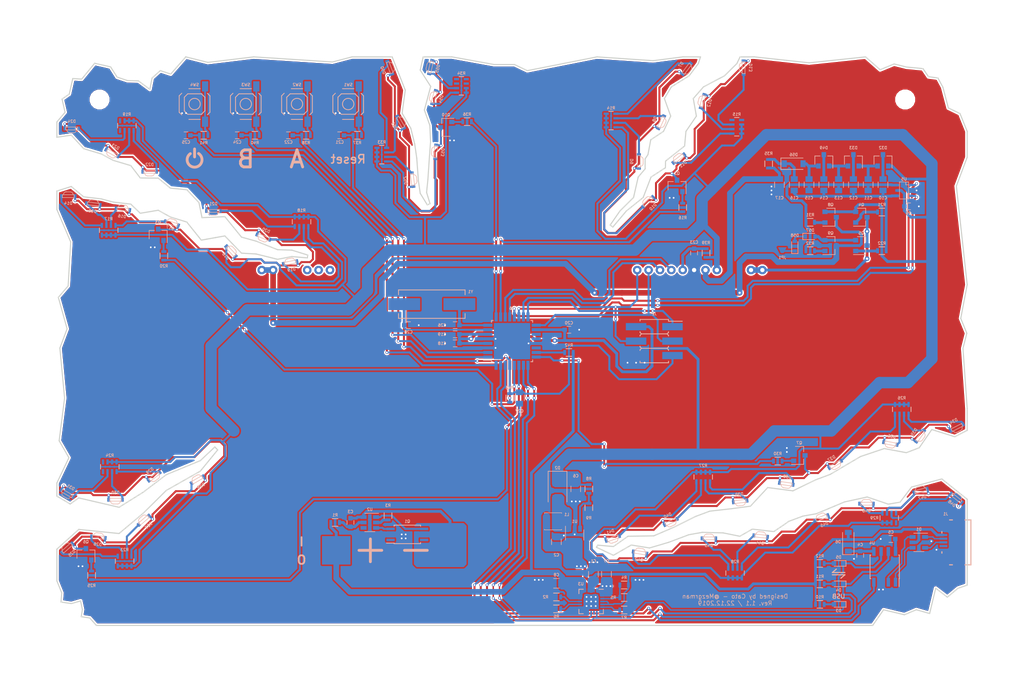
<source format=kicad_pcb>
(kicad_pcb (version 20171130) (host pcbnew "(6.0.0-rc1-dev-557-ge985f797c)")
  (title_block (title "36C3 Badge") (date 2019-12-22) (rev 1.1) (comment 1 "Julian Metzler") (comment 2 @Mezgrman) (comment 3 Cato))
  (layers (0 F.Cu signal) (31 B.Cu signal) (34 B.Paste user) (35 F.Paste user) (36 B.SilkS user) (37 F.SilkS user) (38 B.Mask user) (39 F.Mask user) (44 Edge.Cuts user))
  (net 0 "")
  (net 1 +BATT)
  (net 2 -BATT)
  (net 3 GND)
  (net 4 +5V_USB)
  (net 5 "Net-(C3-Pad2)")
  (net 6 "Net-(C5-Pad1)")
  (net 7 +5V)
  (net 8 VCC)
  (net 9 "Net-(C10-Pad1)")
  (net 10 "Net-(C10-Pad2)")
  (net 11 "Net-(C11-Pad1)")
  (net 12 "Net-(C11-Pad2)")
  (net 13 "Net-(C12-Pad1)")
  (net 14 "Net-(C13-Pad1)")
  (net 15 "Net-(C14-Pad1)")
  (net 16 "Net-(C15-Pad1)")
  (net 17 "Net-(C16-Pad1)")
  (net 18 +30V)
  (net 19 /SW_RESET)
  (net 20 /SW_BTN1)
  (net 21 "Net-(C23-Pad1)")
  (net 22 /SW_BTN2)
  (net 23 /SW_STBY)
  (net 24 "Net-(C26-Pad2)")
  (net 25 /UART_RTS)
  (net 26 "Net-(C28-Pad1)")
  (net 27 "Net-(D1-Pad1)")
  (net 28 "Net-(D1-Pad3)")
  (net 29 "Net-(D1-Pad4)")
  (net 30 "Net-(D1-Pad6)")
  (net 31 "Net-(D2-Pad2)")
  (net 32 "Net-(D3-Pad2)")
  (net 33 /PMIC_~PG)
  (net 34 "Net-(D4-Pad2)")
  (net 35 /UART_RX)
  (net 36 "Net-(D5-Pad2)")
  (net 37 /UART_TX)
  (net 38 "Net-(D7-Pad2)")
  (net 39 "Net-(D10-Pad1)")
  (net 40 "Net-(D8-Pad2)")
  (net 41 "Net-(D9-Pad2)")
  (net 42 "Net-(D10-Pad2)")
  (net 43 "Net-(D11-Pad2)")
  (net 44 "Net-(D12-Pad2)")
  (net 45 "Net-(D13-Pad2)")
  (net 46 "Net-(D14-Pad2)")
  (net 47 "Net-(D14-Pad1)")
  (net 48 "Net-(D15-Pad2)")
  (net 49 "Net-(D16-Pad2)")
  (net 50 "Net-(D17-Pad2)")
  (net 51 "Net-(D18-Pad2)")
  (net 52 "Net-(D19-Pad2)")
  (net 53 "Net-(D20-Pad2)")
  (net 54 "Net-(D21-Pad2)")
  (net 55 "Net-(D22-Pad2)")
  (net 56 "Net-(D23-Pad2)")
  (net 57 "Net-(D24-Pad2)")
  (net 58 "Net-(D25-Pad2)")
  (net 59 "Net-(D25-Pad1)")
  (net 60 "Net-(D26-Pad2)")
  (net 61 "Net-(D27-Pad2)")
  (net 62 "Net-(D28-Pad2)")
  (net 63 "Net-(D29-Pad2)")
  (net 64 "Net-(D30-Pad2)")
  (net 65 "Net-(D31-Pad2)")
  (net 66 "Net-(D34-Pad2)")
  (net 67 "Net-(D34-Pad1)")
  (net 68 "Net-(D35-Pad2)")
  (net 69 "Net-(D36-Pad2)")
  (net 70 "Net-(D37-Pad2)")
  (net 71 "Net-(D38-Pad2)")
  (net 72 "Net-(D39-Pad2)")
  (net 73 "Net-(D40-Pad2)")
  (net 74 "Net-(D41-Pad2)")
  (net 75 "Net-(D42-Pad2)")
  (net 76 "Net-(D43-Pad2)")
  (net 77 "Net-(D44-Pad2)")
  (net 78 "Net-(D45-Pad2)")
  (net 79 "Net-(D46-Pad2)")
  (net 80 "Net-(D47-Pad2)")
  (net 81 "Net-(D48-Pad2)")
  (net 82 "Net-(D50-Pad2)")
  (net 83 "Net-(D50-Pad1)")
  (net 84 "Net-(D51-Pad2)")
  (net 85 "Net-(D52-Pad2)")
  (net 86 "Net-(D53-Pad2)")
  (net 87 "Net-(D54-Pad2)")
  (net 88 "Net-(D55-Pad2)")
  (net 89 "Net-(D57-Pad1)")
  (net 90 "Net-(D57-Pad2)")
  (net 91 "Net-(D58-Pad1)")
  (net 92 "Net-(J1-Pad4)")
  (net 93 "Net-(J2-Pad1)")
  (net 94 /VFD_CLK)
  (net 95 /VFD_DIN)
  (net 96 "Net-(Q1-Pad1)")
  (net 97 "Net-(Q1-Pad4)")
  (net 98 "Net-(Q1-Pad5)")
  (net 99 "Net-(Q1-Pad8)")
  (net 100 "Net-(Q2-Pad1)")
  (net 101 "Net-(Q3-Pad1)")
  (net 102 "Net-(Q4-Pad1)")
  (net 103 /FIL-)
  (net 104 "Net-(Q5-Pad1)")
  (net 105 "Net-(Q6-Pad1)")
  (net 106 "Net-(Q7-Pad1)")
  (net 107 "Net-(Q8-Pad1)")
  (net 108 /FIL+)
  (net 109 "Net-(Q9-Pad1)")
  (net 110 "Net-(Q10-Pad1)")
  (net 111 "Net-(R2-Pad2)")
  (net 112 "Net-(R3-Pad1)")
  (net 113 "Net-(R4-Pad1)")
  (net 114 "Net-(R6-Pad2)")
  (net 115 "Net-(R7-Pad2)")
  (net 116 "Net-(R8-Pad2)")
  (net 117 /LED_D3)
  (net 118 /LED_D2)
  (net 119 /LED_D1)
  (net 120 /LED_H2)
  (net 121 /LED_H1)
  (net 122 "Net-(R37-Pad1)")
  (net 123 "Net-(R38-Pad1)")
  (net 124 "Net-(R40-Pad1)")
  (net 125 "Net-(R41-Pad1)")
  (net 126 "Net-(R42-Pad1)")
  (net 127 "Net-(U2-Pad4)")
  (net 128 "Net-(U3-Pad7)")
  (net 129 /PMIC_STAT1_~LBO)
  (net 130 /VFD_SUP_CLK_B)
  (net 131 /VFD_SUP_CLK_A)
  (net 132 /VFD_~RST)
  (net 133 /VFD_~CS)
  (net 134 "Net-(U6-Pad19)")
  (net 135 "Net-(U6-Pad20)")
  (net 136 "Net-(U6-Pad22)")
  (net 137 "Net-(C4-Pad2)")
  (module Diodes_SMD:D_SOD-123 (layer B.Cu) (at 169.1 115.3 90)
    (fp_text reference D6 (at 0 -1.8 180) (layer B.SilkS) (effects (font (size 0.5 0.5) (thickness 0.1)) (justify mirror)))
    (fp_text value BAT46W)
    (pad 1 smd rect (at -1.65 0 90) (size 0.9 1.2) (layers B.Cu B.Paste B.Mask) (net 137 "Net-(C4-Pad2)"))
    (pad 2 smd rect (at 1.65 0 90) (size 0.9 1.2) (layers B.Cu B.Paste B.Mask) (net 4 +5V_USB))
  )
  (module Capacitors_SMD:C_0805 (layer B.Cu) (at 111.3 90 90)
    (fp_text reference C27 (at -2.3 0 180) (layer B.SilkS) (effects (font (size 0.5 0.5) (thickness 0.1)) (justify mirror)))
    (fp_text value 1µ)
    (pad 1 smd rect (at -1 0 90) (size 1 1.25) (layers B.Cu B.Paste B.Mask) (net 25 /UART_RTS))
    (pad 2 smd rect (at 1 0 90) (size 1 1.25) (layers B.Cu B.Paste B.Mask) (net 19 /SW_RESET))
  )
  (module custom:VFD_HCS-12SS59T_noSilk (layer F.Cu) (at 110 80)
    (fp_text reference VFD1 hide)
    (fp_text value HCS-12SS59T)
    (pad 39 thru_hole circle (at -32 -12.5) (size 1.5 1.5) (drill 0.75) (layers *.Cu *.Mask))
    (pad 40 thru_hole circle (at -34 -12.5) (size 1.5 1.5) (drill 0.75) (layers *.Cu *.Mask))
    (pad 41 thru_hole circle (at -36 -12.5) (size 1.5 1.5) (drill 0.75) (layers *.Cu *.Mask))
    (pad 44 thru_hole circle (at -42 -12.5) (size 1.5 1.5) (drill 0.75) (layers *.Cu *.Mask) (net 108 /FIL+))
    (pad 45 thru_hole circle (at -44 -12.5) (size 1.5 1.5) (drill 0.75) (layers *.Cu *.Mask) (net 108 /FIL+))
    (pad 12 thru_hole circle (at 22 -12.5) (size 1.5 1.5) (drill 0.75) (layers *.Cu *.Mask) (net 95 /VFD_DIN))
    (pad 11 thru_hole circle (at 24 -12.5) (size 1.5 1.5) (drill 0.75) (layers *.Cu *.Mask) (net 94 /VFD_CLK))
    (pad 10 thru_hole circle (at 26 -12.5) (size 1.5 1.5) (drill 0.75) (layers *.Cu *.Mask) (net 133 /VFD_~CS))
    (pad 9 thru_hole circle (at 28 -12.5) (size 1.5 1.5) (drill 0.75) (layers *.Cu *.Mask) (net 132 /VFD_~RST))
    (pad 8 thru_hole circle (at 30 -12.5) (size 1.5 1.5) (drill 0.75) (layers *.Cu *.Mask) (net 21 "Net-(C23-Pad1)"))
    (pad 7 thru_hole circle (at 32 -12.5) (size 1.5 1.5) (drill 0.75) (layers *.Cu *.Mask) (net 3 GND))
    (pad 6 thru_hole circle (at 34 -12.5) (size 1.5 1.5) (drill 0.75) (layers *.Cu *.Mask) (net 18 +30V))
    (pad 5 thru_hole circle (at 36 -12.5) (size 1.5 1.5) (drill 0.75) (layers *.Cu *.Mask) (net 7 +5V))
    (pad 2 thru_hole circle (at 42 -12.5) (size 1.5 1.5) (drill 0.75) (layers *.Cu *.Mask) (net 103 /FIL-))
    (pad 1 thru_hole circle (at 44 -12.5) (size 1.5 1.5) (drill 0.75) (layers *.Cu *.Mask) (net 103 /FIL-))
  )
  (module custom:1S_18650_Holder_with_Spacers (layer B.Cu) (at 89.1 116.8)
    (fp_text reference BT1 hide)
    (fp_text value "1S LiIon")
    (pad 1 smd rect (at -10 0) (size 5 5) (layers B.Cu B.Paste B.Mask) (net 1 +BATT))
    (pad 2 smd rect (at 10 0) (size 5 5) (layers B.Cu B.Paste B.Mask) (net 2 -BATT))
  )
  (module Mounting_Holes:MountingHole_3mm (layer F.Cu) (at 179.1 37.5)
    (fp_text reference REF** hide)
    (fp_text value MountingHole_3mm)
    (pad 1 np_thru_hole circle (at 0 0) (size 3 3) (drill 3) (layers *.Cu *.Mask))
  )
  (module custom:MicroUSB_Amphenol_10118192 (layer B.Cu) (at 188.5 115.4 270)
    (fp_text reference J1 (at -5 2.3) (layer B.SilkS) (effects (font (size 0.5 0.5) (thickness 0.1)) (justify mirror)))
    (fp_text value MicroUSB)
    (pad 6 smd rect (at 3.1 2.55 270) (size 2.1 1.6) (layers B.Cu B.Paste B.Mask) (net 3 GND))
    (pad 5 smd rect (at 1.3 2.675 270) (size 0.4 1.35) (layers B.Cu B.Paste B.Mask) (net 3 GND))
    (pad 1 smd rect (at -1.3 2.675 270) (size 0.4 1.35) (layers B.Cu B.Paste B.Mask) (net 4 +5V_USB))
    (pad 2 smd rect (at -0.65 2.675 270) (size 0.4 1.35) (layers B.Cu B.Paste B.Mask) (net 27 "Net-(D1-Pad1)"))
    (pad 4 smd rect (at 0.65 2.675 270) (size 0.4 1.35) (layers B.Cu B.Paste B.Mask) (net 92 "Net-(J1-Pad4)"))
    (pad 3 smd rect (at 0 2.675 270) (size 0.4 1.35) (layers B.Cu B.Paste B.Mask) (net 28 "Net-(D1-Pad3)"))
    (pad 6 smd rect (at -3.1 2.55 270) (size 2.1 1.6) (layers B.Cu B.Paste B.Mask) (net 3 GND))
    (pad 6 smd rect (at -3.85 0 270) (size 1.9 1.9) (layers B.Cu B.Paste B.Mask) (net 3 GND))
    (pad 6 smd rect (at 3.85 0 270) (size 1.9 1.9) (layers B.Cu B.Paste B.Mask) (net 3 GND))
    (pad 6 smd rect (at -1.2 0 270) (size 1.9 1.9) (layers B.Cu B.Paste B.Mask) (net 3 GND))
    (pad 6 smd rect (at 1.2 0 270) (size 1.9 1.9) (layers B.Cu B.Paste B.Mask) (net 3 GND))
  )
  (module Crystals:Crystal_HC49-SD_SMD (layer B.Cu) (at 95.9 73.5 180)
    (fp_text reference Y1 (at -6.8 2.2 180) (layer B.SilkS) (effects (font (size 0.5 0.5) (thickness 0.1)) (justify mirror)))
    (fp_text value 16MHz)
    (pad 2 smd rect (at 4.84886 0 180) (size 5.6007 2.10058) (layers B.Cu B.Paste B.Mask) (net 26 "Net-(C28-Pad1)"))
    (pad 1 smd rect (at -4.84886 0 180) (size 5.6007 2.10058) (layers B.Cu B.Paste B.Mask) (net 24 "Net-(C26-Pad2)"))
  )
  (module Housings_QFP:TQFP-32_7x7mm_Pitch0.8mm (layer B.Cu) (at 110 80)
    (fp_text reference U6 (at 0 -5.8) (layer B.SilkS) (effects (font (size 0.5 0.5) (thickness 0.1)) (justify mirror)))
    (fp_text value ATMEGA328P-AU)
    (pad 1 smd rect (at -4.25 2.8) (size 1.6 0.55) (layers B.Cu B.Paste B.Mask) (net 20 /SW_BTN1))
    (pad 2 smd rect (at -4.25 2) (size 1.6 0.55) (layers B.Cu B.Paste B.Mask) (net 22 /SW_BTN2))
    (pad 3 smd rect (at -4.25 1.2) (size 1.6 0.55) (layers B.Cu B.Paste B.Mask) (net 3 GND))
    (pad 4 smd rect (at -4.25 0.4) (size 1.6 0.55) (layers B.Cu B.Paste B.Mask) (net 7 +5V))
    (pad 5 smd rect (at -4.25 -0.4) (size 1.6 0.55) (layers B.Cu B.Paste B.Mask) (net 3 GND))
    (pad 6 smd rect (at -4.25 -1.2) (size 1.6 0.55) (layers B.Cu B.Paste B.Mask) (net 7 +5V))
    (pad 7 smd rect (at -4.25 -2) (size 1.6 0.55) (layers B.Cu B.Paste B.Mask) (net 26 "Net-(C28-Pad1)"))
    (pad 8 smd rect (at -4.25 -2.8) (size 1.6 0.55) (layers B.Cu B.Paste B.Mask) (net 24 "Net-(C26-Pad2)"))
    (pad 9 smd rect (at -2.8 -4.25 270) (size 1.6 0.55) (layers B.Cu B.Paste B.Mask) (net 121 /LED_H1))
    (pad 10 smd rect (at -2 -4.25 270) (size 1.6 0.55) (layers B.Cu B.Paste B.Mask) (net 117 /LED_D3))
    (pad 11 smd rect (at -1.2 -4.25 270) (size 1.6 0.55) (layers B.Cu B.Paste B.Mask) (net 132 /VFD_~RST))
    (pad 12 smd rect (at -0.4 -4.25 270) (size 1.6 0.55) (layers B.Cu B.Paste B.Mask) (net 133 /VFD_~CS))
    (pad 13 smd rect (at 0.4 -4.25 270) (size 1.6 0.55) (layers B.Cu B.Paste B.Mask) (net 131 /VFD_SUP_CLK_A))
    (pad 14 smd rect (at 1.2 -4.25 270) (size 1.6 0.55) (layers B.Cu B.Paste B.Mask) (net 130 /VFD_SUP_CLK_B))
    (pad 15 smd rect (at 2 -4.25 270) (size 1.6 0.55) (layers B.Cu B.Paste B.Mask) (net 95 /VFD_DIN))
    (pad 16 smd rect (at 2.8 -4.25 270) (size 1.6 0.55) (layers B.Cu B.Paste B.Mask) (net 93 "Net-(J2-Pad1)"))
    (pad 17 smd rect (at 4.25 -2.8) (size 1.6 0.55) (layers B.Cu B.Paste B.Mask) (net 94 /VFD_CLK))
    (pad 18 smd rect (at 4.25 -2) (size 1.6 0.55) (layers B.Cu B.Paste B.Mask) (net 7 +5V))
    (pad 19 smd rect (at 4.25 -1.2) (size 1.6 0.55) (layers B.Cu B.Paste B.Mask) (net 134 "Net-(U6-Pad19)"))
    (pad 20 smd rect (at 4.25 -0.4) (size 1.6 0.55) (layers B.Cu B.Paste B.Mask) (net 135 "Net-(U6-Pad20)"))
    (pad 21 smd rect (at 4.25 0.4) (size 1.6 0.55) (layers B.Cu B.Paste B.Mask) (net 3 GND))
    (pad 22 smd rect (at 4.25 1.2) (size 1.6 0.55) (layers B.Cu B.Paste B.Mask) (net 136 "Net-(U6-Pad22)"))
    (pad 23 smd rect (at 4.25 2) (size 1.6 0.55) (layers B.Cu B.Paste B.Mask) (net 126 "Net-(R42-Pad1)"))
    (pad 24 smd rect (at 4.25 2.8) (size 1.6 0.55) (layers B.Cu B.Paste B.Mask) (net 120 /LED_H2))
    (pad 25 smd rect (at 2.8 4.25 270) (size 1.6 0.55) (layers B.Cu B.Paste B.Mask) (net 129 /PMIC_STAT1_~LBO))
    (pad 26 smd rect (at 2 4.25 270) (size 1.6 0.55) (layers B.Cu B.Paste B.Mask) (net 33 /PMIC_~PG))
    (pad 27 smd rect (at 1.2 4.25 270) (size 1.6 0.55) (layers B.Cu B.Paste B.Mask) (net 119 /LED_D1))
    (pad 28 smd rect (at 0.4 4.25 270) (size 1.6 0.55) (layers B.Cu B.Paste B.Mask) (net 118 /LED_D2))
    (pad 29 smd rect (at -0.4 4.25 270) (size 1.6 0.55) (layers B.Cu B.Paste B.Mask) (net 19 /SW_RESET))
    (pad 30 smd rect (at -1.2 4.25 270) (size 1.6 0.55) (layers B.Cu B.Paste B.Mask) (net 37 /UART_TX))
    (pad 31 smd rect (at -2 4.25 270) (size 1.6 0.55) (layers B.Cu B.Paste B.Mask) (net 35 /UART_RX))
    (pad 32 smd rect (at -2.8 4.25 270) (size 1.6 0.55) (layers B.Cu B.Paste B.Mask) (net 23 /SW_STBY))
  )
  (module custom:SOT-457 (layer B.Cu) (at 178.9 53.5 180)
    (fp_text reference U5 (at 0 2 180) (layer B.SilkS) (effects (font (size 0.5 0.5) (thickness 0.1)) (justify mirror)))
    (fp_text value 74LVC2G17)
    (pad 5 smd rect (at 1.2 0 180) (size 0.7 0.45) (layers B.Cu B.Paste B.Mask) (net 7 +5V))
    (pad 4 smd rect (at 1.2 -0.95 180) (size 0.7 0.45) (layers B.Cu B.Paste B.Mask) (net 10 "Net-(C10-Pad2)"))
    (pad 6 smd rect (at 1.2 0.95 180) (size 0.7 0.45) (layers B.Cu B.Paste B.Mask) (net 12 "Net-(C11-Pad2)"))
    (pad 1 smd rect (at -1.2 0.95 180) (size 0.7 0.45) (layers B.Cu B.Paste B.Mask) (net 130 /VFD_SUP_CLK_B))
    (pad 3 smd rect (at -1.2 -0.95 180) (size 0.7 0.45) (layers B.Cu B.Paste B.Mask) (net 131 /VFD_SUP_CLK_A))
    (pad 2 smd rect (at -1.2 0 180) (size 0.7 0.45) (layers B.Cu B.Paste B.Mask) (net 3 GND))
  )
  (module Housings_SOIC:SOIC-8_3.9x4.9mm_Pitch1.27mm (layer B.Cu) (at 175.5 119.7 90)
    (fp_text reference U4 (at 4.2 -2.2 180) (layer B.SilkS) (effects (font (size 0.5 0.5) (thickness 0.1)) (justify mirror)))
    (fp_text value CH330N)
    (pad 1 smd rect (at -2.7 1.905 90) (size 1.55 0.6) (layers B.Cu B.Paste B.Mask) (net 29 "Net-(D1-Pad4)"))
    (pad 2 smd rect (at -2.7 0.635 90) (size 1.55 0.6) (layers B.Cu B.Paste B.Mask) (net 30 "Net-(D1-Pad6)"))
    (pad 3 smd rect (at -2.7 -0.635 90) (size 1.55 0.6) (layers B.Cu B.Paste B.Mask) (net 3 GND))
    (pad 4 smd rect (at -2.7 -1.905 90) (size 1.55 0.6) (layers B.Cu B.Paste B.Mask) (net 25 /UART_RTS))
    (pad 5 smd rect (at 2.7 -1.905 90) (size 1.55 0.6) (layers B.Cu B.Paste B.Mask) (net 137 "Net-(C4-Pad2)"))
    (pad 6 smd rect (at 2.7 -0.635 90) (size 1.55 0.6) (layers B.Cu B.Paste B.Mask) (net 37 /UART_TX))
    (pad 7 smd rect (at 2.7 0.635 90) (size 1.55 0.6) (layers B.Cu B.Paste B.Mask) (net 35 /UART_RX))
    (pad 8 smd rect (at 2.7 1.905 90) (size 1.55 0.6) (layers B.Cu B.Paste B.Mask) (net 6 "Net-(C5-Pad1)"))
  )
  (module Housings_DFN_QFN:QFN-20-1EP_4x4mm_Pitch0.5mm (layer B.Cu) (at 123.9 125.8 180)
    (fp_text reference U3 (at 1.8 3.1 180) (layer B.SilkS) (effects (font (size 0.5 0.5) (thickness 0.1)) (justify mirror)))
    (fp_text value MCP73871-2CCI)
    (pad 1 smd rect (at -1.965 1 180) (size 0.73 0.3) (layers B.Cu B.Paste B.Mask) (net 8 VCC))
    (pad 2 smd rect (at -1.965 0.5 180) (size 0.73 0.3) (layers B.Cu B.Paste B.Mask) (net 113 "Net-(R4-Pad1)"))
    (pad 3 smd rect (at -1.965 0 180) (size 0.73 0.3) (layers B.Cu B.Paste B.Mask) (net 4 +5V_USB))
    (pad 4 smd rect (at -1.965 -0.5 180) (size 0.73 0.3) (layers B.Cu B.Paste B.Mask) (net 4 +5V_USB))
    (pad 5 smd rect (at -1.965 -1 180) (size 0.73 0.3) (layers B.Cu B.Paste B.Mask) (net 115 "Net-(R7-Pad2)"))
    (pad 6 smd rect (at -1 -1.965 90) (size 0.73 0.3) (layers B.Cu B.Paste B.Mask) (net 33 /PMIC_~PG))
    (pad 7 smd rect (at -0.5 -1.965 90) (size 0.73 0.3) (layers B.Cu B.Paste B.Mask) (net 128 "Net-(U3-Pad7)"))
    (pad 8 smd rect (at 0 -1.965 90) (size 0.73 0.3) (layers B.Cu B.Paste B.Mask) (net 129 /PMIC_STAT1_~LBO))
    (pad 9 smd rect (at 0.5 -1.965 90) (size 0.73 0.3) (layers B.Cu B.Paste B.Mask) (net 3 GND))
    (pad 10 smd rect (at 1 -1.965 90) (size 0.73 0.3) (layers B.Cu B.Paste B.Mask) (net 3 GND))
    (pad 11 smd rect (at 1.965 -1 180) (size 0.73 0.3) (layers B.Cu B.Paste B.Mask) (net 3 GND))
    (pad 12 smd rect (at 1.965 -0.5 180) (size 0.73 0.3) (layers B.Cu B.Paste B.Mask) (net 114 "Net-(R6-Pad2)"))
    (pad 13 smd rect (at 1.965 0 180) (size 0.73 0.3) (layers B.Cu B.Paste B.Mask) (net 111 "Net-(R2-Pad2)"))
    (pad 14 smd rect (at 1.965 0.5 180) (size 0.73 0.3) (layers B.Cu B.Paste B.Mask) (net 1 +BATT))
    (pad 15 smd rect (at 1.965 1 180) (size 0.73 0.3) (layers B.Cu B.Paste B.Mask) (net 1 +BATT))
    (pad 16 smd rect (at 1 1.965 90) (size 0.73 0.3) (layers B.Cu B.Paste B.Mask) (net 1 +BATT))
    (pad 17 smd rect (at 0.5 1.965 90) (size 0.73 0.3) (layers B.Cu B.Paste B.Mask) (net 4 +5V_USB))
    (pad 18 smd rect (at 0 1.965 90) (size 0.73 0.3) (layers B.Cu B.Paste B.Mask) (net 4 +5V_USB))
    (pad 19 smd rect (at -0.5 1.965 90) (size 0.73 0.3) (layers B.Cu B.Paste B.Mask) (net 4 +5V_USB))
    (pad 20 smd rect (at -1 1.965 90) (size 0.73 0.3) (layers B.Cu B.Paste B.Mask) (net 8 VCC))
    (pad 21 smd rect (at 0.625 -0.625 180) (size 1.25 1.25) (layers B.Cu B.Paste B.Mask) (net 3 GND))
    (pad 21 smd rect (at 0.625 0.625 180) (size 1.25 1.25) (layers B.Cu B.Paste B.Mask) (net 3 GND))
    (pad 21 smd rect (at -0.625 -0.625 180) (size 1.25 1.25) (layers B.Cu B.Paste B.Mask) (net 3 GND))
    (pad 21 smd rect (at -0.625 0.625 180) (size 1.25 1.25) (layers B.Cu B.Paste B.Mask) (net 3 GND))
  )
  (module TO_SOT_Packages_SMD:SOT-23-6 (layer B.Cu) (at 85 111.9 180)
    (fp_text reference U2 (at 0 2.3 180) (layer B.SilkS) (effects (font (size 0.5 0.5) (thickness 0.1)) (justify mirror)))
    (fp_text value DW01)
    (pad 1 smd rect (at -1.1 0.95 180) (size 1.06 0.65) (layers B.Cu B.Paste B.Mask) (net 98 "Net-(Q1-Pad5)"))
    (pad 2 smd rect (at -1.1 0 180) (size 1.06 0.65) (layers B.Cu B.Paste B.Mask) (net 112 "Net-(R3-Pad1)"))
    (pad 3 smd rect (at -1.1 -0.95 180) (size 1.06 0.65) (layers B.Cu B.Paste B.Mask) (net 97 "Net-(Q1-Pad4)"))
    (pad 4 smd rect (at 1.1 -0.95 180) (size 1.06 0.65) (layers B.Cu B.Paste B.Mask) (net 127 "Net-(U2-Pad4)"))
    (pad 6 smd rect (at 1.1 0.95 180) (size 1.06 0.65) (layers B.Cu B.Paste B.Mask) (net 2 -BATT))
    (pad 5 smd rect (at 1.1 0 180) (size 1.06 0.65) (layers B.Cu B.Paste B.Mask) (net 5 "Net-(C3-Pad2)"))
  )
  (module TO_SOT_Packages_SMD:SOT-23-5 (layer B.Cu) (at 121 114.1 270)
    (fp_text reference U1 (at -2.4 0) (layer B.SilkS) (effects (font (size 0.5 0.5) (thickness 0.1)) (justify mirror)))
    (fp_text value MIC2288)
    (pad 1 smd rect (at -1.1 0.95 270) (size 1.06 0.65) (layers B.Cu B.Paste B.Mask) (net 31 "Net-(D2-Pad2)"))
    (pad 2 smd rect (at -1.1 0 270) (size 1.06 0.65) (layers B.Cu B.Paste B.Mask) (net 3 GND))
    (pad 3 smd rect (at -1.1 -0.95 270) (size 1.06 0.65) (layers B.Cu B.Paste B.Mask) (net 116 "Net-(R8-Pad2)"))
    (pad 4 smd rect (at 1.1 -0.95 270) (size 1.06 0.65) (layers B.Cu B.Paste B.Mask) (net 8 VCC))
    (pad 5 smd rect (at 1.1 0.95 270) (size 1.06 0.65) (layers B.Cu B.Paste B.Mask) (net 8 VCC))
  )
  (module Buttons_Switches_SMD:SW_SPST_SKQG (layer B.Cu) (at 54.2 38.3 90)
    (fp_text reference SW4 (at 3.4 0 180) (layer B.SilkS) (effects (font (size 0.5 0.5) (thickness 0.1)) (justify mirror)))
    (fp_text value Standby)
    (pad 2 smd rect (at 3.1 -1.85 90) (size 1.8 1.1) (layers B.Cu B.Paste B.Mask) (net 3 GND))
    (pad 2 smd rect (at -3.1 -1.85 90) (size 1.8 1.1) (layers B.Cu B.Paste B.Mask) (net 3 GND))
    (pad 1 smd rect (at 3.1 1.85 90) (size 1.8 1.1) (layers B.Cu B.Paste B.Mask) (net 125 "Net-(R41-Pad1)"))
    (pad 1 smd rect (at -3.1 1.85 90) (size 1.8 1.1) (layers B.Cu B.Paste B.Mask) (net 125 "Net-(R41-Pad1)"))
  )
  (module Buttons_Switches_SMD:SW_SPST_SKQG (layer B.Cu) (at 63.2 38.3 90)
    (fp_text reference SW3 (at 3.4 0 180) (layer B.SilkS) (effects (font (size 0.5 0.5) (thickness 0.1)) (justify mirror)))
    (fp_text value Button2)
    (pad 1 smd rect (at -3.1 1.85 90) (size 1.8 1.1) (layers B.Cu B.Paste B.Mask) (net 124 "Net-(R40-Pad1)"))
    (pad 1 smd rect (at 3.1 1.85 90) (size 1.8 1.1) (layers B.Cu B.Paste B.Mask) (net 124 "Net-(R40-Pad1)"))
    (pad 2 smd rect (at -3.1 -1.85 90) (size 1.8 1.1) (layers B.Cu B.Paste B.Mask) (net 3 GND))
    (pad 2 smd rect (at 3.1 -1.85 90) (size 1.8 1.1) (layers B.Cu B.Paste B.Mask) (net 3 GND))
  )
  (module Buttons_Switches_SMD:SW_SPST_SKQG (layer B.Cu) (at 72.2 38.3 90)
    (fp_text reference SW2 (at 3.4 0 180) (layer B.SilkS) (effects (font (size 0.5 0.5) (thickness 0.1)) (justify mirror)))
    (fp_text value Button1)
    (pad 1 smd rect (at -3.1 1.85 90) (size 1.8 1.1) (layers B.Cu B.Paste B.Mask) (net 123 "Net-(R38-Pad1)"))
    (pad 1 smd rect (at 3.1 1.85 90) (size 1.8 1.1) (layers B.Cu B.Paste B.Mask) (net 123 "Net-(R38-Pad1)"))
    (pad 2 smd rect (at -3.1 -1.85 90) (size 1.8 1.1) (layers B.Cu B.Paste B.Mask) (net 3 GND))
    (pad 2 smd rect (at 3.1 -1.85 90) (size 1.8 1.1) (layers B.Cu B.Paste B.Mask) (net 3 GND))
  )
  (module Buttons_Switches_SMD:SW_SPST_SKQG (layer B.Cu) (at 81.2 38.3 90)
    (fp_text reference SW1 (at 3.4 0 180) (layer B.SilkS) (effects (font (size 0.5 0.5) (thickness 0.1)) (justify mirror)))
    (fp_text value Reset)
    (pad 1 smd rect (at -3.1 1.85 90) (size 1.8 1.1) (layers B.Cu B.Paste B.Mask) (net 122 "Net-(R37-Pad1)"))
    (pad 1 smd rect (at 3.1 1.85 90) (size 1.8 1.1) (layers B.Cu B.Paste B.Mask) (net 122 "Net-(R37-Pad1)"))
    (pad 2 smd rect (at -3.1 -1.85 90) (size 1.8 1.1) (layers B.Cu B.Paste B.Mask) (net 3 GND))
    (pad 2 smd rect (at 3.1 -1.85 90) (size 1.8 1.1) (layers B.Cu B.Paste B.Mask) (net 3 GND))
  )
  (module Resistors_SMD:R_0603 (layer B.Cu) (at 109.6 90 270)
    (fp_text reference R43 (at -1.8 0) (layer B.SilkS) (effects (font (size 0.5 0.5) (thickness 0.1)) (justify mirror)))
    (fp_text value 10k)
    (pad 1 smd rect (at -0.75 0 270) (size 0.5 0.9) (layers B.Cu B.Paste B.Mask) (net 19 /SW_RESET))
    (pad 2 smd rect (at 0.75 0 270) (size 0.5 0.9) (layers B.Cu B.Paste B.Mask) (net 7 +5V))
  )
  (module Resistors_SMD:R_0603 (layer B.Cu) (at 120 82)
    (fp_text reference R42 (at 0 -1.3) (layer B.SilkS) (effects (font (size 0.5 0.5) (thickness 0.1)) (justify mirror)))
    (fp_text value 100k)
    (pad 1 smd rect (at -0.75 0) (size 0.5 0.9) (layers B.Cu B.Paste B.Mask) (net 126 "Net-(R42-Pad1)"))
    (pad 2 smd rect (at 0.75 0) (size 0.5 0.9) (layers B.Cu B.Paste B.Mask) (net 1 +BATT))
  )
  (module Resistors_SMD:R_0603 (layer B.Cu) (at 55.8 43.8 180)
    (fp_text reference R41 (at 0 -1.3 180) (layer B.SilkS) (effects (font (size 0.5 0.5) (thickness 0.1)) (justify mirror)))
    (fp_text value 1k)
    (pad 1 smd rect (at -0.75 0 180) (size 0.5 0.9) (layers B.Cu B.Paste B.Mask) (net 125 "Net-(R41-Pad1)"))
    (pad 2 smd rect (at 0.75 0 180) (size 0.5 0.9) (layers B.Cu B.Paste B.Mask) (net 23 /SW_STBY))
  )
  (module Resistors_SMD:R_0603 (layer B.Cu) (at 64.8 43.8 180)
    (fp_text reference R40 (at 0 -1.3 180) (layer B.SilkS) (effects (font (size 0.5 0.5) (thickness 0.1)) (justify mirror)))
    (fp_text value 1k)
    (pad 1 smd rect (at -0.75 0 180) (size 0.5 0.9) (layers B.Cu B.Paste B.Mask) (net 124 "Net-(R40-Pad1)"))
    (pad 2 smd rect (at 0.75 0 180) (size 0.5 0.9) (layers B.Cu B.Paste B.Mask) (net 22 /SW_BTN2))
  )
  (module Resistors_SMD:R_0603 (layer B.Cu) (at 144.1 64.5 90)
    (fp_text reference R39 (at 1.8 0 180) (layer B.SilkS) (effects (font (size 0.5 0.5) (thickness 0.1)) (justify mirror)))
    (fp_text value 8.2k)
    (pad 1 smd rect (at -0.75 0 90) (size 0.5 0.9) (layers B.Cu B.Paste B.Mask) (net 7 +5V))
    (pad 2 smd rect (at 0.75 0 90) (size 0.5 0.9) (layers B.Cu B.Paste B.Mask) (net 21 "Net-(C23-Pad1)"))
  )
  (module Resistors_SMD:R_0603 (layer B.Cu) (at 73.8 43.8 180)
    (fp_text reference R38 (at 0 -1.3 180) (layer B.SilkS) (effects (font (size 0.5 0.5) (thickness 0.1)) (justify mirror)))
    (fp_text value 1k)
    (pad 1 smd rect (at -0.75 0 180) (size 0.5 0.9) (layers B.Cu B.Paste B.Mask) (net 123 "Net-(R38-Pad1)"))
    (pad 2 smd rect (at 0.75 0 180) (size 0.5 0.9) (layers B.Cu B.Paste B.Mask) (net 20 /SW_BTN1))
  )
  (module Resistors_SMD:R_0603 (layer B.Cu) (at 82.8 43.8 180)
    (fp_text reference R37 (at 0 -1.3 180) (layer B.SilkS) (effects (font (size 0.5 0.5) (thickness 0.1)) (justify mirror)))
    (fp_text value 1k)
    (pad 1 smd rect (at -0.75 0 180) (size 0.5 0.9) (layers B.Cu B.Paste B.Mask) (net 122 "Net-(R37-Pad1)"))
    (pad 2 smd rect (at 0.75 0 180) (size 0.5 0.9) (layers B.Cu B.Paste B.Mask) (net 19 /SW_RESET))
  )
  (module Resistors_SMD:R_0603 (layer B.Cu) (at 102.1 41.4 180)
    (fp_text reference R36 (at 0 1.3 180) (layer B.SilkS) (effects (font (size 0.5 0.5) (thickness 0.1)) (justify mirror)))
    (fp_text value 4.7k)
    (pad 1 smd rect (at -0.75 0 180) (size 0.5 0.9) (layers B.Cu B.Paste B.Mask) (net 121 /LED_H1))
    (pad 2 smd rect (at 0.75 0 180) (size 0.5 0.9) (layers B.Cu B.Paste B.Mask) (net 110 "Net-(Q10-Pad1)"))
  )
  (module Resistors_SMD:R_0603 (layer B.Cu) (at 155.1 48.8 90)
    (fp_text reference R35 (at 1.8 0 180) (layer B.SilkS) (effects (font (size 0.5 0.5) (thickness 0.1)) (justify mirror)))
    (fp_text value 470R)
    (pad 1 smd rect (at -0.75 0 90) (size 0.5 0.9) (layers B.Cu B.Paste B.Mask) (net 18 +30V))
    (pad 2 smd rect (at 0.75 0 90) (size 0.5 0.9) (layers B.Cu B.Paste B.Mask) (net 17 "Net-(C16-Pad1)"))
  )
  (module Resistors_SMD:R_Array_Concave_4x0603 (layer B.Cu) (at 101.1 35.1 180)
    (fp_text reference R34 (at 0 2.2 180) (layer B.SilkS) (effects (font (size 0.5 0.5) (thickness 0.1)) (justify mirror)))
    (fp_text value 2.2k)
    (pad 2 smd rect (at -0.85 0.4 180) (size 0.9 0.4) (layers B.Cu B.Paste B.Mask))
    (pad 3 smd rect (at -0.85 -0.4 180) (size 0.9 0.4) (layers B.Cu B.Paste B.Mask) (net 7 +5V))
    (pad 1 smd rect (at -0.85 1.2 180) (size 0.9 0.4) (layers B.Cu B.Paste B.Mask))
    (pad 4 smd rect (at -0.85 -1.2 180) (size 0.9 0.4) (layers B.Cu B.Paste B.Mask) (net 7 +5V))
    (pad 8 smd rect (at 0.85 1.2 180) (size 0.9 0.4) (layers B.Cu B.Paste B.Mask))
    (pad 7 smd rect (at 0.85 0.4 180) (size 0.9 0.4) (layers B.Cu B.Paste B.Mask))
    (pad 6 smd rect (at 0.85 -0.4 180) (size 0.9 0.4) (layers B.Cu B.Paste B.Mask) (net 88 "Net-(D55-Pad2)"))
    (pad 5 smd rect (at 0.85 -1.2 180) (size 0.9 0.4) (layers B.Cu B.Paste B.Mask) (net 87 "Net-(D54-Pad2)"))
  )
  (module Resistors_SMD:R_Array_Concave_4x0603 (layer B.Cu) (at 87.1 47.2)
    (fp_text reference R33 (at 0 -2.2) (layer B.SilkS) (effects (font (size 0.5 0.5) (thickness 0.1)) (justify mirror)))
    (fp_text value 2.2k)
    (pad 2 smd rect (at -0.85 0.4) (size 0.9 0.4) (layers B.Cu B.Paste B.Mask) (net 7 +5V))
    (pad 3 smd rect (at -0.85 -0.4) (size 0.9 0.4) (layers B.Cu B.Paste B.Mask) (net 7 +5V))
    (pad 1 smd rect (at -0.85 1.2) (size 0.9 0.4) (layers B.Cu B.Paste B.Mask) (net 7 +5V))
    (pad 4 smd rect (at -0.85 -1.2) (size 0.9 0.4) (layers B.Cu B.Paste B.Mask) (net 7 +5V))
    (pad 8 smd rect (at 0.85 1.2) (size 0.9 0.4) (layers B.Cu B.Paste B.Mask) (net 86 "Net-(D53-Pad2)"))
    (pad 7 smd rect (at 0.85 0.4) (size 0.9 0.4) (layers B.Cu B.Paste B.Mask) (net 85 "Net-(D52-Pad2)"))
    (pad 6 smd rect (at 0.85 -0.4) (size 0.9 0.4) (layers B.Cu B.Paste B.Mask) (net 84 "Net-(D51-Pad2)"))
    (pad 5 smd rect (at 0.85 -1.2) (size 0.9 0.4) (layers B.Cu B.Paste B.Mask) (net 82 "Net-(D50-Pad2)"))
  )
  (module Resistors_SMD:R_0603 (layer B.Cu) (at 162.4 64.1 180)
    (fp_text reference R32 (at 0 1.3 180) (layer B.SilkS) (effects (font (size 0.5 0.5) (thickness 0.1)) (justify mirror)))
    (fp_text value 1k)
    (pad 1 smd rect (at -0.75 0 180) (size 0.5 0.9) (layers B.Cu B.Paste B.Mask) (net 109 "Net-(Q9-Pad1)"))
    (pad 2 smd rect (at 0.75 0 180) (size 0.5 0.9) (layers B.Cu B.Paste B.Mask) (net 12 "Net-(C11-Pad2)"))
  )
  (module Resistors_SMD:R_0603 (layer B.Cu) (at 162.4 59.1 180)
    (fp_text reference R31 (at 0 1.3 180) (layer B.SilkS) (effects (font (size 0.5 0.5) (thickness 0.1)) (justify mirror)))
    (fp_text value 1k)
    (pad 1 smd rect (at -0.75 0 180) (size 0.5 0.9) (layers B.Cu B.Paste B.Mask) (net 107 "Net-(Q8-Pad1)"))
    (pad 2 smd rect (at 0.75 0 180) (size 0.5 0.9) (layers B.Cu B.Paste B.Mask) (net 12 "Net-(C11-Pad2)"))
  )
  (module Resistors_SMD:R_0603 (layer B.Cu) (at 156.7 101.1)
    (fp_text reference R30 (at 0 -1.3) (layer B.SilkS) (effects (font (size 0.5 0.5) (thickness 0.1)) (justify mirror)))
    (fp_text value 4.7k)
    (pad 1 smd rect (at -0.75 0) (size 0.5 0.9) (layers B.Cu B.Paste B.Mask) (net 120 /LED_H2))
    (pad 2 smd rect (at 0.75 0) (size 0.5 0.9) (layers B.Cu B.Paste B.Mask) (net 106 "Net-(Q7-Pad1)"))
  )
  (module Resistors_SMD:R_Array_Concave_4x0603 (layer B.Cu) (at 176.3 111.1 90)
    (fp_text reference R29 (at 0 -2.6 180) (layer B.SilkS) (effects (font (size 0.5 0.5) (thickness 0.1)) (justify mirror)))
    (fp_text value 2.2k)
    (pad 2 smd rect (at -0.85 0.4 90) (size 0.9 0.4) (layers B.Cu B.Paste B.Mask) (net 7 +5V))
    (pad 3 smd rect (at -0.85 -0.4 90) (size 0.9 0.4) (layers B.Cu B.Paste B.Mask) (net 7 +5V))
    (pad 1 smd rect (at -0.85 1.2 90) (size 0.9 0.4) (layers B.Cu B.Paste B.Mask))
    (pad 4 smd rect (at -0.85 -1.2 90) (size 0.9 0.4) (layers B.Cu B.Paste B.Mask) (net 7 +5V))
    (pad 8 smd rect (at 0.85 1.2 90) (size 0.9 0.4) (layers B.Cu B.Paste B.Mask))
    (pad 7 smd rect (at 0.85 0.4 90) (size 0.9 0.4) (layers B.Cu B.Paste B.Mask) (net 81 "Net-(D48-Pad2)"))
    (pad 6 smd rect (at 0.85 -0.4 90) (size 0.9 0.4) (layers B.Cu B.Paste B.Mask) (net 80 "Net-(D47-Pad2)"))
    (pad 5 smd rect (at 0.85 -1.2 90) (size 0.9 0.4) (layers B.Cu B.Paste B.Mask) (net 79 "Net-(D46-Pad2)"))
  )
  (module Resistors_SMD:R_Array_Concave_4x0603 (layer B.Cu) (at 149.2 120.8 90)
    (fp_text reference R28 (at 2 0 180) (layer B.SilkS) (effects (font (size 0.5 0.5) (thickness 0.1)) (justify mirror)))
    (fp_text value 2.2k)
    (pad 2 smd rect (at -0.85 0.4 90) (size 0.9 0.4) (layers B.Cu B.Paste B.Mask) (net 7 +5V))
    (pad 3 smd rect (at -0.85 -0.4 90) (size 0.9 0.4) (layers B.Cu B.Paste B.Mask) (net 7 +5V))
    (pad 1 smd rect (at -0.85 1.2 90) (size 0.9 0.4) (layers B.Cu B.Paste B.Mask) (net 7 +5V))
    (pad 4 smd rect (at -0.85 -1.2 90) (size 0.9 0.4) (layers B.Cu B.Paste B.Mask) (net 7 +5V))
    (pad 8 smd rect (at 0.85 1.2 90) (size 0.9 0.4) (layers B.Cu B.Paste B.Mask) (net 78 "Net-(D45-Pad2)"))
    (pad 7 smd rect (at 0.85 0.4 90) (size 0.9 0.4) (layers B.Cu B.Paste B.Mask) (net 77 "Net-(D44-Pad2)"))
    (pad 6 smd rect (at 0.85 -0.4 90) (size 0.9 0.4) (layers B.Cu B.Paste B.Mask) (net 76 "Net-(D43-Pad2)"))
    (pad 5 smd rect (at 0.85 -1.2 90) (size 0.9 0.4) (layers B.Cu B.Paste B.Mask) (net 75 "Net-(D42-Pad2)"))
  )
  (module Resistors_SMD:R_Array_Concave_4x0603 (layer B.Cu) (at 143.6 103.9 270)
    (fp_text reference R27 (at -2 0) (layer B.SilkS) (effects (font (size 0.5 0.5) (thickness 0.1)) (justify mirror)))
    (fp_text value 2.2k)
    (pad 2 smd rect (at -0.85 0.4 270) (size 0.9 0.4) (layers B.Cu B.Paste B.Mask) (net 7 +5V))
    (pad 3 smd rect (at -0.85 -0.4 270) (size 0.9 0.4) (layers B.Cu B.Paste B.Mask) (net 7 +5V))
    (pad 1 smd rect (at -0.85 1.2 270) (size 0.9 0.4) (layers B.Cu B.Paste B.Mask) (net 7 +5V))
    (pad 4 smd rect (at -0.85 -1.2 270) (size 0.9 0.4) (layers B.Cu B.Paste B.Mask) (net 7 +5V))
    (pad 8 smd rect (at 0.85 1.2 270) (size 0.9 0.4) (layers B.Cu B.Paste B.Mask) (net 74 "Net-(D41-Pad2)"))
    (pad 7 smd rect (at 0.85 0.4 270) (size 0.9 0.4) (layers B.Cu B.Paste B.Mask) (net 73 "Net-(D40-Pad2)"))
    (pad 6 smd rect (at 0.85 -0.4 270) (size 0.9 0.4) (layers B.Cu B.Paste B.Mask) (net 72 "Net-(D39-Pad2)"))
    (pad 5 smd rect (at 0.85 -1.2 270) (size 0.9 0.4) (layers B.Cu B.Paste B.Mask) (net 71 "Net-(D38-Pad2)"))
  )
  (module Resistors_SMD:R_Array_Concave_4x0603 (layer B.Cu) (at 178.5 92 270)
    (fp_text reference R26 (at -2 0) (layer B.SilkS) (effects (font (size 0.5 0.5) (thickness 0.1)) (justify mirror)))
    (fp_text value 2.2k)
    (pad 2 smd rect (at -0.85 0.4 270) (size 0.9 0.4) (layers B.Cu B.Paste B.Mask) (net 7 +5V))
    (pad 3 smd rect (at -0.85 -0.4 270) (size 0.9 0.4) (layers B.Cu B.Paste B.Mask) (net 7 +5V))
    (pad 1 smd rect (at -0.85 1.2 270) (size 0.9 0.4) (layers B.Cu B.Paste B.Mask) (net 7 +5V))
    (pad 4 smd rect (at -0.85 -1.2 270) (size 0.9 0.4) (layers B.Cu B.Paste B.Mask) (net 7 +5V))
    (pad 8 smd rect (at 0.85 1.2 270) (size 0.9 0.4) (layers B.Cu B.Paste B.Mask) (net 70 "Net-(D37-Pad2)"))
    (pad 7 smd rect (at 0.85 0.4 270) (size 0.9 0.4) (layers B.Cu B.Paste B.Mask) (net 69 "Net-(D36-Pad2)"))
    (pad 6 smd rect (at 0.85 -0.4 270) (size 0.9 0.4) (layers B.Cu B.Paste B.Mask) (net 68 "Net-(D35-Pad2)"))
    (pad 5 smd rect (at 0.85 -1.2 270) (size 0.9 0.4) (layers B.Cu B.Paste B.Mask) (net 66 "Net-(D34-Pad2)"))
  )
  (module Resistors_SMD:R_0603 (layer B.Cu) (at 36.1 121.2 90)
    (fp_text reference R25 (at -1.8 0 180) (layer B.SilkS) (effects (font (size 0.5 0.5) (thickness 0.1)) (justify mirror)))
    (fp_text value 4.7k)
    (pad 1 smd rect (at -0.75 0 90) (size 0.5 0.9) (layers B.Cu B.Paste B.Mask) (net 119 /LED_D1))
    (pad 2 smd rect (at 0.75 0 90) (size 0.5 0.9) (layers B.Cu B.Paste B.Mask) (net 105 "Net-(Q6-Pad1)"))
  )
  (module Resistors_SMD:R_Array_Concave_4x0603 (layer B.Cu) (at 39.3 102.1 270)
    (fp_text reference R24 (at -2 0) (layer B.SilkS) (effects (font (size 0.5 0.5) (thickness 0.1)) (justify mirror)))
    (fp_text value 470R)
    (pad 2 smd rect (at -0.85 0.4 270) (size 0.9 0.4) (layers B.Cu B.Paste B.Mask) (net 7 +5V))
    (pad 3 smd rect (at -0.85 -0.4 270) (size 0.9 0.4) (layers B.Cu B.Paste B.Mask) (net 7 +5V))
    (pad 1 smd rect (at -0.85 1.2 270) (size 0.9 0.4) (layers B.Cu B.Paste B.Mask))
    (pad 4 smd rect (at -0.85 -1.2 270) (size 0.9 0.4) (layers B.Cu B.Paste B.Mask) (net 7 +5V))
    (pad 8 smd rect (at 0.85 1.2 270) (size 0.9 0.4) (layers B.Cu B.Paste B.Mask))
    (pad 7 smd rect (at 0.85 0.4 270) (size 0.9 0.4) (layers B.Cu B.Paste B.Mask) (net 65 "Net-(D31-Pad2)"))
    (pad 6 smd rect (at 0.85 -0.4 270) (size 0.9 0.4) (layers B.Cu B.Paste B.Mask) (net 64 "Net-(D30-Pad2)"))
    (pad 5 smd rect (at 0.85 -1.2 270) (size 0.9 0.4) (layers B.Cu B.Paste B.Mask) (net 63 "Net-(D29-Pad2)"))
  )
  (module Resistors_SMD:R_Array_Concave_4x0603 (layer B.Cu) (at 41.9 118.7 90)
    (fp_text reference R23 (at 2 0 180) (layer B.SilkS) (effects (font (size 0.5 0.5) (thickness 0.1)) (justify mirror)))
    (fp_text value 470R)
    (pad 2 smd rect (at -0.85 0.4 90) (size 0.9 0.4) (layers B.Cu B.Paste B.Mask) (net 7 +5V))
    (pad 3 smd rect (at -0.85 -0.4 90) (size 0.9 0.4) (layers B.Cu B.Paste B.Mask) (net 7 +5V))
    (pad 1 smd rect (at -0.85 1.2 90) (size 0.9 0.4) (layers B.Cu B.Paste B.Mask) (net 7 +5V))
    (pad 4 smd rect (at -0.85 -1.2 90) (size 0.9 0.4) (layers B.Cu B.Paste B.Mask) (net 7 +5V))
    (pad 8 smd rect (at 0.85 1.2 90) (size 0.9 0.4) (layers B.Cu B.Paste B.Mask) (net 62 "Net-(D28-Pad2)"))
    (pad 7 smd rect (at 0.85 0.4 90) (size 0.9 0.4) (layers B.Cu B.Paste B.Mask) (net 61 "Net-(D27-Pad2)"))
    (pad 6 smd rect (at 0.85 -0.4 90) (size 0.9 0.4) (layers B.Cu B.Paste B.Mask) (net 60 "Net-(D26-Pad2)"))
    (pad 5 smd rect (at 0.85 -1.2 90) (size 0.9 0.4) (layers B.Cu B.Paste B.Mask) (net 58 "Net-(D25-Pad2)"))
  )
  (module Resistors_SMD:R_0603 (layer B.Cu) (at 175 64.1)
    (fp_text reference R22 (at 0 -1.3) (layer B.SilkS) (effects (font (size 0.5 0.5) (thickness 0.1)) (justify mirror)))
    (fp_text value 1k)
    (pad 1 smd rect (at -0.75 0) (size 0.5 0.9) (layers B.Cu B.Paste B.Mask) (net 104 "Net-(Q5-Pad1)"))
    (pad 2 smd rect (at 0.75 0) (size 0.5 0.9) (layers B.Cu B.Paste B.Mask) (net 10 "Net-(C10-Pad2)"))
  )
  (module Resistors_SMD:R_0603 (layer B.Cu) (at 175 57.3)
    (fp_text reference R21 (at 0 -1.3) (layer B.SilkS) (effects (font (size 0.5 0.5) (thickness 0.1)) (justify mirror)))
    (fp_text value 1k)
    (pad 1 smd rect (at -0.75 0) (size 0.5 0.9) (layers B.Cu B.Paste B.Mask) (net 102 "Net-(Q4-Pad1)"))
    (pad 2 smd rect (at 0.75 0) (size 0.5 0.9) (layers B.Cu B.Paste B.Mask) (net 10 "Net-(C10-Pad2)"))
  )
  (module Resistors_SMD:R_0603 (layer B.Cu) (at 48.8 65 90)
    (fp_text reference R20 (at -1.8 0 180) (layer B.SilkS) (effects (font (size 0.5 0.5) (thickness 0.1)) (justify mirror)))
    (fp_text value 4.7k)
    (pad 1 smd rect (at -0.75 0 90) (size 0.5 0.9) (layers B.Cu B.Paste B.Mask) (net 118 /LED_D2))
    (pad 2 smd rect (at 0.75 0 90) (size 0.5 0.9) (layers B.Cu B.Paste B.Mask) (net 101 "Net-(Q3-Pad1)"))
  )
  (module Resistors_SMD:R_Array_Concave_4x0603 (layer B.Cu) (at 42.3 42.1 270)
    (fp_text reference R19 (at -2 0) (layer B.SilkS) (effects (font (size 0.5 0.5) (thickness 0.1)) (justify mirror)))
    (fp_text value 470R)
    (pad 2 smd rect (at -0.85 0.4 270) (size 0.9 0.4) (layers B.Cu B.Paste B.Mask) (net 7 +5V))
    (pad 3 smd rect (at -0.85 -0.4 270) (size 0.9 0.4) (layers B.Cu B.Paste B.Mask) (net 7 +5V))
    (pad 1 smd rect (at -0.85 1.2 270) (size 0.9 0.4) (layers B.Cu B.Paste B.Mask))
    (pad 4 smd rect (at -0.85 -1.2 270) (size 0.9 0.4) (layers B.Cu B.Paste B.Mask) (net 7 +5V))
    (pad 8 smd rect (at 0.85 1.2 270) (size 0.9 0.4) (layers B.Cu B.Paste B.Mask))
    (pad 7 smd rect (at 0.85 0.4 270) (size 0.9 0.4) (layers B.Cu B.Paste B.Mask) (net 57 "Net-(D24-Pad2)"))
    (pad 6 smd rect (at 0.85 -0.4 270) (size 0.9 0.4) (layers B.Cu B.Paste B.Mask) (net 56 "Net-(D23-Pad2)"))
    (pad 5 smd rect (at 0.85 -1.2 270) (size 0.9 0.4) (layers B.Cu B.Paste B.Mask) (net 55 "Net-(D22-Pad2)"))
  )
  (module Resistors_SMD:R_Array_Concave_4x0603 (layer B.Cu) (at 73 59 270)
    (fp_text reference R18 (at -2 0) (layer B.SilkS) (effects (font (size 0.5 0.5) (thickness 0.1)) (justify mirror)))
    (fp_text value 470R)
    (pad 2 smd rect (at -0.85 0.4 270) (size 0.9 0.4) (layers B.Cu B.Paste B.Mask) (net 7 +5V))
    (pad 3 smd rect (at -0.85 -0.4 270) (size 0.9 0.4) (layers B.Cu B.Paste B.Mask) (net 7 +5V))
    (pad 1 smd rect (at -0.85 1.2 270) (size 0.9 0.4) (layers B.Cu B.Paste B.Mask) (net 7 +5V))
    (pad 4 smd rect (at -0.85 -1.2 270) (size 0.9 0.4) (layers B.Cu B.Paste B.Mask) (net 7 +5V))
    (pad 8 smd rect (at 0.85 1.2 270) (size 0.9 0.4) (layers B.Cu B.Paste B.Mask) (net 54 "Net-(D21-Pad2)"))
    (pad 7 smd rect (at 0.85 0.4 270) (size 0.9 0.4) (layers B.Cu B.Paste B.Mask) (net 53 "Net-(D20-Pad2)"))
    (pad 6 smd rect (at 0.85 -0.4 270) (size 0.9 0.4) (layers B.Cu B.Paste B.Mask) (net 52 "Net-(D19-Pad2)"))
    (pad 5 smd rect (at 0.85 -1.2 270) (size 0.9 0.4) (layers B.Cu B.Paste B.Mask) (net 51 "Net-(D18-Pad2)"))
  )
  (module Resistors_SMD:R_Array_Concave_4x0603 (layer B.Cu) (at 39.1 60.5 90)
    (fp_text reference R17 (at 2 0 180) (layer B.SilkS) (effects (font (size 0.5 0.5) (thickness 0.1)) (justify mirror)))
    (fp_text value 470R)
    (pad 2 smd rect (at -0.85 0.4 90) (size 0.9 0.4) (layers B.Cu B.Paste B.Mask) (net 7 +5V))
    (pad 3 smd rect (at -0.85 -0.4 90) (size 0.9 0.4) (layers B.Cu B.Paste B.Mask) (net 7 +5V))
    (pad 1 smd rect (at -0.85 1.2 90) (size 0.9 0.4) (layers B.Cu B.Paste B.Mask) (net 7 +5V))
    (pad 4 smd rect (at -0.85 -1.2 90) (size 0.9 0.4) (layers B.Cu B.Paste B.Mask) (net 7 +5V))
    (pad 8 smd rect (at 0.85 1.2 90) (size 0.9 0.4) (layers B.Cu B.Paste B.Mask) (net 50 "Net-(D17-Pad2)"))
    (pad 7 smd rect (at 0.85 0.4 90) (size 0.9 0.4) (layers B.Cu B.Paste B.Mask) (net 49 "Net-(D16-Pad2)"))
    (pad 6 smd rect (at 0.85 -0.4 90) (size 0.9 0.4) (layers B.Cu B.Paste B.Mask) (net 48 "Net-(D15-Pad2)"))
    (pad 5 smd rect (at 0.85 -1.2 90) (size 0.9 0.4) (layers B.Cu B.Paste B.Mask) (net 46 "Net-(D14-Pad2)"))
  )
  (module Resistors_SMD:R_0603 (layer B.Cu) (at 140 56.5 90)
    (fp_text reference R16 (at -1.8 0 180) (layer B.SilkS) (effects (font (size 0.5 0.5) (thickness 0.1)) (justify mirror)))
    (fp_text value 4.7k)
    (pad 1 smd rect (at -0.75 0 90) (size 0.5 0.9) (layers B.Cu B.Paste B.Mask) (net 117 /LED_D3))
    (pad 2 smd rect (at 0.75 0 90) (size 0.5 0.9) (layers B.Cu B.Paste B.Mask) (net 100 "Net-(Q2-Pad1)"))
  )
  (module Resistors_SMD:R_Array_Concave_4x0603 (layer B.Cu) (at 149.5 42.3 180)
    (fp_text reference R15 (at 0 2.2 180) (layer B.SilkS) (effects (font (size 0.5 0.5) (thickness 0.1)) (justify mirror)))
    (fp_text value 470R)
    (pad 2 smd rect (at -0.85 0.4 180) (size 0.9 0.4) (layers B.Cu B.Paste B.Mask) (net 7 +5V))
    (pad 3 smd rect (at -0.85 -0.4 180) (size 0.9 0.4) (layers B.Cu B.Paste B.Mask) (net 7 +5V))
    (pad 1 smd rect (at -0.85 1.2 180) (size 0.9 0.4) (layers B.Cu B.Paste B.Mask))
    (pad 4 smd rect (at -0.85 -1.2 180) (size 0.9 0.4) (layers B.Cu B.Paste B.Mask) (net 7 +5V))
    (pad 8 smd rect (at 0.85 1.2 180) (size 0.9 0.4) (layers B.Cu B.Paste B.Mask))
    (pad 7 smd rect (at 0.85 0.4 180) (size 0.9 0.4) (layers B.Cu B.Paste B.Mask) (net 45 "Net-(D13-Pad2)"))
    (pad 6 smd rect (at 0.85 -0.4 180) (size 0.9 0.4) (layers B.Cu B.Paste B.Mask) (net 44 "Net-(D12-Pad2)"))
    (pad 5 smd rect (at 0.85 -1.2 180) (size 0.9 0.4) (layers B.Cu B.Paste B.Mask) (net 43 "Net-(D11-Pad2)"))
  )
  (module Resistors_SMD:R_Array_Concave_4x0603 (layer B.Cu) (at 127.4 41.2)
    (fp_text reference R14 (at 0 -2.2) (layer B.SilkS) (effects (font (size 0.5 0.5) (thickness 0.1)) (justify mirror)))
    (fp_text value 470R)
    (pad 2 smd rect (at -0.85 0.4) (size 0.9 0.4) (layers B.Cu B.Paste B.Mask) (net 7 +5V))
    (pad 3 smd rect (at -0.85 -0.4) (size 0.9 0.4) (layers B.Cu B.Paste B.Mask) (net 7 +5V))
    (pad 1 smd rect (at -0.85 1.2) (size 0.9 0.4) (layers B.Cu B.Paste B.Mask) (net 7 +5V))
    (pad 4 smd rect (at -0.85 -1.2) (size 0.9 0.4) (layers B.Cu B.Paste B.Mask) (net 7 +5V))
    (pad 8 smd rect (at 0.85 1.2) (size 0.9 0.4) (layers B.Cu B.Paste B.Mask) (net 42 "Net-(D10-Pad2)"))
    (pad 7 smd rect (at 0.85 0.4) (size 0.9 0.4) (layers B.Cu B.Paste B.Mask) (net 41 "Net-(D9-Pad2)"))
    (pad 6 smd rect (at 0.85 -0.4) (size 0.9 0.4) (layers B.Cu B.Paste B.Mask) (net 40 "Net-(D8-Pad2)"))
    (pad 5 smd rect (at 0.85 -1.2) (size 0.9 0.4) (layers B.Cu B.Paste B.Mask) (net 38 "Net-(D7-Pad2)"))
  )
  (module Resistors_SMD:R_0603 (layer B.Cu) (at 164.1 119.1 180)
    (fp_text reference R12 (at 0 1.3 180) (layer B.SilkS) (effects (font (size 0.5 0.5) (thickness 0.1)) (justify mirror)))
    (fp_text value 1k)
    (pad 1 smd rect (at -0.75 0 180) (size 0.5 0.9) (layers B.Cu B.Paste B.Mask) (net 36 "Net-(D5-Pad2)"))
    (pad 2 smd rect (at 0.75 0 180) (size 0.5 0.9) (layers B.Cu B.Paste B.Mask) (net 4 +5V_USB))
  )
  (module Resistors_SMD:R_0603 (layer B.Cu) (at 164.1 122.7 180)
    (fp_text reference R11 (at 0 1.3 180) (layer B.SilkS) (effects (font (size 0.5 0.5) (thickness 0.1)) (justify mirror)))
    (fp_text value 1k)
    (pad 1 smd rect (at -0.75 0 180) (size 0.5 0.9) (layers B.Cu B.Paste B.Mask) (net 34 "Net-(D4-Pad2)"))
    (pad 2 smd rect (at 0.75 0 180) (size 0.5 0.9) (layers B.Cu B.Paste B.Mask) (net 4 +5V_USB))
  )
  (module Resistors_SMD:R_0603 (layer B.Cu) (at 164.1 126.3)
    (fp_text reference R10 (at 0 -1.3) (layer B.SilkS) (effects (font (size 0.5 0.5) (thickness 0.1)) (justify mirror)))
    (fp_text value 1k)
    (pad 1 smd rect (at -0.75 0) (size 0.5 0.9) (layers B.Cu B.Paste B.Mask) (net 4 +5V_USB))
    (pad 2 smd rect (at 0.75 0) (size 0.5 0.9) (layers B.Cu B.Paste B.Mask) (net 32 "Net-(D3-Pad2)"))
  )
  (module Resistors_SMD:R_0603 (layer B.Cu) (at 123.5 109.3 270)
    (fp_text reference R9 (at 1.8 0) (layer B.SilkS) (effects (font (size 0.5 0.5) (thickness 0.1)) (justify mirror)))
    (fp_text value 1.82k)
    (pad 1 smd rect (at -0.75 0 270) (size 0.5 0.9) (layers B.Cu B.Paste B.Mask) (net 116 "Net-(R8-Pad2)"))
    (pad 2 smd rect (at 0.75 0 270) (size 0.5 0.9) (layers B.Cu B.Paste B.Mask) (net 3 GND))
  )
  (module Resistors_SMD:R_0603 (layer B.Cu) (at 123.5 106 270)
    (fp_text reference R8 (at -1.8 0) (layer B.SilkS) (effects (font (size 0.5 0.5) (thickness 0.1)) (justify mirror)))
    (fp_text value 5.6k)
    (pad 1 smd rect (at -0.75 0 270) (size 0.5 0.9) (layers B.Cu B.Paste B.Mask) (net 7 +5V))
    (pad 2 smd rect (at 0.75 0 270) (size 0.5 0.9) (layers B.Cu B.Paste B.Mask) (net 116 "Net-(R8-Pad2)"))
  )
  (module Resistors_SMD:R_0603 (layer B.Cu) (at 129.7 127.3 180)
    (fp_text reference R7 (at 0 -1.3 180) (layer B.SilkS) (effects (font (size 0.5 0.5) (thickness 0.1)) (justify mirror)))
    (fp_text value 10k)
    (pad 1 smd rect (at -0.75 0 180) (size 0.5 0.9) (layers B.Cu B.Paste B.Mask) (net 3 GND))
    (pad 2 smd rect (at 0.75 0 180) (size 0.5 0.9) (layers B.Cu B.Paste B.Mask) (net 115 "Net-(R7-Pad2)"))
  )
  (module Resistors_SMD:R_0603 (layer B.Cu) (at 117.8 127.1)
    (fp_text reference R6 (at 0 1.3) (layer B.SilkS) (effects (font (size 0.5 0.5) (thickness 0.1)) (justify mirror)))
    (fp_text value 18k)
    (pad 1 smd rect (at -0.75 0) (size 0.5 0.9) (layers B.Cu B.Paste B.Mask) (net 3 GND))
    (pad 2 smd rect (at 0.75 0) (size 0.5 0.9) (layers B.Cu B.Paste B.Mask) (net 114 "Net-(R6-Pad2)"))
  )
  (module Resistors_SMD:R_0603 (layer B.Cu) (at 129.7 125.1 180)
    (fp_text reference R5 (at 1.9 0 180) (layer B.SilkS) (effects (font (size 0.5 0.5) (thickness 0.1)) (justify mirror)))
    (fp_text value 120k)
    (pad 1 smd rect (at -0.75 0 180) (size 0.5 0.9) (layers B.Cu B.Paste B.Mask) (net 3 GND))
    (pad 2 smd rect (at 0.75 0 180) (size 0.5 0.9) (layers B.Cu B.Paste B.Mask) (net 113 "Net-(R4-Pad1)"))
  )
  (module Resistors_SMD:R_0603 (layer B.Cu) (at 129.7 122.9)
    (fp_text reference R4 (at 0 -1.3) (layer B.SilkS) (effects (font (size 0.5 0.5) (thickness 0.1)) (justify mirror)))
    (fp_text value 330k)
    (pad 1 smd rect (at -0.75 0) (size 0.5 0.9) (layers B.Cu B.Paste B.Mask) (net 113 "Net-(R4-Pad1)"))
    (pad 2 smd rect (at 0.75 0) (size 0.5 0.9) (layers B.Cu B.Paste B.Mask) (net 4 +5V_USB))
  )
  (module Resistors_SMD:R_0603 (layer B.Cu) (at 88.2 110.7 90)
    (fp_text reference R3 (at 1.8 0 180) (layer B.SilkS) (effects (font (size 0.5 0.5) (thickness 0.1)) (justify mirror)))
    (fp_text value 1k)
    (pad 1 smd rect (at -0.75 0 90) (size 0.5 0.9) (layers B.Cu B.Paste B.Mask) (net 112 "Net-(R3-Pad1)"))
    (pad 2 smd rect (at 0.75 0 90) (size 0.5 0.9) (layers B.Cu B.Paste B.Mask) (net 2 -BATT))
  )
  (module Resistors_SMD:R_0603 (layer B.Cu) (at 117.8 125)
    (fp_text reference R2 (at -1.9 0) (layer B.SilkS) (effects (font (size 0.5 0.5) (thickness 0.1)) (justify mirror)))
    (fp_text value 2k)
    (pad 1 smd rect (at -0.75 0) (size 0.5 0.9) (layers B.Cu B.Paste B.Mask) (net 3 GND))
    (pad 2 smd rect (at 0.75 0) (size 0.5 0.9) (layers B.Cu B.Paste B.Mask) (net 111 "Net-(R2-Pad2)"))
  )
  (module Resistors_SMD:R_0603 (layer B.Cu) (at 78.9 111.9 180)
    (fp_text reference R1 (at 0 1.3 180) (layer B.SilkS) (effects (font (size 0.5 0.5) (thickness 0.1)) (justify mirror)))
    (fp_text value 100R)
    (pad 1 smd rect (at -0.75 0 180) (size 0.5 0.9) (layers B.Cu B.Paste B.Mask) (net 5 "Net-(C3-Pad2)"))
    (pad 2 smd rect (at 0.75 0 180) (size 0.5 0.9) (layers B.Cu B.Paste B.Mask) (net 1 +BATT))
  )
  (module TO_SOT_Packages_SMD:SOT-23 (layer B.Cu) (at 98.4 42.4 180)
    (fp_text reference Q10 (at 0 2.2 180) (layer B.SilkS) (effects (font (size 0.5 0.5) (thickness 0.1)) (justify mirror)))
    (fp_text value BC817)
    (pad 1 smd rect (at -1 0.95 180) (size 0.9 0.8) (layers B.Cu B.Paste B.Mask) (net 110 "Net-(Q10-Pad1)"))
    (pad 2 smd rect (at -1 -0.95 180) (size 0.9 0.8) (layers B.Cu B.Paste B.Mask) (net 3 GND))
    (pad 3 smd rect (at 1 0 180) (size 0.9 0.8) (layers B.Cu B.Paste B.Mask) (net 83 "Net-(D50-Pad1)"))
  )
  (module TO_SOT_Packages_SMD:SOT-23 (layer B.Cu) (at 166 63.2)
    (fp_text reference Q9 (at 0 -2.2) (layer B.SilkS) (effects (font (size 0.5 0.5) (thickness 0.1)) (justify mirror)))
    (fp_text value BC817)
    (pad 1 smd rect (at -1 0.95) (size 0.9 0.8) (layers B.Cu B.Paste B.Mask) (net 109 "Net-(Q9-Pad1)"))
    (pad 2 smd rect (at -1 -0.95) (size 0.9 0.8) (layers B.Cu B.Paste B.Mask) (net 90 "Net-(D57-Pad2)"))
    (pad 3 smd rect (at 1 0) (size 0.9 0.8) (layers B.Cu B.Paste B.Mask) (net 108 /FIL+))
  )
  (module TO_SOT_Packages_SMD:SOT-23 (layer B.Cu) (at 166 58.2)
    (fp_text reference Q8 (at 0 -2.2) (layer B.SilkS) (effects (font (size 0.5 0.5) (thickness 0.1)) (justify mirror)))
    (fp_text value BC807)
    (pad 1 smd rect (at -1 0.95) (size 0.9 0.8) (layers B.Cu B.Paste B.Mask) (net 107 "Net-(Q8-Pad1)"))
    (pad 2 smd rect (at -1 -0.95) (size 0.9 0.8) (layers B.Cu B.Paste B.Mask) (net 7 +5V))
    (pad 3 smd rect (at 1 0) (size 0.9 0.8) (layers B.Cu B.Paste B.Mask) (net 108 /FIL+))
  )
  (module TO_SOT_Packages_SMD:SOT-23 (layer B.Cu) (at 160.5 100.1)
    (fp_text reference Q7 (at 0 -2.2) (layer B.SilkS) (effects (font (size 0.5 0.5) (thickness 0.1)) (justify mirror)))
    (fp_text value BC817)
    (pad 1 smd rect (at -1 0.95) (size 0.9 0.8) (layers B.Cu B.Paste B.Mask) (net 106 "Net-(Q7-Pad1)"))
    (pad 2 smd rect (at -1 -0.95) (size 0.9 0.8) (layers B.Cu B.Paste B.Mask) (net 3 GND))
    (pad 3 smd rect (at 1 0) (size 0.9 0.8) (layers B.Cu B.Paste B.Mask) (net 67 "Net-(D34-Pad1)"))
  )
  (module TO_SOT_Packages_SMD:SOT-23 (layer B.Cu) (at 35.1 117.5 90)
    (fp_text reference Q6 (at 2.2 0 180) (layer B.SilkS) (effects (font (size 0.5 0.5) (thickness 0.1)) (justify mirror)))
    (fp_text value BC817)
    (pad 1 smd rect (at -1 0.95 90) (size 0.9 0.8) (layers B.Cu B.Paste B.Mask) (net 105 "Net-(Q6-Pad1)"))
    (pad 2 smd rect (at -1 -0.95 90) (size 0.9 0.8) (layers B.Cu B.Paste B.Mask) (net 3 GND))
    (pad 3 smd rect (at 1 0 90) (size 0.9 0.8) (layers B.Cu B.Paste B.Mask) (net 59 "Net-(D25-Pad1)"))
  )
  (module TO_SOT_Packages_SMD:SOT-23 (layer B.Cu) (at 171.4 63.2)
    (fp_text reference Q5 (at 0 -2.2) (layer B.SilkS) (effects (font (size 0.5 0.5) (thickness 0.1)) (justify mirror)))
    (fp_text value BC817)
    (pad 1 smd rect (at -1 0.95) (size 0.9 0.8) (layers B.Cu B.Paste B.Mask) (net 104 "Net-(Q5-Pad1)"))
    (pad 2 smd rect (at -1 -0.95) (size 0.9 0.8) (layers B.Cu B.Paste B.Mask) (net 90 "Net-(D57-Pad2)"))
    (pad 3 smd rect (at 1 0) (size 0.9 0.8) (layers B.Cu B.Paste B.Mask) (net 103 /FIL-))
  )
  (module TO_SOT_Packages_SMD:SOT-23 (layer B.Cu) (at 171.4 58.2)
    (fp_text reference Q4 (at 0 -2.2) (layer B.SilkS) (effects (font (size 0.5 0.5) (thickness 0.1)) (justify mirror)))
    (fp_text value BC807)
    (pad 1 smd rect (at -1 0.95) (size 0.9 0.8) (layers B.Cu B.Paste B.Mask) (net 102 "Net-(Q4-Pad1)"))
    (pad 2 smd rect (at -1 -0.95) (size 0.9 0.8) (layers B.Cu B.Paste B.Mask) (net 7 +5V))
    (pad 3 smd rect (at 1 0) (size 0.9 0.8) (layers B.Cu B.Paste B.Mask) (net 103 /FIL-))
  )
  (module TO_SOT_Packages_SMD:SOT-23 (layer B.Cu) (at 47.8 61.3 90)
    (fp_text reference Q3 (at 2.2 0 180) (layer B.SilkS) (effects (font (size 0.5 0.5) (thickness 0.1)) (justify mirror)))
    (fp_text value BC817)
    (pad 1 smd rect (at -1 0.95 90) (size 0.9 0.8) (layers B.Cu B.Paste B.Mask) (net 101 "Net-(Q3-Pad1)"))
    (pad 2 smd rect (at -1 -0.95 90) (size 0.9 0.8) (layers B.Cu B.Paste B.Mask) (net 3 GND))
    (pad 3 smd rect (at 1 0 90) (size 0.9 0.8) (layers B.Cu B.Paste B.Mask) (net 47 "Net-(D14-Pad1)"))
  )
  (module TO_SOT_Packages_SMD:SOT-23 (layer B.Cu) (at 139 52.7 90)
    (fp_text reference Q2 (at 2.2 0 180) (layer B.SilkS) (effects (font (size 0.5 0.5) (thickness 0.1)) (justify mirror)))
    (fp_text value BC817)
    (pad 1 smd rect (at -1 0.95 90) (size 0.9 0.8) (layers B.Cu B.Paste B.Mask) (net 100 "Net-(Q2-Pad1)"))
    (pad 2 smd rect (at -1 -0.95 90) (size 0.9 0.8) (layers B.Cu B.Paste B.Mask) (net 3 GND))
    (pad 3 smd rect (at 1 0 90) (size 0.9 0.8) (layers B.Cu B.Paste B.Mask) (net 39 "Net-(D10-Pad1)"))
  )
  (module Housings_SSOP:TSSOP-8_4.4x3mm_Pitch0.65mm (layer B.Cu) (at 91.6 114)
    (fp_text reference Q1 (at 0 -2.3) (layer B.SilkS) (effects (font (size 0.5 0.5) (thickness 0.1)) (justify mirror)))
    (fp_text value FS8205A)
    (pad 1 smd rect (at -2.95 0.975) (size 1.45 0.45) (layers B.Cu B.Paste B.Mask) (net 96 "Net-(Q1-Pad1)"))
    (pad 2 smd rect (at -2.95 0.325) (size 1.45 0.45) (layers B.Cu B.Paste B.Mask) (net 3 GND))
    (pad 3 smd rect (at -2.95 -0.325) (size 1.45 0.45) (layers B.Cu B.Paste B.Mask) (net 3 GND))
    (pad 4 smd rect (at -2.95 -0.975) (size 1.45 0.45) (layers B.Cu B.Paste B.Mask) (net 97 "Net-(Q1-Pad4)"))
    (pad 5 smd rect (at 2.95 -0.975) (size 1.45 0.45) (layers B.Cu B.Paste B.Mask) (net 98 "Net-(Q1-Pad5)"))
    (pad 6 smd rect (at 2.95 -0.325) (size 1.45 0.45) (layers B.Cu B.Paste B.Mask) (net 2 -BATT))
    (pad 7 smd rect (at 2.95 0.325) (size 1.45 0.45) (layers B.Cu B.Paste B.Mask) (net 2 -BATT))
    (pad 8 smd rect (at 2.95 0.975) (size 1.45 0.45) (layers B.Cu B.Paste B.Mask) (net 99 "Net-(Q1-Pad8)"))
  )
  (module custom:Inductor_3x3mm (layer B.Cu) (at 117.2 111.7)
    (fp_text reference L1 (at 2.4 -1.2) (layer B.SilkS) (effects (font (size 0.5 0.5) (thickness 0.1)) (justify mirror)))
    (fp_text value 4.7µ/1.25A)
    (pad 1 smd rect (at -1.1 0) (size 1 2.7) (layers B.Cu B.Paste B.Mask) (net 8 VCC))
    (pad 2 smd rect (at 1.1 0) (size 1 2.7) (layers B.Cu B.Paste B.Mask) (net 31 "Net-(D2-Pad2)"))
  )
  (module custom:Jumper_SolderBridge (layer B.Cu) (at 157.5 63.3 90)
    (fp_text reference JP1 (at -2 0 180) (layer B.SilkS) (effects (font (size 0.5 0.5) (thickness 0.1)) (justify mirror)))
    (fp_text value ISP)
    (pad 2 smd trapezoid (at 0.7 0 270) (size 1 1) (rect_delta -0.5 0) (layers B.Cu B.Mask) (net 3 GND))
    (pad 1 smd trapezoid (at -0.7 0 90) (size 1 1) (rect_delta -0.5 0) (layers B.Cu B.Mask) (net 91 "Net-(D58-Pad1)"))
  )
  (module Pin_Headers:Pin_Header_Straight_SMT_02x03 (layer B.Cu) (at 135 80 270)
    (fp_text reference J2 (at -4.8 0) (layer B.SilkS) (effects (font (size 0.5 0.5) (thickness 0.1)) (justify mirror)))
    (fp_text value ISP)
    (pad 1 smd rect (at -2.54 -3.2 270) (size 1.27 3.6) (layers B.Cu B.Paste B.Mask) (net 93 "Net-(J2-Pad1)"))
    (pad 3 smd rect (at 0 -3.2 270) (size 1.27 3.6) (layers B.Cu B.Paste B.Mask) (net 94 /VFD_CLK))
    (pad 5 smd rect (at 2.54 -3.2 270) (size 1.27 3.6) (layers B.Cu B.Paste B.Mask) (net 19 /SW_RESET))
    (pad 6 smd rect (at 2.54 3.2 270) (size 1.27 3.6) (layers B.Cu B.Paste B.Mask) (net 3 GND))
    (pad 4 smd rect (at 0 3.2 270) (size 1.27 3.6) (layers B.Cu B.Paste B.Mask) (net 95 /VFD_DIN))
    (pad 2 smd rect (at -2.54 3.2 270) (size 1.27 3.6) (layers B.Cu B.Paste B.Mask) (net 7 +5V))
  )
  (module Diodes_SMD:D_0603 (layer B.Cu) (at 159.7 63.3 90)
    (fp_text reference D58 (at 1.9 0 180) (layer B.SilkS) (effects (font (size 0.5 0.5) (thickness 0.1)) (justify mirror)))
    (fp_text value 1N4148)
    (pad 1 smd rect (at -0.85 0 90) (size 0.6 0.8) (layers B.Cu B.Paste B.Mask) (net 91 "Net-(D58-Pad1)"))
    (pad 2 smd rect (at 0.85 0 90) (size 0.6 0.8) (layers B.Cu B.Paste B.Mask) (net 89 "Net-(D57-Pad1)"))
  )
  (module Diodes_SMD:D_0603 (layer B.Cu) (at 162.4 61.6)
    (fp_text reference D57 (at 0 -1.1) (layer B.SilkS) (effects (font (size 0.5 0.5) (thickness 0.1)) (justify mirror)))
    (fp_text value 1N4148)
    (pad 1 smd rect (at -0.85 0) (size 0.6 0.8) (layers B.Cu B.Paste B.Mask) (net 89 "Net-(D57-Pad1)"))
    (pad 2 smd rect (at 0.85 0) (size 0.6 0.8) (layers B.Cu B.Paste B.Mask) (net 90 "Net-(D57-Pad2)"))
  )
  (module Diodes_SMD:D_SOD-123 (layer B.Cu) (at 159.5 48.8)
    (fp_text reference D56 (at 0 -1.6) (layer B.SilkS) (effects (font (size 0.5 0.5) (thickness 0.1)) (justify mirror)))
    (fp_text value BAT46W)
    (pad 1 smd rect (at -1.65 0) (size 0.9 1.2) (layers B.Cu B.Paste B.Mask) (net 17 "Net-(C16-Pad1)"))
    (pad 2 smd rect (at 1.65 0) (size 0.9 1.2) (layers B.Cu B.Paste B.Mask) (net 16 "Net-(C15-Pad1)"))
  )
  (module custom:LED_SideFacing_0802 (layer B.Cu) (at 95.7 31.8 257)
    (fp_text reference D55 (at 0 -1.25 257) (layer B.SilkS) (effects (font (size 0.5 0.5) (thickness 0.1)) (justify mirror)))
    (fp_text value Hope1)
    (pad 2 smd rect (at 1.2 0 257) (size 0.5 0.7) (layers B.Cu B.Paste B.Mask) (net 88 "Net-(D55-Pad2)"))
    (pad 1 smd rect (at -1.2 0 257) (size 0.5 0.7) (layers B.Cu B.Paste B.Mask) (net 83 "Net-(D50-Pad1)"))
  )
  (module custom:LED_SideFacing_0802 (layer B.Cu) (at 96.3 37.1 255)
    (fp_text reference D54 (at 0 -1.25 255) (layer B.SilkS) (effects (font (size 0.5 0.5) (thickness 0.1)) (justify mirror)))
    (fp_text value Hope1)
    (pad 2 smd rect (at 1.2 0 255) (size 0.5 0.7) (layers B.Cu B.Paste B.Mask) (net 87 "Net-(D54-Pad2)"))
    (pad 1 smd rect (at -1.2 0 255) (size 0.5 0.7) (layers B.Cu B.Paste B.Mask) (net 83 "Net-(D50-Pad1)"))
  )
  (module custom:LED_SideFacing_0802 (layer B.Cu) (at 96.6 46.7 266)
    (fp_text reference D53 (at 0 -1.25 266) (layer B.SilkS) (effects (font (size 0.5 0.5) (thickness 0.1)) (justify mirror)))
    (fp_text value Hope1)
    (pad 2 smd rect (at 1.2 0 266) (size 0.5 0.7) (layers B.Cu B.Paste B.Mask) (net 86 "Net-(D53-Pad2)"))
    (pad 1 smd rect (at -1.2 0 266) (size 0.5 0.7) (layers B.Cu B.Paste B.Mask) (net 83 "Net-(D50-Pad1)"))
  )
  (module custom:LED_SideFacing_0802 (layer B.Cu) (at 92.5 51.6 97)
    (fp_text reference D52 (at 0 -1.25 97) (layer B.SilkS) (effects (font (size 0.5 0.5) (thickness 0.1)) (justify mirror)))
    (fp_text value Hope1)
    (pad 2 smd rect (at 1.2 0 97) (size 0.5 0.7) (layers B.Cu B.Paste B.Mask) (net 85 "Net-(D52-Pad2)"))
    (pad 1 smd rect (at -1.2 0 97) (size 0.5 0.7) (layers B.Cu B.Paste B.Mask) (net 83 "Net-(D50-Pad1)"))
  )
  (module custom:LED_SideFacing_0802 (layer B.Cu) (at 90.4 41.5 120)
    (fp_text reference D51 (at 0 -1.25 120) (layer B.SilkS) (effects (font (size 0.5 0.5) (thickness 0.1)) (justify mirror)))
    (fp_text value Hope1)
    (pad 2 smd rect (at 1.2 0 120) (size 0.5 0.7) (layers B.Cu B.Paste B.Mask) (net 84 "Net-(D51-Pad2)"))
    (pad 1 smd rect (at -1.2 0 120) (size 0.5 0.7) (layers B.Cu B.Paste B.Mask) (net 83 "Net-(D50-Pad1)"))
  )
  (module custom:LED_SideFacing_0802 (layer B.Cu) (at 88.5 31.9 111)
    (fp_text reference D50 (at 0 -1.25 111) (layer B.SilkS) (effects (font (size 0.5 0.5) (thickness 0.1)) (justify mirror)))
    (fp_text value Hope1)
    (pad 2 smd rect (at 1.200001 0 111) (size 0.5 0.7) (layers B.Cu B.Paste B.Mask) (net 82 "Net-(D50-Pad2)"))
    (pad 1 smd rect (at -1.200001 0 111) (size 0.5 0.7) (layers B.Cu B.Paste B.Mask) (net 83 "Net-(D50-Pad1)"))
  )
  (module TO_SOT_Packages_SMD:SOT-23 (layer B.Cu) (at 164.8 48.2 90)
    (fp_text reference D49 (at 2.2 0 180) (layer B.SilkS) (effects (font (size 0.5 0.5) (thickness 0.1)) (justify mirror)))
    (fp_text value BAT54S)
    (pad 1 smd rect (at -1 0.95 90) (size 0.9 0.8) (layers B.Cu B.Paste B.Mask) (net 14 "Net-(C13-Pad1)"))
    (pad 2 smd rect (at -1 -0.95 90) (size 0.9 0.8) (layers B.Cu B.Paste B.Mask) (net 16 "Net-(C15-Pad1)"))
    (pad 3 smd rect (at 1 0 90) (size 0.9 0.8) (layers B.Cu B.Paste B.Mask) (net 15 "Net-(C14-Pad1)"))
  )
  (module custom:LED_SideFacing_0802 (layer B.Cu) (at 188.1 107.6 141)
    (fp_text reference D48 (at 0 -1.25 141) (layer B.SilkS) (effects (font (size 0.5 0.5) (thickness 0.1)) (justify mirror)))
    (fp_text value Hope2)
    (pad 2 smd rect (at 1.2 0 141) (size 0.5 0.7) (layers B.Cu B.Paste B.Mask) (net 81 "Net-(D48-Pad2)"))
    (pad 1 smd rect (at -1.2 0 141) (size 0.5 0.7) (layers B.Cu B.Paste B.Mask) (net 67 "Net-(D34-Pad1)"))
  )
  (module custom:LED_SideFacing_0802 (layer B.Cu) (at 181.8 106.3 195)
    (fp_text reference D47 (at 0 -1.25 195) (layer B.SilkS) (effects (font (size 0.5 0.5) (thickness 0.1)) (justify mirror)))
    (fp_text value Hope2)
    (pad 2 smd rect (at 1.2 0 195) (size 0.5 0.7) (layers B.Cu B.Paste B.Mask) (net 80 "Net-(D47-Pad2)"))
    (pad 1 smd rect (at -1.2 0 195) (size 0.5 0.7) (layers B.Cu B.Paste B.Mask) (net 67 "Net-(D34-Pad1)"))
  )
  (module custom:LED_SideFacing_0802 (layer B.Cu) (at 172.3 108.6 180)
    (fp_text reference D46 (at 0 -1.25 180) (layer B.SilkS) (effects (font (size 0.5 0.5) (thickness 0.1)) (justify mirror)))
    (fp_text value Hope2)
    (pad 2 smd rect (at 1.2 0 180) (size 0.5 0.7) (layers B.Cu B.Paste B.Mask) (net 79 "Net-(D46-Pad2)"))
    (pad 1 smd rect (at -1.2 0 180) (size 0.5 0.7) (layers B.Cu B.Paste B.Mask) (net 67 "Net-(D34-Pad1)"))
  )
  (module custom:LED_SideFacing_0802 (layer B.Cu) (at 164.4 111.1 203)
    (fp_text reference D45 (at 0 -1.25 203) (layer B.SilkS) (effects (font (size 0.5 0.5) (thickness 0.1)) (justify mirror)))
    (fp_text value Hope2)
    (pad 2 smd rect (at 1.2 0 203) (size 0.5 0.7) (layers B.Cu B.Paste B.Mask) (net 78 "Net-(D45-Pad2)"))
    (pad 1 smd rect (at -1.2 0 203) (size 0.5 0.7) (layers B.Cu B.Paste B.Mask) (net 67 "Net-(D34-Pad1)"))
  )
  (module custom:LED_SideFacing_0802 (layer B.Cu) (at 153.7 114.3 174)
    (fp_text reference D44 (at 0 -1.25 174) (layer B.SilkS) (effects (font (size 0.5 0.5) (thickness 0.1)) (justify mirror)))
    (fp_text value Hope2)
    (pad 2 smd rect (at 1.2 0 174) (size 0.5 0.7) (layers B.Cu B.Paste B.Mask) (net 77 "Net-(D44-Pad2)"))
    (pad 1 smd rect (at -1.2 0 174) (size 0.5 0.7) (layers B.Cu B.Paste B.Mask) (net 67 "Net-(D34-Pad1)"))
  )
  (module custom:LED_SideFacing_0802 (layer B.Cu) (at 144.6 114.7 180)
    (fp_text reference D43 (at 0 -1.25 180) (layer B.SilkS) (effects (font (size 0.5 0.5) (thickness 0.1)) (justify mirror)))
    (fp_text value Hope2)
    (pad 2 smd rect (at 1.2 0 180) (size 0.5 0.7) (layers B.Cu B.Paste B.Mask) (net 76 "Net-(D43-Pad2)"))
    (pad 1 smd rect (at -1.2 0 180) (size 0.5 0.7) (layers B.Cu B.Paste B.Mask) (net 67 "Net-(D34-Pad1)"))
  )
  (module custom:LED_SideFacing_0802 (layer B.Cu) (at 132.5 117.2 171)
    (fp_text reference D42 (at 0 -1.25 171) (layer B.SilkS) (effects (font (size 0.5 0.5) (thickness 0.1)) (justify mirror)))
    (fp_text value Hope2)
    (pad 2 smd rect (at 1.2 0 171) (size 0.5 0.7) (layers B.Cu B.Paste B.Mask) (net 75 "Net-(D42-Pad2)"))
    (pad 1 smd rect (at -1.2 0 171) (size 0.5 0.7) (layers B.Cu B.Paste B.Mask) (net 67 "Net-(D34-Pad1)"))
  )
  (module custom:LED_SideFacing_0802 (layer B.Cu) (at 127.7 114.7 20)
    (fp_text reference D41 (at 0 -1.25 20) (layer B.SilkS) (effects (font (size 0.5 0.5) (thickness 0.1)) (justify mirror)))
    (fp_text value Hope2)
    (pad 2 smd rect (at 1.2 0 20) (size 0.5 0.7) (layers B.Cu B.Paste B.Mask) (net 74 "Net-(D41-Pad2)"))
    (pad 1 smd rect (at -1.2 0 20) (size 0.5 0.7) (layers B.Cu B.Paste B.Mask) (net 67 "Net-(D34-Pad1)"))
  )
  (module custom:LED_SideFacing_0802 (layer B.Cu) (at 137.9 111.8 26)
    (fp_text reference D40 (at 0 -1.25 26) (layer B.SilkS) (effects (font (size 0.5 0.5) (thickness 0.1)) (justify mirror)))
    (fp_text value Hope2)
    (pad 2 smd rect (at 1.2 0 26) (size 0.5 0.7) (layers B.Cu B.Paste B.Mask) (net 73 "Net-(D40-Pad2)"))
    (pad 1 smd rect (at -1.2 0 26) (size 0.5 0.7) (layers B.Cu B.Paste B.Mask) (net 67 "Net-(D34-Pad1)"))
  )
  (module custom:LED_SideFacing_0802 (layer B.Cu) (at 150.1 108.2 7)
    (fp_text reference D39 (at 0 -1.25 7) (layer B.SilkS) (effects (font (size 0.5 0.5) (thickness 0.1)) (justify mirror)))
    (fp_text value Hope2)
    (pad 2 smd rect (at 1.2 0 7) (size 0.5 0.7) (layers B.Cu B.Paste B.Mask) (net 72 "Net-(D39-Pad2)"))
    (pad 1 smd rect (at -1.2 0 7) (size 0.5 0.7) (layers B.Cu B.Paste B.Mask) (net 67 "Net-(D34-Pad1)"))
  )
  (module custom:LED_SideFacing_0802 (layer B.Cu) (at 158.2 105.1 352)
    (fp_text reference D38 (at 0 -1.25 352) (layer B.SilkS) (effects (font (size 0.5 0.5) (thickness 0.1)) (justify mirror)))
    (fp_text value Hope2)
    (pad 2 smd rect (at 1.2 0 352) (size 0.5 0.7) (layers B.Cu B.Paste B.Mask) (net 71 "Net-(D38-Pad2)"))
    (pad 1 smd rect (at -1.2 0 352) (size 0.5 0.7) (layers B.Cu B.Paste B.Mask) (net 67 "Net-(D34-Pad1)"))
  )
  (module custom:LED_SideFacing_0802 (layer B.Cu) (at 166.8 101.7 31)
    (fp_text reference D37 (at 0 -1.25 31) (layer B.SilkS) (effects (font (size 0.5 0.5) (thickness 0.1)) (justify mirror)))
    (fp_text value Hope2)
    (pad 2 smd rect (at 1.2 0 31) (size 0.5 0.7) (layers B.Cu B.Paste B.Mask) (net 70 "Net-(D37-Pad2)"))
    (pad 1 smd rect (at -1.2 0 31) (size 0.5 0.7) (layers B.Cu B.Paste B.Mask) (net 67 "Net-(D34-Pad1)"))
  )
  (module custom:LED_SideFacing_0802 (layer B.Cu) (at 176.5 98 349)
    (fp_text reference D36 (at 0 -1.25 349) (layer B.SilkS) (effects (font (size 0.5 0.5) (thickness 0.1)) (justify mirror)))
    (fp_text value Hope2)
    (pad 2 smd rect (at 1.2 0 349) (size 0.5 0.7) (layers B.Cu B.Paste B.Mask) (net 69 "Net-(D36-Pad2)"))
    (pad 1 smd rect (at -1.2 0 349) (size 0.5 0.7) (layers B.Cu B.Paste B.Mask) (net 67 "Net-(D34-Pad1)"))
  )
  (module custom:LED_SideFacing_0802 (layer B.Cu) (at 181.7 96.7 55)
    (fp_text reference D35 (at 0 -1.25 55) (layer B.SilkS) (effects (font (size 0.5 0.5) (thickness 0.1)) (justify mirror)))
    (fp_text value Hope2)
    (pad 2 smd rect (at 1.2 0 55) (size 0.5 0.7) (layers B.Cu B.Paste B.Mask) (net 68 "Net-(D35-Pad2)"))
    (pad 1 smd rect (at -1.2 0 55) (size 0.5 0.7) (layers B.Cu B.Paste B.Mask) (net 67 "Net-(D34-Pad1)"))
  )
  (module custom:LED_SideFacing_0802 (layer B.Cu) (at 188.2 95.2 27)
    (fp_text reference D34 (at 0 -1.25 27) (layer B.SilkS) (effects (font (size 0.5 0.5) (thickness 0.1)) (justify mirror)))
    (fp_text value Hope2)
    (pad 2 smd rect (at 1.2 0 27) (size 0.5 0.7) (layers B.Cu B.Paste B.Mask) (net 66 "Net-(D34-Pad2)"))
    (pad 1 smd rect (at -1.2 0 27) (size 0.5 0.7) (layers B.Cu B.Paste B.Mask) (net 67 "Net-(D34-Pad1)"))
  )
  (module TO_SOT_Packages_SMD:SOT-23 (layer B.Cu) (at 170 48.2 90)
    (fp_text reference D33 (at 2.2 0 180) (layer B.SilkS) (effects (font (size 0.5 0.5) (thickness 0.1)) (justify mirror)))
    (fp_text value BAT54S)
    (pad 1 smd rect (at -1 0.95 90) (size 0.9 0.8) (layers B.Cu B.Paste B.Mask) (net 11 "Net-(C11-Pad1)"))
    (pad 2 smd rect (at -1 -0.95 90) (size 0.9 0.8) (layers B.Cu B.Paste B.Mask) (net 14 "Net-(C13-Pad1)"))
    (pad 3 smd rect (at 1 0 90) (size 0.9 0.8) (layers B.Cu B.Paste B.Mask) (net 13 "Net-(C12-Pad1)"))
  )
  (module TO_SOT_Packages_SMD:SOT-23 (layer B.Cu) (at 175.2 48.2 90)
    (fp_text reference D32 (at 2.2 0 180) (layer B.SilkS) (effects (font (size 0.5 0.5) (thickness 0.1)) (justify mirror)))
    (fp_text value BAT54S)
    (pad 1 smd rect (at -1 0.95 90) (size 0.9 0.8) (layers B.Cu B.Paste B.Mask) (net 7 +5V))
    (pad 2 smd rect (at -1 -0.95 90) (size 0.9 0.8) (layers B.Cu B.Paste B.Mask) (net 11 "Net-(C11-Pad1)"))
    (pad 3 smd rect (at 1 0 90) (size 0.9 0.8) (layers B.Cu B.Paste B.Mask) (net 9 "Net-(C10-Pad1)"))
  )
  (module custom:LED_SideFacing_0802 (layer B.Cu) (at 31.8 106.8 330)
    (fp_text reference D31 (at 0 -1.25 330) (layer B.SilkS) (effects (font (size 0.5 0.5) (thickness 0.1)) (justify mirror)))
    (fp_text value Destruction1)
    (pad 2 smd rect (at 1.2 0 330) (size 0.5 0.7) (layers B.Cu B.Paste B.Mask) (net 65 "Net-(D31-Pad2)"))
    (pad 1 smd rect (at -1.2 0 330) (size 0.5 0.7) (layers B.Cu B.Paste B.Mask) (net 59 "Net-(D25-Pad1)"))
  )
  (module custom:LED_SideFacing_0802 (layer B.Cu) (at 40.3 107.9)
    (fp_text reference D30 (at 0 -1.25) (layer B.SilkS) (effects (font (size 0.5 0.5) (thickness 0.1)) (justify mirror)))
    (fp_text value Destruction1)
    (pad 2 smd rect (at 1.2 0) (size 0.5 0.7) (layers B.Cu B.Paste B.Mask) (net 64 "Net-(D30-Pad2)"))
    (pad 1 smd rect (at -1.2 0) (size 0.5 0.7) (layers B.Cu B.Paste B.Mask) (net 59 "Net-(D25-Pad1)"))
  )
  (module custom:LED_SideFacing_0802 (layer B.Cu) (at 47.1 103.8 37)
    (fp_text reference D29 (at 0 -1.25 37) (layer B.SilkS) (effects (font (size 0.5 0.5) (thickness 0.1)) (justify mirror)))
    (fp_text value Destruction1)
    (pad 2 smd rect (at 1.2 0 37) (size 0.5 0.7) (layers B.Cu B.Paste B.Mask) (net 63 "Net-(D29-Pad2)"))
    (pad 1 smd rect (at -1.2 0 37) (size 0.5 0.7) (layers B.Cu B.Paste B.Mask) (net 59 "Net-(D25-Pad1)"))
  )
  (module custom:LED_SideFacing_0802 (layer B.Cu) (at 54.7 104.4 210)
    (fp_text reference D28 (at 0 -1.25 210) (layer B.SilkS) (effects (font (size 0.5 0.5) (thickness 0.1)) (justify mirror)))
    (fp_text value Destruction1)
    (pad 2 smd rect (at 1.2 0 210) (size 0.5 0.7) (layers B.Cu B.Paste B.Mask) (net 62 "Net-(D28-Pad2)"))
    (pad 1 smd rect (at -1.2 0 210) (size 0.5 0.7) (layers B.Cu B.Paste B.Mask) (net 59 "Net-(D25-Pad1)"))
  )
  (module custom:LED_SideFacing_0802 (layer B.Cu) (at 45.3 111.5 221)
    (fp_text reference D27 (at 0 -1.25 221) (layer B.SilkS) (effects (font (size 0.5 0.5) (thickness 0.1)) (justify mirror)))
    (fp_text value Destruction1)
    (pad 2 smd rect (at 1.2 0 221) (size 0.5 0.7) (layers B.Cu B.Paste B.Mask) (net 61 "Net-(D27-Pad2)"))
    (pad 1 smd rect (at -1.2 0 221) (size 0.5 0.7) (layers B.Cu B.Paste B.Mask) (net 59 "Net-(D25-Pad1)"))
  )
  (module custom:LED_SideFacing_0802 (layer B.Cu) (at 37.3 114.5 174)
    (fp_text reference D26 (at 0 -1.25 174) (layer B.SilkS) (effects (font (size 0.5 0.5) (thickness 0.1)) (justify mirror)))
    (fp_text value Destruction1)
    (pad 2 smd rect (at 1.2 0 174) (size 0.5 0.7) (layers B.Cu B.Paste B.Mask) (net 60 "Net-(D26-Pad2)"))
    (pad 1 smd rect (at -1.2 0 174) (size 0.5 0.7) (layers B.Cu B.Paste B.Mask) (net 59 "Net-(D25-Pad1)"))
  )
  (module custom:LED_SideFacing_0802 (layer B.Cu) (at 31.8 116.4 222)
    (fp_text reference D25 (at 0 -1.25 222) (layer B.SilkS) (effects (font (size 0.5 0.5) (thickness 0.1)) (justify mirror)))
    (fp_text value Destruction1)
    (pad 2 smd rect (at 1.2 0 222) (size 0.5 0.7) (layers B.Cu B.Paste B.Mask) (net 58 "Net-(D25-Pad2)"))
    (pad 1 smd rect (at -1.2 0 222) (size 0.5 0.7) (layers B.Cu B.Paste B.Mask) (net 59 "Net-(D25-Pad1)"))
  )
  (module custom:LED_SideFacing_0802 (layer B.Cu) (at 32.6 42.6)
    (fp_text reference D24 (at 0 -1.25) (layer B.SilkS) (effects (font (size 0.5 0.5) (thickness 0.1)) (justify mirror)))
    (fp_text value Destruction2)
    (pad 2 smd rect (at 1.2 0) (size 0.5 0.7) (layers B.Cu B.Paste B.Mask) (net 57 "Net-(D24-Pad2)"))
    (pad 1 smd rect (at -1.2 0) (size 0.5 0.7) (layers B.Cu B.Paste B.Mask) (net 47 "Net-(D14-Pad1)"))
  )
  (module custom:LED_SideFacing_0802 (layer B.Cu) (at 39.7 46.9 331)
    (fp_text reference D23 (at 0 -1.25 331) (layer B.SilkS) (effects (font (size 0.5 0.5) (thickness 0.1)) (justify mirror)))
    (fp_text value Destruction2)
    (pad 2 smd rect (at 1.200001 0 331) (size 0.5 0.7) (layers B.Cu B.Paste B.Mask) (net 56 "Net-(D23-Pad2)"))
    (pad 1 smd rect (at -1.200001 0 331) (size 0.5 0.7) (layers B.Cu B.Paste B.Mask) (net 47 "Net-(D14-Pad1)"))
  )
  (module custom:LED_SideFacing_0802 (layer B.Cu) (at 46.3 50.2)
    (fp_text reference D22 (at 0 -1.25) (layer B.SilkS) (effects (font (size 0.5 0.5) (thickness 0.1)) (justify mirror)))
    (fp_text value Destruction2)
    (pad 2 smd rect (at 1.2 0) (size 0.5 0.7) (layers B.Cu B.Paste B.Mask) (net 55 "Net-(D22-Pad2)"))
    (pad 1 smd rect (at -1.2 0) (size 0.5 0.7) (layers B.Cu B.Paste B.Mask) (net 47 "Net-(D14-Pad1)"))
  )
  (module custom:LED_SideFacing_0802 (layer B.Cu) (at 57.5 57.1)
    (fp_text reference D21 (at 0 -1.25) (layer B.SilkS) (effects (font (size 0.5 0.5) (thickness 0.1)) (justify mirror)))
    (fp_text value Destruction2)
    (pad 2 smd rect (at 1.2 0) (size 0.5 0.7) (layers B.Cu B.Paste B.Mask) (net 54 "Net-(D21-Pad2)"))
    (pad 1 smd rect (at -1.2 0) (size 0.5 0.7) (layers B.Cu B.Paste B.Mask) (net 47 "Net-(D14-Pad1)"))
  )
  (module custom:LED_SideFacing_0802 (layer B.Cu) (at 66.3 61.7 338)
    (fp_text reference D20 (at 0 -1.25 338) (layer B.SilkS) (effects (font (size 0.5 0.5) (thickness 0.1)) (justify mirror)))
    (fp_text value Destruction2)
    (pad 2 smd rect (at 1.2 0 338) (size 0.5 0.7) (layers B.Cu B.Paste B.Mask) (net 53 "Net-(D20-Pad2)"))
    (pad 1 smd rect (at -1.2 0 338) (size 0.5 0.7) (layers B.Cu B.Paste B.Mask) (net 47 "Net-(D14-Pad1)"))
  )
  (module custom:LED_SideFacing_0802 (layer B.Cu) (at 71 66.2 191)
    (fp_text reference D19 (at 0 -1.25 191) (layer B.SilkS) (effects (font (size 0.5 0.5) (thickness 0.1)) (justify mirror)))
    (fp_text value Destruction2)
    (pad 2 smd rect (at 1.2 0 191) (size 0.5 0.7) (layers B.Cu B.Paste B.Mask) (net 52 "Net-(D19-Pad2)"))
    (pad 1 smd rect (at -1.2 0 191) (size 0.5 0.7) (layers B.Cu B.Paste B.Mask) (net 47 "Net-(D14-Pad1)"))
  )
  (module custom:LED_SideFacing_0802 (layer B.Cu) (at 60.6 64.2 133)
    (fp_text reference D18 (at 0 -1.25 133) (layer B.SilkS) (effects (font (size 0.5 0.5) (thickness 0.1)) (justify mirror)))
    (fp_text value Destruction2)
    (pad 2 smd rect (at 1.2 0 133) (size 0.5 0.7) (layers B.Cu B.Paste B.Mask) (net 51 "Net-(D18-Pad2)"))
    (pad 1 smd rect (at -1.2 0 133) (size 0.5 0.7) (layers B.Cu B.Paste B.Mask) (net 47 "Net-(D14-Pad1)"))
  )
  (module custom:LED_SideFacing_0802 (layer B.Cu) (at 50.2 59.3 163)
    (fp_text reference D17 (at 0.052994 -0.852755 163) (layer B.SilkS) (effects (font (size 0.5 0.5) (thickness 0.1)) (justify mirror)))
    (fp_text value Destruction2)
    (pad 2 smd rect (at 1.2 0 163) (size 0.5 0.7) (layers B.Cu B.Paste B.Mask) (net 50 "Net-(D17-Pad2)"))
    (pad 1 smd rect (at -1.2 0 163) (size 0.5 0.7) (layers B.Cu B.Paste B.Mask) (net 47 "Net-(D14-Pad1)"))
  )
  (module custom:LED_SideFacing_0802 (layer B.Cu) (at 41.6 56.8 173)
    (fp_text reference D16 (at 0 -1.25 173) (layer B.SilkS) (effects (font (size 0.5 0.5) (thickness 0.1)) (justify mirror)))
    (fp_text value Destruction2)
    (pad 2 smd rect (at 1.2 0 173) (size 0.5 0.7) (layers B.Cu B.Paste B.Mask) (net 49 "Net-(D16-Pad2)"))
    (pad 1 smd rect (at -1.2 0 173) (size 0.5 0.7) (layers B.Cu B.Paste B.Mask) (net 47 "Net-(D14-Pad1)"))
  )
  (module custom:LED_SideFacing_0802 (layer B.Cu) (at 36.4 55.9 173)
    (fp_text reference D15 (at 0 -1.25 173) (layer B.SilkS) (effects (font (size 0.5 0.5) (thickness 0.1)) (justify mirror)))
    (fp_text value Destruction2)
    (pad 2 smd rect (at 1.2 0 173) (size 0.5 0.7) (layers B.Cu B.Paste B.Mask) (net 48 "Net-(D15-Pad2)"))
    (pad 1 smd rect (at -1.2 0 173) (size 0.5 0.7) (layers B.Cu B.Paste B.Mask) (net 47 "Net-(D14-Pad1)"))
  )
  (module custom:LED_SideFacing_0802 (layer B.Cu) (at 32 54.5 180)
    (fp_text reference D14 (at 0 -1.25 180) (layer B.SilkS) (effects (font (size 0.5 0.5) (thickness 0.1)) (justify mirror)))
    (fp_text value Destruction2)
    (pad 2 smd rect (at 1.2 0 180) (size 0.5 0.7) (layers B.Cu B.Paste B.Mask) (net 46 "Net-(D14-Pad2)"))
    (pad 1 smd rect (at -1.2 0 180) (size 0.5 0.7) (layers B.Cu B.Paste B.Mask) (net 47 "Net-(D14-Pad1)"))
  )
  (module custom:LED_SideFacing_0802 (layer B.Cu) (at 150.7 31.9 270)
    (fp_text reference D13 (at 0 -1.25 270) (layer B.SilkS) (effects (font (size 0.5 0.5) (thickness 0.1)) (justify mirror)))
    (fp_text value Destruction3)
    (pad 2 smd rect (at 1.2 0 270) (size 0.5 0.7) (layers B.Cu B.Paste B.Mask) (net 45 "Net-(D13-Pad2)"))
    (pad 1 smd rect (at -1.2 0 270) (size 0.5 0.7) (layers B.Cu B.Paste B.Mask) (net 39 "Net-(D10-Pad1)"))
  )
  (module custom:LED_SideFacing_0802 (layer B.Cu) (at 143.5 37.8 255)
    (fp_text reference D12 (at 0 -1.25 255) (layer B.SilkS) (effects (font (size 0.5 0.5) (thickness 0.1)) (justify mirror)))
    (fp_text value Destruction3)
    (pad 2 smd rect (at 1.2 0 255) (size 0.5 0.7) (layers B.Cu B.Paste B.Mask) (net 44 "Net-(D12-Pad2)"))
    (pad 1 smd rect (at -1.2 0 255) (size 0.5 0.7) (layers B.Cu B.Paste B.Mask) (net 39 "Net-(D10-Pad1)"))
  )
  (module custom:LED_SideFacing_0802 (layer B.Cu) (at 139.3 47.9 218)
    (fp_text reference D11 (at 0 -1.25 218) (layer B.SilkS) (effects (font (size 0.5 0.5) (thickness 0.1)) (justify mirror)))
    (fp_text value Destruction3)
    (pad 2 smd rect (at 1.2 0 218) (size 0.5 0.7) (layers B.Cu B.Paste B.Mask) (net 43 "Net-(D11-Pad2)"))
    (pad 1 smd rect (at -1.2 0 218) (size 0.5 0.7) (layers B.Cu B.Paste B.Mask) (net 39 "Net-(D10-Pad1)"))
  )
  (module custom:LED_SideFacing_0802 (layer B.Cu) (at 133.9 55.5 225)
    (fp_text reference D10 (at 0 -1.25 225) (layer B.SilkS) (effects (font (size 0.5 0.5) (thickness 0.1)) (justify mirror)))
    (fp_text value Destruction3)
    (pad 2 smd rect (at 1.2 0 225) (size 0.5 0.7) (layers B.Cu B.Paste B.Mask) (net 42 "Net-(D10-Pad2)"))
    (pad 1 smd rect (at -1.2 0 225) (size 0.5 0.7) (layers B.Cu B.Paste B.Mask) (net 39 "Net-(D10-Pad1)"))
  )
  (module custom:LED_SideFacing_0802 (layer B.Cu) (at 132.3 48.4 90)
    (fp_text reference D9 (at 0 -1.25 90) (layer B.SilkS) (effects (font (size 0.5 0.5) (thickness 0.1)) (justify mirror)))
    (fp_text value Destruction3)
    (pad 2 smd rect (at 1.2 0 90) (size 0.5 0.7) (layers B.Cu B.Paste B.Mask) (net 41 "Net-(D9-Pad2)"))
    (pad 1 smd rect (at -1.2 0 90) (size 0.5 0.7) (layers B.Cu B.Paste B.Mask) (net 39 "Net-(D10-Pad1)"))
  )
  (module custom:LED_SideFacing_0802 (layer B.Cu) (at 136.2 41.5 65)
    (fp_text reference D8 (at 0 -1.25 65) (layer B.SilkS) (effects (font (size 0.5 0.5) (thickness 0.1)) (justify mirror)))
    (fp_text value Destruction3)
    (pad 2 smd rect (at 1.2 0 65) (size 0.5 0.7) (layers B.Cu B.Paste B.Mask) (net 40 "Net-(D8-Pad2)"))
    (pad 1 smd rect (at -1.2 0 65) (size 0.5 0.7) (layers B.Cu B.Paste B.Mask) (net 39 "Net-(D10-Pad1)"))
  )
  (module custom:LED_SideFacing_0802 (layer B.Cu) (at 140.7 32.1 53)
    (fp_text reference D7 (at 0 -1.25 53) (layer B.SilkS) (effects (font (size 0.5 0.5) (thickness 0.1)) (justify mirror)))
    (fp_text value Destruction3)
    (pad 2 smd rect (at 1.2 0 53) (size 0.5 0.7) (layers B.Cu B.Paste B.Mask) (net 38 "Net-(D7-Pad2)"))
    (pad 1 smd rect (at -1.2 0 53) (size 0.5 0.7) (layers B.Cu B.Paste B.Mask) (net 39 "Net-(D10-Pad1)"))
  )
  (module LEDs:LED_0603 (layer B.Cu) (at 167.4 119.1 180)
    (fp_text reference D5 (at 0 1.1 180) (layer B.SilkS) (effects (font (size 0.5 0.5) (thickness 0.1)) (justify mirror)))
    (fp_text value Tx)
    (pad 2 smd rect (at 0.8 0) (size 0.8 0.8) (layers B.Cu B.Paste B.Mask) (net 36 "Net-(D5-Pad2)"))
    (pad 1 smd rect (at -0.8 0) (size 0.8 0.8) (layers B.Cu B.Paste B.Mask) (net 37 /UART_TX))
  )
  (module LEDs:LED_0603 (layer B.Cu) (at 167.4 122.7 180)
    (fp_text reference D4 (at 0 -1.1 180) (layer B.SilkS) (effects (font (size 0.5 0.5) (thickness 0.1)) (justify mirror)))
    (fp_text value Rx)
    (pad 2 smd rect (at 0.8 0) (size 0.8 0.8) (layers B.Cu B.Paste B.Mask) (net 34 "Net-(D4-Pad2)"))
    (pad 1 smd rect (at -0.8 0) (size 0.8 0.8) (layers B.Cu B.Paste B.Mask) (net 35 /UART_RX))
  )
  (module LEDs:LED_0603 (layer B.Cu) (at 167.4 126.3 180)
    (fp_text reference D3 (at 0 -1.1 180) (layer B.SilkS) (effects (font (size 0.5 0.5) (thickness 0.1)) (justify mirror)))
    (fp_text value USB)
    (pad 2 smd rect (at 0.8 0) (size 0.8 0.8) (layers B.Cu B.Paste B.Mask) (net 32 "Net-(D3-Pad2)"))
    (pad 1 smd rect (at -0.8 0) (size 0.8 0.8) (layers B.Cu B.Paste B.Mask) (net 33 /PMIC_~PG))
  )
  (module Diodes_SMD:D_SMA_Standard (layer B.Cu) (at 118 106.3 270)
    (fp_text reference D2 (at -4 0) (layer B.SilkS) (effects (font (size 0.5 0.5) (thickness 0.1)) (justify mirror)))
    (fp_text value SK110)
    (pad 1 smd rect (at -2 0 270) (size 2.5 1.8) (layers B.Cu B.Paste B.Mask) (net 7 +5V))
    (pad 2 smd rect (at 2 0 270) (size 2.5 1.8) (layers B.Cu B.Paste B.Mask) (net 31 "Net-(D2-Pad2)"))
  )
  (module TO_SOT_Packages_SMD:SOT-23-6 (layer B.Cu) (at 181.5 115.4 180)
    (fp_text reference D1 (at 0 2.3 180) (layer B.SilkS) (effects (font (size 0.5 0.5) (thickness 0.1)) (justify mirror)))
    (fp_text value USBLC6-2SC6)
    (pad 1 smd rect (at -1.1 0.95 180) (size 1.06 0.65) (layers B.Cu B.Paste B.Mask) (net 27 "Net-(D1-Pad1)"))
    (pad 2 smd rect (at -1.1 0 180) (size 1.06 0.65) (layers B.Cu B.Paste B.Mask) (net 3 GND))
    (pad 3 smd rect (at -1.1 -0.95 180) (size 1.06 0.65) (layers B.Cu B.Paste B.Mask) (net 28 "Net-(D1-Pad3)"))
    (pad 4 smd rect (at 1.1 -0.95 180) (size 1.06 0.65) (layers B.Cu B.Paste B.Mask) (net 29 "Net-(D1-Pad4)"))
    (pad 6 smd rect (at 1.1 0.95 180) (size 1.06 0.65) (layers B.Cu B.Paste B.Mask) (net 30 "Net-(D1-Pad6)"))
    (pad 5 smd rect (at 1.1 0 180) (size 1.06 0.65) (layers B.Cu B.Paste B.Mask) (net 4 +5V_USB))
  )
  (module Capacitors_SMD:C_0603 (layer B.Cu) (at 91.8 77.2)
    (fp_text reference C28 (at 0 1.2) (layer B.SilkS) (effects (font (size 0.5 0.5) (thickness 0.1)) (justify mirror)))
    (fp_text value 18p)
    (pad 1 smd rect (at -0.75 0) (size 0.8 0.75) (layers B.Cu B.Paste B.Mask) (net 26 "Net-(C28-Pad1)"))
    (pad 2 smd rect (at 0.75 0) (size 0.8 0.75) (layers B.Cu B.Paste B.Mask) (net 3 GND))
  )
  (module Capacitors_SMD:C_0603 (layer B.Cu) (at 100 77.2)
    (fp_text reference C26 (at -2.3 0) (layer B.SilkS) (effects (font (size 0.5 0.5) (thickness 0.1)) (justify mirror)))
    (fp_text value 18p)
    (pad 1 smd rect (at -0.75 0) (size 0.8 0.75) (layers B.Cu B.Paste B.Mask) (net 3 GND))
    (pad 2 smd rect (at 0.75 0) (size 0.8 0.75) (layers B.Cu B.Paste B.Mask) (net 24 "Net-(C26-Pad2)"))
  )
  (module Capacitors_SMD:C_0603 (layer B.Cu) (at 52.7 43.8 180)
    (fp_text reference C25 (at 0 -1.2 180) (layer B.SilkS) (effects (font (size 0.5 0.5) (thickness 0.1)) (justify mirror)))
    (fp_text value 100n)
    (pad 1 smd rect (at -0.75 0 180) (size 0.8 0.75) (layers B.Cu B.Paste B.Mask) (net 23 /SW_STBY))
    (pad 2 smd rect (at 0.75 0 180) (size 0.8 0.75) (layers B.Cu B.Paste B.Mask) (net 3 GND))
  )
  (module Capacitors_SMD:C_0603 (layer B.Cu) (at 61.7 43.8 180)
    (fp_text reference C24 (at 0 -1.2 180) (layer B.SilkS) (effects (font (size 0.5 0.5) (thickness 0.1)) (justify mirror)))
    (fp_text value 100n)
    (pad 1 smd rect (at -0.75 0 180) (size 0.8 0.75) (layers B.Cu B.Paste B.Mask) (net 22 /SW_BTN2))
    (pad 2 smd rect (at 0.75 0 180) (size 0.8 0.75) (layers B.Cu B.Paste B.Mask) (net 3 GND))
  )
  (module Capacitors_SMD:C_0603 (layer B.Cu) (at 142 64.5 270)
    (fp_text reference C23 (at -1.9 0) (layer B.SilkS) (effects (font (size 0.5 0.5) (thickness 0.1)) (justify mirror)))
    (fp_text value 82p)
    (pad 1 smd rect (at -0.75 0 270) (size 0.8 0.75) (layers B.Cu B.Paste B.Mask) (net 21 "Net-(C23-Pad1)"))
    (pad 2 smd rect (at 0.75 0 270) (size 0.8 0.75) (layers B.Cu B.Paste B.Mask) (net 3 GND))
  )
  (module Capacitors_SMD:C_0603 (layer B.Cu) (at 70.7 43.8 180)
    (fp_text reference C22 (at 0 -1.2 180) (layer B.SilkS) (effects (font (size 0.5 0.5) (thickness 0.1)) (justify mirror)))
    (fp_text value 100n)
    (pad 1 smd rect (at -0.75 0 180) (size 0.8 0.75) (layers B.Cu B.Paste B.Mask) (net 20 /SW_BTN1))
    (pad 2 smd rect (at 0.75 0 180) (size 0.8 0.75) (layers B.Cu B.Paste B.Mask) (net 3 GND))
  )
  (module Capacitors_SMD:C_0603 (layer B.Cu) (at 79.7 43.8 180)
    (fp_text reference C21 (at 0 -1.2 180) (layer B.SilkS) (effects (font (size 0.5 0.5) (thickness 0.1)) (justify mirror)))
    (fp_text value 100n)
    (pad 1 smd rect (at -0.75 0 180) (size 0.8 0.75) (layers B.Cu B.Paste B.Mask) (net 19 /SW_RESET))
    (pad 2 smd rect (at 0.75 0 180) (size 0.8 0.75) (layers B.Cu B.Paste B.Mask) (net 3 GND))
  )
  (module Capacitors_SMD:C_0603 (layer B.Cu) (at 120 78)
    (fp_text reference C20 (at 0 -1.2) (layer B.SilkS) (effects (font (size 0.5 0.5) (thickness 0.1)) (justify mirror)))
    (fp_text value 100n)
    (pad 1 smd rect (at -0.75 0) (size 0.8 0.75) (layers B.Cu B.Paste B.Mask) (net 7 +5V))
    (pad 2 smd rect (at 0.75 0) (size 0.8 0.75) (layers B.Cu B.Paste B.Mask) (net 3 GND))
  )
  (module Capacitors_SMD:C_0603 (layer B.Cu) (at 100 78.8 180)
    (fp_text reference C19 (at 2.3 0 180) (layer B.SilkS) (effects (font (size 0.5 0.5) (thickness 0.1)) (justify mirror)))
    (fp_text value 100n)
    (pad 1 smd rect (at -0.75 0 180) (size 0.8 0.75) (layers B.Cu B.Paste B.Mask) (net 7 +5V))
    (pad 2 smd rect (at 0.75 0 180) (size 0.8 0.75) (layers B.Cu B.Paste B.Mask) (net 3 GND))
  )
  (module Capacitors_SMD:C_0603 (layer B.Cu) (at 100 80.4)
    (fp_text reference C18 (at -2.3 0) (layer B.SilkS) (effects (font (size 0.5 0.5) (thickness 0.1)) (justify mirror)))
    (fp_text value 100n)
    (pad 1 smd rect (at -0.75 0) (size 0.8 0.75) (layers B.Cu B.Paste B.Mask) (net 3 GND))
    (pad 2 smd rect (at 0.75 0) (size 0.8 0.75) (layers B.Cu B.Paste B.Mask) (net 7 +5V))
  )
  (module Capacitors_SMD:C_0805 (layer B.Cu) (at 157 52.5 270)
    (fp_text reference C17 (at 2.3 0) (layer B.SilkS) (effects (font (size 0.5 0.5) (thickness 0.1)) (justify mirror)))
    (fp_text value 470n/50V)
    (pad 1 smd rect (at -1 0 270) (size 1 1.25) (layers B.Cu B.Paste B.Mask) (net 18 +30V))
    (pad 2 smd rect (at 1 0 270) (size 1 1.25) (layers B.Cu B.Paste B.Mask) (net 3 GND))
  )
  (module Capacitors_SMD:C_0805 (layer B.Cu) (at 159.6 52.5 270)
    (fp_text reference C16 (at 2.3 0) (layer B.SilkS) (effects (font (size 0.5 0.5) (thickness 0.1)) (justify mirror)))
    (fp_text value 470n/50V)
    (pad 1 smd rect (at -1 0 270) (size 1 1.25) (layers B.Cu B.Paste B.Mask) (net 17 "Net-(C16-Pad1)"))
    (pad 2 smd rect (at 1 0 270) (size 1 1.25) (layers B.Cu B.Paste B.Mask) (net 10 "Net-(C10-Pad2)"))
  )
  (module Capacitors_SMD:C_0805 (layer B.Cu) (at 162.2 52.5 270)
    (fp_text reference C15 (at 2.3 0) (layer B.SilkS) (effects (font (size 0.5 0.5) (thickness 0.1)) (justify mirror)))
    (fp_text value 470n/50V)
    (pad 1 smd rect (at -1 0 270) (size 1 1.25) (layers B.Cu B.Paste B.Mask) (net 16 "Net-(C15-Pad1)"))
    (pad 2 smd rect (at 1 0 270) (size 1 1.25) (layers B.Cu B.Paste B.Mask) (net 12 "Net-(C11-Pad2)"))
  )
  (module Capacitors_SMD:C_0805 (layer B.Cu) (at 164.8 52.5 270)
    (fp_text reference C14 (at 2.3 0) (layer B.SilkS) (effects (font (size 0.5 0.5) (thickness 0.1)) (justify mirror)))
    (fp_text value 470n/50V)
    (pad 1 smd rect (at -1 0 270) (size 1 1.25) (layers B.Cu B.Paste B.Mask) (net 15 "Net-(C14-Pad1)"))
    (pad 2 smd rect (at 1 0 270) (size 1 1.25) (layers B.Cu B.Paste B.Mask) (net 10 "Net-(C10-Pad2)"))
  )
  (module Capacitors_SMD:C_0805 (layer B.Cu) (at 167.4 52.5 270)
    (fp_text reference C13 (at 2.3 0) (layer B.SilkS) (effects (font (size 0.5 0.5) (thickness 0.1)) (justify mirror)))
    (fp_text value 470n/50V)
    (pad 1 smd rect (at -1 0 270) (size 1 1.25) (layers B.Cu B.Paste B.Mask) (net 14 "Net-(C13-Pad1)"))
    (pad 2 smd rect (at 1 0 270) (size 1 1.25) (layers B.Cu B.Paste B.Mask) (net 12 "Net-(C11-Pad2)"))
  )
  (module Capacitors_SMD:C_0805 (layer B.Cu) (at 170 52.5 270)
    (fp_text reference C12 (at 2.3 0) (layer B.SilkS) (effects (font (size 0.5 0.5) (thickness 0.1)) (justify mirror)))
    (fp_text value 470n/50V)
    (pad 1 smd rect (at -1 0 270) (size 1 1.25) (layers B.Cu B.Paste B.Mask) (net 13 "Net-(C12-Pad1)"))
    (pad 2 smd rect (at 1 0 270) (size 1 1.25) (layers B.Cu B.Paste B.Mask) (net 10 "Net-(C10-Pad2)"))
  )
  (module Capacitors_SMD:C_0805 (layer B.Cu) (at 172.6 52.5 270)
    (fp_text reference C11 (at 2.3 0) (layer B.SilkS) (effects (font (size 0.5 0.5) (thickness 0.1)) (justify mirror)))
    (fp_text value 470n/50V)
    (pad 1 smd rect (at -1 0 270) (size 1 1.25) (layers B.Cu B.Paste B.Mask) (net 11 "Net-(C11-Pad1)"))
    (pad 2 smd rect (at 1 0 270) (size 1 1.25) (layers B.Cu B.Paste B.Mask) (net 12 "Net-(C11-Pad2)"))
  )
  (module Capacitors_SMD:C_0805 (layer B.Cu) (at 175.2 52.5 270)
    (fp_text reference C10 (at 2.3 0) (layer B.SilkS) (effects (font (size 0.5 0.5) (thickness 0.1)) (justify mirror)))
    (fp_text value 470n/50V)
    (pad 1 smd rect (at -1 0 270) (size 1 1.25) (layers B.Cu B.Paste B.Mask) (net 9 "Net-(C10-Pad1)"))
    (pad 2 smd rect (at 1 0 270) (size 1 1.25) (layers B.Cu B.Paste B.Mask) (net 10 "Net-(C10-Pad2)"))
  )
  (module Capacitors_SMD:C_0603 (layer B.Cu) (at 179.7 56.3 180)
    (fp_text reference C9 (at 0 -1.2 180) (layer B.SilkS) (effects (font (size 0.5 0.5) (thickness 0.1)) (justify mirror)))
    (fp_text value 100n)
    (pad 1 smd rect (at -0.75 0 180) (size 0.8 0.75) (layers B.Cu B.Paste B.Mask) (net 3 GND))
    (pad 2 smd rect (at 0.75 0 180) (size 0.8 0.75) (layers B.Cu B.Paste B.Mask) (net 7 +5V))
  )
  (module Capacitors_SMD:C_0805 (layer B.Cu) (at 117.8 122.6 180)
    (fp_text reference C8 (at 0 1.5 180) (layer B.SilkS) (effects (font (size 0.5 0.5) (thickness 0.1)) (justify mirror)))
    (fp_text value 4.7µ/25V)
    (pad 1 smd rect (at -1 0 180) (size 1 1.25) (layers B.Cu B.Paste B.Mask) (net 1 +BATT))
    (pad 2 smd rect (at 1 0 180) (size 1 1.25) (layers B.Cu B.Paste B.Mask) (net 3 GND))
  )
  (module Capacitors_SMD:C_0805 (layer B.Cu) (at 126.6 121 270)
    (fp_text reference C7 (at -2.3 0) (layer B.SilkS) (effects (font (size 0.5 0.5) (thickness 0.1)) (justify mirror)))
    (fp_text value 4.7µ/25V)
    (pad 1 smd rect (at -1 0 270) (size 1 1.25) (layers B.Cu B.Paste B.Mask) (net 3 GND))
    (pad 2 smd rect (at 1 0 270) (size 1 1.25) (layers B.Cu B.Paste B.Mask) (net 8 VCC))
  )
  (module Capacitors_SMD:C_0805 (layer B.Cu) (at 121.2 106 270)
    (fp_text reference C6 (at -2.3 0) (layer B.SilkS) (effects (font (size 0.5 0.5) (thickness 0.1)) (justify mirror)))
    (fp_text value 22µ/25V)
    (pad 1 smd rect (at -1 0 270) (size 1 1.25) (layers B.Cu B.Paste B.Mask) (net 7 +5V))
    (pad 2 smd rect (at 1 0 270) (size 1 1.25) (layers B.Cu B.Paste B.Mask) (net 3 GND))
  )
  (module Capacitors_SMD:C_0603 (layer B.Cu) (at 176.6 114.8 180)
    (fp_text reference C5 (at 0 1.2 180) (layer B.SilkS) (effects (font (size 0.5 0.5) (thickness 0.1)) (justify mirror)))
    (fp_text value 100n)
    (pad 1 smd rect (at -0.75 0 180) (size 0.8 0.75) (layers B.Cu B.Paste B.Mask) (net 6 "Net-(C5-Pad1)"))
    (pad 2 smd rect (at 0.75 0 180) (size 0.8 0.75) (layers B.Cu B.Paste B.Mask) (net 3 GND))
  )
  (module Capacitors_SMD:C_0603 (layer B.Cu) (at 171.2 117.7 90)
    (fp_text reference C4 (at 1.9 0 180) (layer B.SilkS) (effects (font (size 0.5 0.5) (thickness 0.1)) (justify mirror)))
    (fp_text value 100n)
    (pad 1 smd rect (at -0.75 0 90) (size 0.8 0.75) (layers B.Cu B.Paste B.Mask) (net 3 GND))
    (pad 2 smd rect (at 0.75 0 90) (size 0.8 0.75) (layers B.Cu B.Paste B.Mask) (net 137 "Net-(C4-Pad2)"))
  )
  (module Capacitors_SMD:C_0603 (layer B.Cu) (at 81.6 111.9 270)
    (fp_text reference C3 (at -1.9 0) (layer B.SilkS) (effects (font (size 0.5 0.5) (thickness 0.1)) (justify mirror)))
    (fp_text value 100n)
    (pad 1 smd rect (at -0.75 0 270) (size 0.8 0.75) (layers B.Cu B.Paste B.Mask) (net 2 -BATT))
    (pad 2 smd rect (at 0.75 0 270) (size 0.8 0.75) (layers B.Cu B.Paste B.Mask) (net 5 "Net-(C3-Pad2)"))
  )
  (module Capacitors_SMD:C_0805 (layer B.Cu) (at 117.8 115.3 270)
    (fp_text reference C2 (at 2.3 0) (layer B.SilkS) (effects (font (size 0.5 0.5) (thickness 0.1)) (justify mirror)))
    (fp_text value 4.7µ/25V)
    (pad 1 smd rect (at -1 0 270) (size 1 1.25) (layers B.Cu B.Paste B.Mask) (net 3 GND))
    (pad 2 smd rect (at 1 0 270) (size 1 1.25) (layers B.Cu B.Paste B.Mask) (net 8 VCC))
  )
  (module Capacitors_SMD:C_0805 (layer B.Cu) (at 124.3 121 270)
    (fp_text reference C1 (at -2.3 0) (layer B.SilkS) (effects (font (size 0.5 0.5) (thickness 0.1)) (justify mirror)))
    (fp_text value 10µ/25V)
    (pad 1 smd rect (at -1 0 270) (size 1 1.25) (layers B.Cu B.Paste B.Mask) (net 3 GND))
    (pad 2 smd rect (at 1 0 270) (size 1 1.25) (layers B.Cu B.Paste B.Mask) (net 4 +5V_USB))
  )
  (module custom:StandBy_H3.5mm (layer B.Cu) (at 54.2 49.6 180)
    (fp_text reference REF** hide)
    (fp_text value StandBy_H3.5mm)
  )
  (module Mounting_Holes:MountingHole_3mm (layer F.Cu) (at 37.5 37.5)
    (fp_text reference REF** hide)
    (fp_text value MountingHole_3mm)
    (pad 1 np_thru_hole circle (at 0 0) (size 3 3) (drill 3) (layers *.Cu *.Mask))
  )
  (module custom:resource_exhaustion_mask (layer F.Cu) (at 84.1 103.3)
    (fp_text reference G*** hide)
    (fp_text value resource_exhaustion_mask hide)
  )
  (gr_text "Designed by Cato - @Mezgrman\nRev. 1.1 / 22.12.2019" (at 149.2 125.5) (layer B.SilkS) (effects (font (size 0.75 0.75) (thickness 0.1)) (justify mirror)))
  (gr_text O (at 73 118.5) (layer B.SilkS) (effects (font (size 1.5 1.5) (thickness 0.3)) (justify mirror)))
  (gr_text I (at 73 115.3) (layer B.SilkS) (effects (font (size 1.5 1.5) (thickness 0.3)) (justify mirror)))
  (gr_text Reset (at 81.2 48) (layer B.SilkS) (effects (font (size 1.5 1.5) (thickness 0.25)) (justify mirror)))
  (gr_text B (at 63.2 48) (layer B.SilkS) (effects (font (size 3 3) (thickness 0.5)) (justify mirror)))
  (gr_text A (at 72.2 48) (layer B.SilkS) (effects (font (size 3 3) (thickness 0.5)) (justify mirror)))
  (gr_text USB (at 167.4 124.9) (layer B.SilkS) (effects (font (size 0.75 0.75)) (justify mirror)))
  (gr_line (start 167.8 121.7) (end 168.5 121.1) (layer B.SilkS) (width 0.2))
  (gr_line (start 168.5 121.1) (end 166.3 121.1) (layer B.SilkS) (width 0.2))
  (gr_line (start 166.3 120.7) (end 168.5 120.7) (layer B.SilkS) (width 0.2))
  (gr_line (start 167 120.1) (end 166.3 120.7) (layer B.SilkS) (width 0.2))
  (gr_line (start 31.352577 90.016944) (end 30.396219 97.531111) (layer Edge.Cuts) (width 0.2))
  (gr_line (start 29.998791 53.596497) (end 29.998791 56.860242) (layer Edge.Cuts) (width 0.2))
  (gr_line (start 32.42965 62.568076) (end 31.978205 70.290602) (layer Edge.Cuts) (width 0.2))
  (gr_line (start 29.998791 56.860242) (end 32.42965 62.568076) (layer Edge.Cuts) (width 0.2))
  (gr_line (start 32.520602 52.802747) (end 29.998791 53.596497) (layer Edge.Cuts) (width 0.2))
  (gr_line (start 37.803999 54.9817) (end 34.713886 54.624514) (layer Edge.Cuts) (width 0.2))
  (gr_line (start 39.897515 55.545594) (end 37.803999 54.9817) (layer Edge.Cuts) (width 0.2))
  (gr_line (start 42.987078 55.902783) (end 39.897515 55.545594) (layer Edge.Cuts) (width 0.2))
  (gr_line (start 44.657811 57.512881) (end 42.987078 55.902783) (layer Edge.Cuts) (width 0.2))
  (gr_line (start 59.522986 61.499269) (end 57.897451 61.78921) (layer Edge.Cuts) (width 0.2))
  (gr_line (start 65.012539 64.674269) (end 62.44608 64.52875) (layer Edge.Cuts) (width 0.2))
  (gr_line (start 68.781749 65.610784) (end 65.012539 64.674269) (layer Edge.Cuts) (width 0.2))
  (gr_line (start 74.020499 65.358878) (end 71.298048 65.127369) (layer Edge.Cuts) (width 0.2))
  (gr_line (start 57.759648 98.621415) (end 58.256294 99.140658) (layer Edge.Cuts) (width 0.2))
  (gr_line (start 55.213032 101.01865) (end 57.759648 98.621415) (layer Edge.Cuts) (width 0.2))
  (gr_line (start 32.339802 108.655185) (end 33.842415 107.583074) (layer Edge.Cuts) (width 0.2))
  (gr_line (start 30.525203 81.221201) (end 31.352577 90.016944) (layer Edge.Cuts) (width 0.2))
  (gr_line (start 52.825167 59.052976) (end 49.946721 58.172135) (layer Edge.Cuts) (width 0.2))
  (gr_line (start 57.897451 61.78921) (end 56.329244 62.069226) (layer Edge.Cuts) (width 0.2))
  (gr_line (start 49.233999 103.489748) (end 55.213032 101.01865) (layer Edge.Cuts) (width 0.2))
  (gr_line (start 45.188632 106.56608) (end 49.233999 103.489748) (layer Edge.Cuts) (width 0.2))
  (gr_line (start 29.998791 107.271636) (end 32.339802 108.655185) (layer Edge.Cuts) (width 0.2))
  (gr_line (start 71.298048 65.127369) (end 68.781749 65.610784) (layer Edge.Cuts) (width 0.2))
  (gr_line (start 40.926083 109.231206) (end 45.188632 106.56608) (layer Edge.Cuts) (width 0.2))
  (gr_line (start 30.256759 72.301988) (end 31.796304 77.8417) (layer Edge.Cuts) (width 0.2))
  (gr_line (start 33.842415 107.583074) (end 40.926083 109.231206) (layer Edge.Cuts) (width 0.2))
  (gr_line (start 31.796304 77.8417) (end 30.525203 81.221201) (layer Edge.Cuts) (width 0.2))
  (gr_line (start 31.978205 70.290602) (end 30.256759 72.301988) (layer Edge.Cuts) (width 0.2))
  (gr_line (start 74.092158 64.866643) (end 74.020499 65.358878) (layer Edge.Cuts) (width 0.2))
  (gr_line (start 62.44608 64.52875) (end 59.522986 61.499269) (layer Edge.Cuts) (width 0.2))
  (gr_line (start 56.329244 62.069226) (end 55.381152 62.238449) (layer Edge.Cuts) (width 0.2))
  (gr_line (start 34.713886 54.624514) (end 32.520602 52.802747) (layer Edge.Cuts) (width 0.2))
  (gr_line (start 49.946721 58.172135) (end 47.803045 56.979856) (layer Edge.Cuts) (width 0.2))
  (gr_line (start 47.803045 56.979856) (end 44.657811 57.512881) (layer Edge.Cuts) (width 0.2))
  (gr_line (start 55.381152 62.238449) (end 52.825167 59.052976) (layer Edge.Cuts) (width 0.2))
  (gr_line (start 71.298048 63.99848) (end 74.092158 64.866643) (layer Edge.Cuts) (width 0.2))
  (gr_line (start 32.112703 100.514288) (end 29.998791 104.953776) (layer Edge.Cuts) (width 0.2))
  (gr_line (start 29.998791 104.953776) (end 29.998791 107.271636) (layer Edge.Cuts) (width 0.2))
  (gr_line (start 30.396219 97.531111) (end 32.112703 100.514288) (layer Edge.Cuts) (width 0.2))
  (gr_line (start 68.781749 63.917451) (end 71.298048 63.99848) (layer Edge.Cuts) (width 0.2))
  (gr_line (start 65.012539 62.416492) (end 68.781749 63.917451) (layer Edge.Cuts) (width 0.2))
  (gr_line (start 59.522986 58.112603) (end 62.44608 61.706528) (layer Edge.Cuts) (width 0.2))
  (gr_line (start 40.585432 33.565334) (end 39.441662 31.766718) (layer Edge.Cuts) (width 0.2))
  (gr_line (start 49.946721 53.092135) (end 52.837844 53.373253) (layer Edge.Cuts) (width 0.2))
  (gr_line (start 39.897515 48.207816) (end 42.987078 49.12945) (layer Edge.Cuts) (width 0.2))
  (gr_line (start 29.998791 44.141502) (end 32.520602 43.771636) (layer Edge.Cuts) (width 0.2))
  (gr_line (start 44.334246 34.226793) (end 42.418223 34.177184) (layer Edge.Cuts) (width 0.2))
  (gr_line (start 52.655393 30.004483) (end 50.007906 33.028449) (layer Edge.Cuts) (width 0.2))
  (gr_line (start 30.90554 37.429905) (end 31.43581 39.744457) (layer Edge.Cuts) (width 0.2))
  (gr_line (start 42.987078 49.12945) (end 44.657811 51.303992) (layer Edge.Cuts) (width 0.2))
  (gr_line (start 62.44608 61.706528) (end 65.012539 62.416492) (layer Edge.Cuts) (width 0.2))
  (gr_line (start 55.504624 58.282379) (end 59.522986 58.112603) (layer Edge.Cuts) (width 0.2))
  (gr_line (start 44.657811 51.303992) (end 47.803045 51.335411) (layer Edge.Cuts) (width 0.2))
  (gr_line (start 54.9716 55.645916) (end 55.504624 58.282379) (layer Edge.Cuts) (width 0.2))
  (gr_line (start 52.837844 53.373253) (end 54.9716 55.645916) (layer Edge.Cuts) (width 0.2))
  (gr_line (start 47.803045 51.335411) (end 49.946721 53.092135) (layer Edge.Cuts) (width 0.2))
  (gr_line (start 36.634321 31.130615) (end 34.355597 33.919766) (layer Edge.Cuts) (width 0.2))
  (gr_line (start 34.355597 33.919766) (end 32.790697 33.818341) (layer Edge.Cuts) (width 0.2))
  (gr_line (start 37.803999 47.079478) (end 39.897515 48.207816) (layer Edge.Cuts) (width 0.2))
  (gr_line (start 34.713886 46.157847) (end 37.803999 47.079478) (layer Edge.Cuts) (width 0.2))
  (gr_line (start 32.520602 43.771636) (end 34.713886 46.157847) (layer Edge.Cuts) (width 0.2))
  (gr_line (start 29.998791 41.451018) (end 29.998791 44.141502) (layer Edge.Cuts) (width 0.2))
  (gr_line (start 31.43581 39.744457) (end 29.998791 41.451018) (layer Edge.Cuts) (width 0.2))
  (gr_line (start 39.441662 31.766718) (end 36.634321 31.130615) (layer Edge.Cuts) (width 0.2))
  (gr_line (start 42.418223 34.177184) (end 40.585432 33.565334) (layer Edge.Cuts) (width 0.2))
  (gr_line (start 46.340121 35.715075) (end 44.334246 34.226793) (layer Edge.Cuts) (width 0.2))
  (gr_line (start 50.007906 33.028449) (end 48.176216 32.423768) (layer Edge.Cuts) (width 0.2))
  (gr_line (start 32.176643 36.545753) (end 30.90554 37.429905) (layer Edge.Cuts) (width 0.2))
  (gr_line (start 48.176216 32.423768) (end 46.733135 33.713061) (layer Edge.Cuts) (width 0.2))
  (gr_line (start 32.790697 33.818341) (end 32.176643 36.545753) (layer Edge.Cuts) (width 0.2))
  (gr_line (start 46.733135 33.713061) (end 46.340121 35.715075) (layer Edge.Cuts) (width 0.2))
  (gr_line (start 78.430774 30.901309) (end 64.60409 30.004483) (layer Edge.Cuts) (width 0.2))
  (gr_line (start 52.655393 30.004483) (end 52.655393 30.004483) (layer Edge.Cuts) (width 0.2))
  (gr_line (start 52.655393 30.004483) (end 52.655393 30.004483) (layer Edge.Cuts) (width 0.2))
  (gr_line (start 64.60409 30.004483) (end 56.532091 30.976276) (layer Edge.Cuts) (width 0.2))
  (gr_line (start 56.532091 30.976276) (end 52.655393 30.004483) (layer Edge.Cuts) (width 0.2))
  (gr_line (start 81.869254 30.004483) (end 78.430774 30.901309) (layer Edge.Cuts) (width 0.2))
  (gr_line (start 136.977001 48.355543) (end 136.962664 49.502071) (layer Edge.Cuts) (width 0.2))
  (gr_line (start 134.381861 44.586332) (end 136.615384 43.109627) (layer Edge.Cuts) (width 0.2))
  (gr_line (start 131.356252 54.738063) (end 132.17536 51.137526) (layer Edge.Cuts) (width 0.2))
  (gr_line (start 127.715475 59.935473) (end 127.250802 59.581592) (layer Edge.Cuts) (width 0.2))
  (gr_line (start 140.566515 43.109627) (end 140.326736 45.683251) (layer Edge.Cuts) (width 0.2))
  (gr_line (start 130.096175 57.106636) (end 127.715475 59.935473) (layer Edge.Cuts) (width 0.2))
  (gr_line (start 136.962664 49.502071) (end 134.433137 51.137526) (layer Edge.Cuts) (width 0.2))
  (gr_line (start 133.049585 54.738063) (end 130.096175 57.106636) (layer Edge.Cuts) (width 0.2))
  (gr_line (start 112.679432 32.427073) (end 110.42 31.35) (layer Edge.Cuts) (width 0.2))
  (gr_line (start 127.250802 59.581592) (end 128.967286 57.106636) (layer Edge.Cuts) (width 0.2))
  (gr_line (start 124.919717 30.004483) (end 112.679432 32.427073) (layer Edge.Cuts) (width 0.2))
  (gr_line (start 134.785921 30.676965) (end 124.919717 30.004483) (layer Edge.Cuts) (width 0.2))
  (gr_line (start 141.13094 33.333272) (end 142.748756 31.171407) (layer Edge.Cuts) (width 0.2))
  (gr_line (start 137.885384 40.420797) (end 136.776338 37.336749) (layer Edge.Cuts) (width 0.2))
  (gr_line (start 140.326736 45.683251) (end 137.442778 47.968588) (layer Edge.Cuts) (width 0.2))
  (gr_line (start 133.38416 47.96418) (end 133.890726 47.186965) (layer Edge.Cuts) (width 0.2))
  (gr_line (start 140.017505 30.004483) (end 134.785921 30.676965) (layer Edge.Cuts) (width 0.2))
  (gr_line (start 143.128012 30.004483) (end 140.017505 30.004483) (layer Edge.Cuts) (width 0.2))
  (gr_line (start 136.776338 37.336749) (end 138.008856 35.278511) (layer Edge.Cuts) (width 0.2))
  (gr_line (start 133.890726 47.186965) (end 134.381861 44.586332) (layer Edge.Cuts) (width 0.2))
  (gr_line (start 137.442778 47.968588) (end 136.977001 48.355543) (layer Edge.Cuts) (width 0.2))
  (gr_line (start 133.391893 49.70161) (end 133.38416 47.96418) (layer Edge.Cuts) (width 0.2))
  (gr_line (start 132.17536 51.137526) (end 133.391893 49.70161) (layer Edge.Cuts) (width 0.2))
  (gr_line (start 141.856358 37.336749) (end 142.400959 40.420797) (layer Edge.Cuts) (width 0.2))
  (gr_line (start 128.967286 57.106636) (end 131.356252 54.738063) (layer Edge.Cuts) (width 0.2))
  (gr_line (start 142.400959 40.420797) (end 140.566515 43.109627) (layer Edge.Cuts) (width 0.2))
  (gr_line (start 138.008856 35.278511) (end 141.13094 33.333272) (layer Edge.Cuts) (width 0.2))
  (gr_line (start 142.748756 31.171407) (end 143.128012 30.004483) (layer Edge.Cuts) (width 0.2))
  (gr_line (start 136.615384 43.109627) (end 137.885384 40.420797) (layer Edge.Cuts) (width 0.2))
  (gr_line (start 134.433137 51.137526) (end 133.049585 54.738063) (layer Edge.Cuts) (width 0.2))
  (gr_line (start 178.961968 128.13293) (end 181.05438 127.246574) (layer Edge.Cuts) (width 0.2))
  (gr_line (start 36.93804 130.004306) (end 173.396345 130.004306) (layer Edge.Cuts) (width 0.2))
  (gr_line (start 40.926083 113.844879) (end 33.842415 113.120031) (layer Edge.Cuts) (width 0.2))
  (gr_line (start 33.842415 113.120031) (end 29.998791 116.586073) (layer Edge.Cuts) (width 0.2))
  (gr_line (start 188.386646 123.474609) (end 189.998951 122.916227) (layer Edge.Cuts) (width 0.2))
  (gr_line (start 186.510859 125.036754) (end 188.386646 123.474609) (layer Edge.Cuts) (width 0.2))
  (gr_line (start 184.464198 123.468547) (end 186.510859 125.036754) (layer Edge.Cuts) (width 0.2))
  (gr_line (start 173.396345 130.004306) (end 175.302449 127.262009) (layer Edge.Cuts) (width 0.2))
  (gr_line (start 30.721985 125.897199) (end 32.559187 126.16509) (layer Edge.Cuts) (width 0.2))
  (gr_line (start 35.767258 128.694617) (end 36.93804 130.004306) (layer Edge.Cuts) (width 0.2))
  (gr_line (start 34.279529 128.471926) (end 35.767258 128.694617) (layer Edge.Cuts) (width 0.2))
  (gr_line (start 49.233999 106.258503) (end 45.188632 110.257019) (layer Edge.Cuts) (width 0.2))
  (gr_line (start 45.188632 110.257019) (end 40.926083 113.844879) (layer Edge.Cuts) (width 0.2))
  (gr_line (start 185.541824 104.241055) (end 180.214879 105.668151) (layer Edge.Cuts) (width 0.2))
  (gr_line (start 189.998951 122.916227) (end 189.998951 107.81293) (layer Edge.Cuts) (width 0.2))
  (gr_line (start 181.05438 127.246574) (end 183.395391 127.917955) (layer Edge.Cuts) (width 0.2))
  (gr_line (start 55.213032 102.864671) (end 49.233999 106.258503) (layer Edge.Cuts) (width 0.2))
  (gr_line (start 29.998791 116.586073) (end 29.998791 122.175947) (layer Edge.Cuts) (width 0.2))
  (gr_line (start 34.485134 127.216808) (end 34.279529 128.471926) (layer Edge.Cuts) (width 0.2))
  (gr_line (start 32.559187 126.16509) (end 34.161569 125.696559) (layer Edge.Cuts) (width 0.2))
  (gr_line (start 34.161569 125.696559) (end 34.485134 127.216808) (layer Edge.Cuts) (width 0.2))
  (gr_line (start 58.256294 99.140658) (end 55.213032 102.864671) (layer Edge.Cuts) (width 0.2))
  (gr_line (start 29.998791 122.175947) (end 30.859239 124.302533) (layer Edge.Cuts) (width 0.2))
  (gr_line (start 183.395391 127.917955) (end 184.464198 123.468547) (layer Edge.Cuts) (width 0.2))
  (gr_line (start 175.302449 127.262009) (end 178.961968 128.13293) (layer Edge.Cuts) (width 0.2))
  (gr_line (start 30.859239 124.302533) (end 30.721985 125.897199) (layer Edge.Cuts) (width 0.2))
  (gr_line (start 189.998951 107.81293) (end 185.541824 104.241055) (layer Edge.Cuts) (width 0.2))
  (gr_line (start 179.307027 31.787665) (end 177.153429 31.248025) (layer Edge.Cuts) (width 0.2))
  (gr_line (start 189.998951 70.072873) (end 188.096155 52.737703) (layer Edge.Cuts) (width 0.2))
  (gr_line (start 125.046497 115.886579) (end 127.825725 116.132973) (layer Edge.Cuts) (width 0.2))
  (gr_line (start 188.867305 76.006155) (end 189.998951 70.072873) (layer Edge.Cuts) (width 0.2))
  (gr_line (start 163.487148 110.360645) (end 161.134563 110.777364) (layer Edge.Cuts) (width 0.2))
  (gr_line (start 176.116042 108.676132) (end 172.416837 107.417158) (layer Edge.Cuts) (width 0.2))
  (gr_line (start 142.206932 110.860046) (end 144.747482 109.910854) (layer Edge.Cuts) (width 0.2))
  (gr_line (start 156.014324 113.502022) (end 152.23409 113.068768) (layer Edge.Cuts) (width 0.2))
  (gr_line (start 172.416837 107.417158) (end 168.433202 108.288629) (layer Edge.Cuts) (width 0.2))
  (gr_line (start 186.689452 38.992047) (end 185.724275 35.332531) (layer Edge.Cuts) (width 0.2))
  (gr_line (start 188.735013 39.973763) (end 186.689452 38.992047) (layer Edge.Cuts) (width 0.2))
  (gr_line (start 163.385175 104.388781) (end 165.925725 103.440139) (layer Edge.Cuts) (width 0.2))
  (gr_line (start 181.573074 98.752603) (end 183.778485 95.553351) (layer Edge.Cuts) (width 0.2))
  (gr_line (start 158.01248 112.152647) (end 156.014324 113.502022) (layer Edge.Cuts) (width 0.2))
  (gr_line (start 154.935044 105.761857) (end 159.365713 106.336775) (layer Edge.Cuts) (width 0.2))
  (gr_line (start 138.459218 112.731422) (end 142.206932 110.860046) (layer Edge.Cuts) (width 0.2))
  (gr_line (start 158.626533 111.703408) (end 158.01248 112.152647) (layer Edge.Cuts) (width 0.2))
  (gr_line (start 159.365713 106.336775) (end 163.385175 104.388781) (layer Edge.Cuts) (width 0.2))
  (gr_line (start 127.820764 117.673619) (end 124.83483 116.268573) (layer Edge.Cuts) (width 0.2))
  (gr_line (start 180.214879 105.668151) (end 178.19688 108.335481) (layer Edge.Cuts) (width 0.2))
  (gr_line (start 189.258668 81.276875) (end 189.934457 78.610645) (layer Edge.Cuts) (width 0.2))
  (gr_line (start 187.81669 96.823351) (end 189.998951 95.702178) (layer Edge.Cuts) (width 0.2))
  (gr_line (start 175.417652 98.899226) (end 179.304823 99.625728) (layer Edge.Cuts) (width 0.2))
  (gr_line (start 161.134563 110.777364) (end 158.626533 111.703408) (layer Edge.Cuts) (width 0.2))
  (gr_line (start 130.957732 115.866186) (end 127.820764 117.673619) (layer Edge.Cuts) (width 0.2))
  (gr_line (start 143.434488 113.637621) (end 141.081901 114.053789) (layer Edge.Cuts) (width 0.2))
  (gr_line (start 168.433202 108.288629) (end 163.487148 110.360645) (layer Edge.Cuts) (width 0.2))
  (gr_line (start 134.157536 116.38543) (end 130.957732 115.866186) (layer Edge.Cuts) (width 0.2))
  (gr_line (start 147.339848 33.333272) (end 143.653321 35.278511) (layer Edge.Cuts) (width 0.2))
  (gr_line (start 150.078838 30.004483) (end 149.521559 31.171407) (layer Edge.Cuts) (width 0.2))
  (gr_line (start 162.215497 31.050689) (end 152.57419 30.004483) (layer Edge.Cuts) (width 0.2))
  (gr_line (start 189.934457 78.610645) (end 188.867305 76.006155) (layer Edge.Cuts) (width 0.2))
  (gr_line (start 171.246608 100.303171) (end 175.417652 98.899226) (layer Edge.Cuts) (width 0.2))
  (gr_line (start 144.747482 109.910854) (end 148.602683 109.474293) (layer Edge.Cuts) (width 0.2))
  (gr_line (start 184.853357 33.711957) (end 183.196402 33.489817) (layer Edge.Cuts) (width 0.2))
  (gr_line (start 189.998951 43.102461) (end 188.735013 39.973763) (layer Edge.Cuts) (width 0.2))
  (gr_line (start 148.602683 109.474293) (end 151.893989 109.038282) (layer Edge.Cuts) (width 0.2))
  (gr_line (start 183.778485 95.553351) (end 187.81669 96.823351) (layer Edge.Cuts) (width 0.2))
  (gr_line (start 189.998951 91.846978) (end 189.258668 81.276875) (layer Edge.Cuts) (width 0.2))
  (gr_line (start 165.925725 103.440139) (end 171.246608 100.303171) (layer Edge.Cuts) (width 0.2))
  (gr_line (start 151.893989 109.038282) (end 154.935044 105.761857) (layer Edge.Cuts) (width 0.2))
  (gr_line (start 183.196402 33.489817) (end 182.230121 32.065476) (layer Edge.Cuts) (width 0.2))
  (gr_line (start 188.096155 52.737703) (end 189.998951 47.664318) (layer Edge.Cuts) (width 0.2))
  (gr_line (start 130.383915 114.32168) (end 134.907739 114.255532) (layer Edge.Cuts) (width 0.2))
  (gr_line (start 127.825725 116.132973) (end 130.383915 114.32168) (layer Edge.Cuts) (width 0.2))
  (gr_line (start 124.83483 116.268573) (end 125.046497 115.886579) (layer Edge.Cuts) (width 0.2))
  (gr_line (start 147.102274 113.732981) (end 143.434488 113.637621) (layer Edge.Cuts) (width 0.2))
  (gr_line (start 152.23409 113.068768) (end 150.030329 114.327742) (layer Edge.Cuts) (width 0.2))
  (gr_line (start 143.653321 35.278511) (end 141.856358 37.336749) (layer Edge.Cuts) (width 0.2))
  (gr_line (start 150.030329 114.327742) (end 147.102274 113.732981) (layer Edge.Cuts) (width 0.2))
  (gr_line (start 189.998951 95.702178) (end 189.998951 91.846978) (layer Edge.Cuts) (width 0.2))
  (gr_line (start 141.081901 114.053789) (end 137.521603 115.393241) (layer Edge.Cuts) (width 0.2))
  (gr_line (start 174.695561 32.262261) (end 172.138472 30.004483) (layer Edge.Cuts) (width 0.2))
  (gr_line (start 149.521559 31.171407) (end 147.339848 33.333272) (layer Edge.Cuts) (width 0.2))
  (gr_line (start 189.998951 47.664318) (end 189.998951 43.102461) (layer Edge.Cuts) (width 0.2))
  (gr_line (start 152.57419 30.004483) (end 150.078838 30.004483) (layer Edge.Cuts) (width 0.2))
  (gr_line (start 137.521603 115.393241) (end 134.157536 116.38543) (layer Edge.Cuts) (width 0.2))
  (gr_line (start 172.138472 30.004483) (end 162.215497 31.050689) (layer Edge.Cuts) (width 0.2))
  (gr_line (start 179.304823 99.625728) (end 181.573074 98.752603) (layer Edge.Cuts) (width 0.2))
  (gr_line (start 178.19688 108.335481) (end 176.116042 108.676132) (layer Edge.Cuts) (width 0.2))
  (gr_line (start 182.230121 32.065476) (end 179.307027 31.787665) (layer Edge.Cuts) (width 0.2))
  (gr_line (start 134.907739 114.255532) (end 138.459218 112.731422) (layer Edge.Cuts) (width 0.2))
  (gr_line (start 185.724275 35.332531) (end 184.853357 33.711957) (layer Edge.Cuts) (width 0.2))
  (gr_line (start 177.153429 31.248025) (end 174.695561 32.262261) (layer Edge.Cuts) (width 0.2))
  (gr_line (start 92.202335 42.552899) (end 90.68043 39.92195) (layer Edge.Cuts) (width 0.2))
  (gr_line (start 95.554275 42.067279) (end 95.679401 44.901075) (layer Edge.Cuts) (width 0.2))
  (gr_line (start 92.886394 45.305669) (end 92.202335 42.552899) (layer Edge.Cuts) (width 0.2))
  (gr_line (start 99.433176 30.004483) (end 94.385147 30.004483) (layer Edge.Cuts) (width 0.2))
  (gr_line (start 106.83269 31.35) (end 99.433176 30.004483) (layer Edge.Cuts) (width 0.2))
  (gr_line (start 95.699797 35.201893) (end 94.590751 39.355298) (layer Edge.Cuts) (width 0.2))
  (gr_line (start 95.108894 56.04224) (end 93.862045 54.004395) (layer Edge.Cuts) (width 0.2))
  (gr_line (start 88.929218 30.004483) (end 81.869254 30.004483) (layer Edge.Cuts) (width 0.2))
  (gr_line (start 91.231093 35.849571) (end 88.929218 30.004483) (layer Edge.Cuts) (width 0.2))
  (gr_line (start 90.68043 39.92195) (end 91.231093 35.849571) (layer Edge.Cuts) (width 0.2))
  (gr_line (start 95.485373 47.495645) (end 95.214174 51.527235) (layer Edge.Cuts) (width 0.2))
  (gr_line (start 95.214174 51.527235) (end 94.979357 53.842891) (layer Edge.Cuts) (width 0.2))
  (gr_line (start 93.250746 47.81921) (end 92.886394 45.305669) (layer Edge.Cuts) (width 0.2))
  (gr_line (start 95.679401 44.901075) (end 95.485373 47.495645) (layer Edge.Cuts) (width 0.2))
  (gr_line (start 93.858187 32.332266) (end 95.699797 35.201893) (layer Edge.Cuts) (width 0.2))
  (gr_line (start 94.590751 39.355298) (end 95.554275 42.067279) (layer Edge.Cuts) (width 0.2))
  (gr_line (start 94.385147 30.004483) (end 93.858187 32.332266) (layer Edge.Cuts) (width 0.2))
  (gr_line (start 95.584591 55.826713) (end 95.108894 56.04224) (layer Edge.Cuts) (width 0.2))
  (gr_line (start 93.862045 54.004395) (end 93.53848 51.770322) (layer Edge.Cuts) (width 0.2))
  (gr_line (start 94.979357 53.842891) (end 95.584591 55.826713) (layer Edge.Cuts) (width 0.2))
  (gr_line (start 93.53848 51.770322) (end 93.250746 47.81921) (layer Edge.Cuts) (width 0.2))
  (gr_line (start 110.42 31.35) (end 106.83269 31.35) (layer Edge.Cuts) (width 0.2))
  (segment (start 78.15 111.9) (end 78.15 112.75) (width 0.5) (layer B.Cu) (net 1))
  (segment (start 79.1 113.7) (end 79.1 116.8) (width 0.5) (layer B.Cu) (net 1))
  (segment (start 78.15 112.75) (end 79.1 113.7) (width 0.5) (layer B.Cu) (net 1))
  (segment (start 120.75 82) (end 120.75 95.85) (width 0.5) (layer B.Cu) (net 1))
  (segment (start 120.75 95.85) (end 113.4 103.2) (width 0.5) (layer B.Cu) (net 1))
  (segment (start 79.1 121.7) (end 79.1 116.8) (width 1) (layer B.Cu) (net 1))
  (segment (start 118.8 121.5) (end 118 120.7) (width 1) (layer B.Cu) (net 1))
  (segment (start 118.8 122.6) (end 118.8 121.5) (width 1) (layer B.Cu) (net 1))
  (segment (start 111.8 120.7) (end 108.4 124.1) (width 1) (layer B.Cu) (net 1))
  (segment (start 108.4 124.1) (end 81.5 124.1) (width 1) (layer B.Cu) (net 1))
  (segment (start 81.5 124.1) (end 79.1 121.7) (width 1) (layer B.Cu) (net 1))
  (segment (start 113.4 103.2) (end 113.4 120.7) (width 0.5) (layer B.Cu) (net 1))
  (segment (start 118 120.7) (end 113.4 120.7) (width 1) (layer B.Cu) (net 1))
  (segment (start 113.4 120.7) (end 111.8 120.7) (width 1) (layer B.Cu) (net 1))
  (segment (start 81.6 111.15) (end 82.65 111.15) (width 0.5) (layer B.Cu) (net 2))
  (segment (start 82.85 110.95) (end 83.9 110.95) (width 0.5) (layer B.Cu) (net 2))
  (segment (start 82.65 111.15) (end 82.85 110.95) (width 0.5) (layer B.Cu) (net 2))
  (segment (start 99.1 116.8) (end 99.1 111.6) (width 0.5) (layer B.Cu) (net 2))
  (segment (start 97.45 109.95) (end 88.2 109.95) (width 0.5) (layer B.Cu) (net 2))
  (segment (start 99.1 111.6) (end 97.45 109.95) (width 0.5) (layer B.Cu) (net 2))
  (segment (start 83.9 110.5) (end 83.9 110.95) (width 0.5) (layer B.Cu) (net 2))
  (segment (start 88.2 109.95) (end 84.45 109.95) (width 0.5) (layer B.Cu) (net 2))
  (segment (start 84.45 109.95) (end 83.9 110.5) (width 0.5) (layer B.Cu) (net 2))
  (via (at 119.1 114.2) (size 0.5) (drill 0.3) (layers F.Cu B.Cu) (net 3))
  (via (at 124.7 125.8) (size 0.5) (drill 0.3) (layers F.Cu B.Cu) (net 3))
  (via (at 123.9 125.8) (size 0.5) (drill 0.3) (layers F.Cu B.Cu) (net 3))
  (via (at 123.9 125) (size 0.5) (drill 0.3) (layers F.Cu B.Cu) (net 3))
  (via (at 124.7 125) (size 0.5) (drill 0.3) (layers F.Cu B.Cu) (net 3))
  (via (at 124.7 126.6) (size 0.5) (drill 0.3) (layers F.Cu B.Cu) (net 3))
  (via (at 123.9 126.6) (size 0.5) (drill 0.3) (layers F.Cu B.Cu) (net 3))
  (via (at 123.1 125.8) (size 0.5) (drill 0.3) (layers F.Cu B.Cu) (net 3))
  (via (at 123.1 125) (size 0.5) (drill 0.3) (layers F.Cu B.Cu) (net 3))
  (via (at 123.1 126.6) (size 0.5) (drill 0.3) (layers F.Cu B.Cu) (net 3))
  (via (at 183.7 115.2) (size 0.5) (drill 0.3) (layers F.Cu B.Cu) (net 3))
  (via (at 174.8 114.8) (size 0.5) (drill 0.3) (layers F.Cu B.Cu) (net 3))
  (via (at 125 118.9) (size 0.5) (drill 0.3) (layers F.Cu B.Cu) (net 3))
  (via (at 124.3 118.9) (size 0.5) (drill 0.3) (layers F.Cu B.Cu) (net 3))
  (via (at 123.6 118.9) (size 0.5) (drill 0.3) (layers F.Cu B.Cu) (net 3))
  (via (at 133.1 122) (size 0.5) (drill 0.3) (layers F.Cu B.Cu) (net 3))
  (via (at 132.4 122) (size 0.5) (drill 0.3) (layers F.Cu B.Cu) (net 3))
  (via (at 131.7 122) (size 0.5) (drill 0.3) (layers F.Cu B.Cu) (net 3))
  (segment (start 122.9 126.8) (end 123.275 126.425) (width 0.25) (layer B.Cu) (net 3))
  (segment (start 121.935 126.8) (end 122.9 126.8) (width 0.25) (layer B.Cu) (net 3))
  (segment (start 88.65 113.675) (end 88.65 114.325) (width 0.35) (layer B.Cu) (net 3))
  (via (at 91.3 114) (size 0.5) (drill 0.3) (layers F.Cu B.Cu) (net 3))
  (via (at 90.6 114) (size 0.5) (drill 0.3) (layers F.Cu B.Cu) (net 3))
  (via (at 91.3 114.7) (size 0.5) (drill 0.3) (layers F.Cu B.Cu) (net 3))
  (via (at 90.6 114.7) (size 0.5) (drill 0.3) (layers F.Cu B.Cu) (net 3))
  (via (at 121 114) (size 0.5) (drill 0.3) (layers F.Cu B.Cu) (net 3))
  (via (at 121.9 108.2) (size 0.5) (drill 0.3) (layers F.Cu B.Cu) (net 3))
  (via (at 121.2 108.2) (size 0.5) (drill 0.3) (layers F.Cu B.Cu) (net 3))
  (via (at 120.5 108.2) (size 0.5) (drill 0.3) (layers F.Cu B.Cu) (net 3))
  (via (at 170.1 118.3) (size 0.5) (drill 0.3) (layers F.Cu B.Cu) (net 3))
  (via (at 181.5 56.3) (size 0.5) (drill 0.3) (layers F.Cu B.Cu) (net 3))
  (via (at 155.6 54.2) (size 0.5) (drill 0.3) (layers F.Cu B.Cu) (net 3))
  (via (at 155.6 53.5) (size 0.5) (drill 0.3) (layers F.Cu B.Cu) (net 3))
  (via (at 155.6 52.8) (size 0.5) (drill 0.3) (layers F.Cu B.Cu) (net 3))
  (via (at 137.7 54.8) (size 0.5) (drill 0.3) (layers F.Cu B.Cu) (net 3))
  (via (at 138.4 54.8) (size 0.5) (drill 0.3) (layers F.Cu B.Cu) (net 3))
  (via (at 99.1 44.7) (size 0.5) (drill 0.3) (layers F.Cu B.Cu) (net 3))
  (via (at 99.8 44.7) (size 0.5) (drill 0.3) (layers F.Cu B.Cu) (net 3))
  (via (at 46.5 63.5) (size 0.5) (drill 0.3) (layers F.Cu B.Cu) (net 3))
  (via (at 47.2 63.5) (size 0.5) (drill 0.3) (layers F.Cu B.Cu) (net 3))
  (via (at 33.8 119.6) (size 0.5) (drill 0.3) (layers F.Cu B.Cu) (net 3))
  (via (at 34.5 119.6) (size 0.5) (drill 0.3) (layers F.Cu B.Cu) (net 3))
  (via (at 158.3 99.5) (size 0.5) (drill 0.3) (layers F.Cu B.Cu) (net 3))
  (via (at 158.3 98.8) (size 0.5) (drill 0.3) (layers F.Cu B.Cu) (net 3))
  (via (at 93.6 77.2) (size 0.5) (drill 0.3) (layers F.Cu B.Cu) (net 3))
  (via (at 98.2 77.2) (size 0.5) (drill 0.3) (layers F.Cu B.Cu) (net 3))
  (via (at 107.1 79.6) (size 0.5) (drill 0.3) (layers F.Cu B.Cu) (net 3))
  (via (at 107.1 81.2) (size 0.5) (drill 0.3) (layers F.Cu B.Cu) (net 3))
  (via (at 112.9 80.4) (size 0.5) (drill 0.3) (layers F.Cu B.Cu) (net 3))
  (via (at 98.2 78.8) (size 0.5) (drill 0.3) (layers F.Cu B.Cu) (net 3))
  (via (at 98.2 80.4) (size 0.5) (drill 0.3) (layers F.Cu B.Cu) (net 3))
  (via (at 121.8 78) (size 0.5) (drill 0.3) (layers F.Cu B.Cu) (net 3))
  (via (at 133.3 83.8) (size 0.5) (drill 0.3) (layers F.Cu B.Cu) (net 3))
  (via (at 130.3 83.8) (size 0.5) (drill 0.3) (layers F.Cu B.Cu) (net 3))
  (via (at 131.8 83.8) (size 0.5) (drill 0.3) (layers F.Cu B.Cu) (net 3))
  (via (at 181.1 53.5) (size 0.5) (drill 0.3) (layers F.Cu B.Cu) (net 3))
  (via (at 79.7 39.9) (size 0.5) (drill 0.3) (layers F.Cu B.Cu) (net 3))
  (via (at 79 39.9) (size 0.5) (drill 0.3) (layers F.Cu B.Cu) (net 3))
  (via (at 70.7 39.9) (size 0.5) (drill 0.3) (layers F.Cu B.Cu) (net 3))
  (via (at 70 39.9) (size 0.5) (drill 0.3) (layers F.Cu B.Cu) (net 3))
  (via (at 61.7 39.9) (size 0.5) (drill 0.3) (layers F.Cu B.Cu) (net 3))
  (via (at 61 39.9) (size 0.5) (drill 0.3) (layers F.Cu B.Cu) (net 3))
  (via (at 52.7 39.9) (size 0.5) (drill 0.3) (layers F.Cu B.Cu) (net 3))
  (via (at 52 39.9) (size 0.5) (drill 0.3) (layers F.Cu B.Cu) (net 3))
  (via (at 184.6 116.7) (size 0.5) (drill 0.3) (layers F.Cu B.Cu) (net 3))
  (via (at 175.2 123.7) (size 0.5) (drill 0.3) (layers F.Cu B.Cu) (net 3))
  (via (at 174.5 123.7) (size 0.5) (drill 0.3) (layers F.Cu B.Cu) (net 3))
  (via (at 115.4 122) (size 0.5) (drill 0.3) (layers F.Cu B.Cu) (net 3))
  (via (at 114 122) (size 0.5) (drill 0.3) (layers F.Cu B.Cu) (net 3))
  (via (at 114.7 122) (size 0.5) (drill 0.3) (layers F.Cu B.Cu) (net 3))
  (segment (start 185.825 114.1) (end 184.7 114.1) (width 0.5) (layer B.Cu) (net 4))
  (segment (start 184.7 114.1) (end 183.7 113.1) (width 0.5) (layer B.Cu) (net 4))
  (segment (start 180.4 115.4) (end 181.1 115.4) (width 0.5) (layer B.Cu) (net 4))
  (segment (start 181.5 115) (end 181.5 113.1) (width 0.5) (layer B.Cu) (net 4))
  (segment (start 181.1 115.4) (end 181.5 115) (width 0.5) (layer B.Cu) (net 4))
  (segment (start 183.7 113.1) (end 181.5 113.1) (width 0.5) (layer B.Cu) (net 4))
  (segment (start 173.5 114.9) (end 171.2 114.9) (width 0.5) (layer B.Cu) (net 4))
  (segment (start 174.9 113.5) (end 173.5 114.9) (width 0.5) (layer B.Cu) (net 4))
  (segment (start 178.4 113.5) (end 174.9 113.5) (width 0.5) (layer B.Cu) (net 4))
  (segment (start 181.5 113.1) (end 178.8 113.1) (width 0.5) (layer B.Cu) (net 4))
  (segment (start 178.8 113.1) (end 178.4 113.5) (width 0.5) (layer B.Cu) (net 4))
  (segment (start 163.35 117.95) (end 163.35 119.1) (width 0.5) (layer B.Cu) (net 4))
  (segment (start 166.4 114.9) (end 163.35 117.95) (width 0.5) (layer B.Cu) (net 4))
  (segment (start 163.35 119.1) (end 163.35 122.7) (width 0.5) (layer B.Cu) (net 4))
  (segment (start 163.35 122.7) (end 152.4 122.7) (width 0.5) (layer B.Cu) (net 4))
  (segment (start 152.4 122.7) (end 151.5 123.6) (width 0.5) (layer B.Cu) (net 4))
  (segment (start 151.5 123.6) (end 146.5 123.6) (width 0.5) (layer B.Cu) (net 4))
  (segment (start 124.3 122) (end 124.3 121.5) (width 0.5) (layer B.Cu) (net 4))
  (segment (start 124.3 121.5) (end 124.8 121) (width 0.5) (layer B.Cu) (net 4))
  (segment (start 143.9 121) (end 144.1 121.2) (width 0.5) (layer B.Cu) (net 4))
  (segment (start 146.5 123.6) (end 144.1 121.2) (width 0.5) (layer B.Cu) (net 4))
  (segment (start 130.45 121.05) (end 130.5 121) (width 0.35) (layer B.Cu) (net 4))
  (segment (start 130.45 122.9) (end 130.45 121.05) (width 0.35) (layer B.Cu) (net 4))
  (segment (start 124.8 121) (end 130.5 121) (width 0.5) (layer B.Cu) (net 4))
  (segment (start 125.865 126.3) (end 126.5 126.3) (width 0.25) (layer B.Cu) (net 4))
  (segment (start 126.5 126.3) (end 126.6 126.3) (width 0.25) (layer B.Cu) (net 4))
  (segment (start 127.8 126.3) (end 127.9 126.2) (width 0.25) (layer B.Cu) (net 4))
  (segment (start 126.9 126) (end 126.9 126.3) (width 0.25) (layer B.Cu) (net 4))
  (segment (start 126.7 125.8) (end 126.9 126) (width 0.25) (layer B.Cu) (net 4))
  (segment (start 125.865 125.8) (end 126.7 125.8) (width 0.25) (layer B.Cu) (net 4))
  (segment (start 126.5 126.3) (end 126.9 126.3) (width 0.25) (layer B.Cu) (net 4))
  (segment (start 126.9 126.3) (end 127.8 126.3) (width 0.25) (layer B.Cu) (net 4))
  (segment (start 127.9 126.2) (end 129.2 126.2) (width 0.25) (layer B.Cu) (net 4))
  (segment (start 129.2 126.2) (end 129.7 125.7) (width 0.25) (layer B.Cu) (net 4))
  (segment (start 129.7 125.7) (end 129.7 124.3) (width 0.25) (layer B.Cu) (net 4))
  (segment (start 130.45 123.55) (end 130.45 122.9) (width 0.25) (layer B.Cu) (net 4))
  (segment (start 129.7 124.3) (end 130.45 123.55) (width 0.25) (layer B.Cu) (net 4))
  (segment (start 130.5 121) (end 143.9 121) (width 0.5) (layer B.Cu) (net 4))
  (segment (start 163.35 126.3) (end 163.35 122.7) (width 0.35) (layer B.Cu) (net 4))
  (segment (start 169.1 113.65) (end 169.1 114.9) (width 0.5) (layer B.Cu) (net 4))
  (segment (start 171.2 114.9) (end 169.1 114.9) (width 0.5) (layer B.Cu) (net 4))
  (segment (start 169.1 114.9) (end 166.4 114.9) (width 0.5) (layer B.Cu) (net 4))
  (segment (start 81.6 112.65) (end 81.05 112.65) (width 0.5) (layer B.Cu) (net 5))
  (segment (start 80.3 111.9) (end 79.65 111.9) (width 0.5) (layer B.Cu) (net 5))
  (segment (start 81.05 112.65) (end 80.3 111.9) (width 0.5) (layer B.Cu) (net 5))
  (segment (start 83.9 111.9) (end 83.1 111.9) (width 0.5) (layer B.Cu) (net 5))
  (segment (start 82.35 112.65) (end 81.6 112.65) (width 0.5) (layer B.Cu) (net 5))
  (segment (start 83.1 111.9) (end 82.35 112.65) (width 0.5) (layer B.Cu) (net 5))
  (segment (start 177.405 114.855) (end 177.35 114.8) (width 0.5) (layer B.Cu) (net 6))
  (segment (start 177.405 117) (end 177.405 114.855) (width 0.5) (layer B.Cu) (net 6))
  (segment (start 150.35 41.9) (end 150.35 42.7) (width 0.35) (layer B.Cu) (net 7))
  (segment (start 150.35 42.7) (end 150.35 43.5) (width 0.35) (layer B.Cu) (net 7))
  (segment (start 126.55 40) (end 126.55 40.8) (width 0.35) (layer B.Cu) (net 7))
  (segment (start 126.55 40.8) (end 126.55 41.6) (width 0.35) (layer B.Cu) (net 7))
  (segment (start 126.55 41.6) (end 126.55 42.4) (width 0.35) (layer B.Cu) (net 7))
  (segment (start 101.95 35.5) (end 101.95 36.3) (width 0.35) (layer B.Cu) (net 7))
  (segment (start 86.25 46) (end 86.25 46.8) (width 0.35) (layer B.Cu) (net 7))
  (segment (start 86.25 46.8) (end 86.25 47.6) (width 0.35) (layer B.Cu) (net 7))
  (segment (start 86.25 47.6) (end 86.25 48.4) (width 0.35) (layer B.Cu) (net 7))
  (segment (start 43.5 41.25) (end 42.7 41.25) (width 0.35) (layer B.Cu) (net 7))
  (segment (start 41.9 41.25) (end 42.7 41.25) (width 0.35) (layer B.Cu) (net 7))
  (segment (start 74.2 58.15) (end 73.4 58.15) (width 0.35) (layer B.Cu) (net 7))
  (segment (start 73.4 58.15) (end 72.6 58.15) (width 0.35) (layer B.Cu) (net 7))
  (segment (start 72.6 58.15) (end 71.8 58.15) (width 0.35) (layer B.Cu) (net 7))
  (segment (start 40.3 61.35) (end 39.5 61.35) (width 0.35) (layer B.Cu) (net 7))
  (segment (start 38.7 61.35) (end 39.5 61.35) (width 0.35) (layer B.Cu) (net 7))
  (segment (start 37.9 61.35) (end 38.7 61.35) (width 0.35) (layer B.Cu) (net 7))
  (segment (start 38.9 101.25) (end 39.7 101.25) (width 0.35) (layer B.Cu) (net 7))
  (segment (start 40.5 101.25) (end 39.7 101.25) (width 0.35) (layer B.Cu) (net 7))
  (segment (start 43.1 119.55) (end 42.3 119.55) (width 0.35) (layer B.Cu) (net 7))
  (segment (start 40.7 119.55) (end 41.5 119.55) (width 0.35) (layer B.Cu) (net 7))
  (segment (start 42.3 119.55) (end 41.5 119.55) (width 0.35) (layer B.Cu) (net 7))
  (segment (start 150.4 121.65) (end 149.6 121.65) (width 0.35) (layer B.Cu) (net 7))
  (segment (start 148.8 121.65) (end 148 121.65) (width 0.35) (layer B.Cu) (net 7))
  (segment (start 149.6 121.65) (end 148.8 121.65) (width 0.35) (layer B.Cu) (net 7))
  (segment (start 176.7 111.95) (end 175.9 111.95) (width 0.35) (layer B.Cu) (net 7))
  (segment (start 175.1 111.95) (end 175.9 111.95) (width 0.35) (layer B.Cu) (net 7))
  (segment (start 144.8 103.05) (end 144 103.05) (width 0.35) (layer B.Cu) (net 7))
  (segment (start 143.2 103.05) (end 142.4 103.05) (width 0.35) (layer B.Cu) (net 7))
  (segment (start 144 103.05) (end 143.2 103.05) (width 0.35) (layer B.Cu) (net 7))
  (segment (start 179.7 91.15) (end 178.9 91.15) (width 0.35) (layer B.Cu) (net 7))
  (segment (start 177.3 91.15) (end 178.1 91.15) (width 0.35) (layer B.Cu) (net 7))
  (segment (start 178.9 91.15) (end 178.1 91.15) (width 0.35) (layer B.Cu) (net 7))
  (segment (start 146.65 121.65) (end 148 121.65) (width 0.35) (layer B.Cu) (net 7))
  (segment (start 150.4 121.65) (end 150.4 121.3) (width 0.35) (layer B.Cu) (net 7))
  (segment (start 150.4 121.3) (end 154.5 117.2) (width 0.35) (layer B.Cu) (net 7))
  (segment (start 154.5 117.2) (end 159.3 117.2) (width 0.35) (layer B.Cu) (net 7))
  (segment (start 159.3 117.2) (end 164 112.5) (width 0.35) (layer B.Cu) (net 7))
  (segment (start 164 112.5) (end 169.1 112.5) (width 0.35) (layer B.Cu) (net 7))
  (segment (start 169.65 111.95) (end 175.1 111.95) (width 0.35) (layer B.Cu) (net 7))
  (segment (start 169.1 112.5) (end 169.65 111.95) (width 0.35) (layer B.Cu) (net 7))
  (segment (start 150.35 43.5) (end 150.35 44.25) (width 0.35) (layer B.Cu) (net 7))
  (segment (start 150.35 44.25) (end 149 45.6) (width 0.35) (layer B.Cu) (net 7))
  (segment (start 86.25 49.25) (end 86.25 48.4) (width 0.35) (layer B.Cu) (net 7))
  (segment (start 87 50) (end 86.25 49.25) (width 0.35) (layer B.Cu) (net 7))
  (segment (start 88.6 50) (end 87 50) (width 0.35) (layer B.Cu) (net 7))
  (segment (start 89.5 50.9) (end 88.6 50) (width 0.35) (layer B.Cu) (net 7))
  (segment (start 101.95 36.3) (end 101.95 37.05) (width 0.35) (layer B.Cu) (net 7))
  (segment (start 89.5 55.7) (end 89.5 50.9) (width 0.35) (layer B.Cu) (net 7))
  (segment (start 98.4 40.6) (end 98.4 57.2) (width 0.35) (layer B.Cu) (net 7))
  (segment (start 101.95 37.05) (end 98.4 40.6) (width 0.35) (layer B.Cu) (net 7))
  (segment (start 98.4 57.2) (end 97.4 58.2) (width 0.35) (layer B.Cu) (net 7))
  (segment (start 92 58.2) (end 89.5 55.7) (width 0.35) (layer B.Cu) (net 7))
  (segment (start 43.5 41.25) (end 43.95 41.25) (width 0.35) (layer B.Cu) (net 7))
  (segment (start 43.95 41.25) (end 45.1 42.4) (width 0.35) (layer B.Cu) (net 7))
  (segment (start 45.1 42.4) (end 45.1 44.8) (width 0.35) (layer B.Cu) (net 7))
  (segment (start 45.1 44.8) (end 52.2 51.9) (width 0.35) (layer B.Cu) (net 7))
  (segment (start 52.2 51.9) (end 54.6 51.9) (width 0.35) (layer B.Cu) (net 7))
  (segment (start 54.6 51.9) (end 58.8 56.1) (width 0.35) (layer B.Cu) (net 7))
  (segment (start 58.8 56.1) (end 65.3 56.1) (width 0.35) (layer B.Cu) (net 7))
  (segment (start 67.35 58.15) (end 71.8 58.15) (width 0.35) (layer B.Cu) (net 7))
  (segment (start 65.3 56.1) (end 67.35 58.15) (width 0.35) (layer B.Cu) (net 7))
  (segment (start 74.2 58.15) (end 75.35 58.15) (width 0.35) (layer B.Cu) (net 7))
  (segment (start 75.35 58.15) (end 75.9 58.7) (width 0.35) (layer B.Cu) (net 7))
  (segment (start 75.9 58.7) (end 75.9 60.7) (width 0.35) (layer B.Cu) (net 7))
  (segment (start 75.9 60.7) (end 80.7 65.5) (width 0.35) (layer B.Cu) (net 7))
  (segment (start 80.7 65.5) (end 80.7 69.5) (width 0.35) (layer B.Cu) (net 7))
  (segment (start 79.3 70.9) (end 71 70.9) (width 0.35) (layer B.Cu) (net 7))
  (segment (start 71 70.9) (end 64.6 70.9) (width 0.35) (layer B.Cu) (net 7))
  (segment (start 64.6 70.9) (end 63.5 70.9) (width 0.35) (layer B.Cu) (net 7))
  (segment (start 40.5 101.25) (end 49.95 101.25) (width 0.35) (layer B.Cu) (net 7))
  (segment (start 49.95 101.25) (end 50.8 100.4) (width 0.35) (layer B.Cu) (net 7))
  (segment (start 50.8 100.4) (end 54.1 100.4) (width 0.35) (layer B.Cu) (net 7))
  (segment (start 54.1 100.4) (end 57.1 97.4) (width 0.35) (layer B.Cu) (net 7))
  (segment (start 57.1 97.4) (end 58.7 97.4) (width 0.35) (layer B.Cu) (net 7))
  (segment (start 59.6 98.3) (end 59.6 100.6) (width 0.35) (layer B.Cu) (net 7))
  (segment (start 59.6 100.6) (end 57 103.2) (width 0.35) (layer B.Cu) (net 7))
  (segment (start 57 103.2) (end 57 106.1) (width 0.35) (layer B.Cu) (net 7))
  (segment (start 57 106.1) (end 56.3 106.8) (width 0.35) (layer B.Cu) (net 7))
  (segment (start 56.3 106.8) (end 54.4 106.8) (width 0.35) (layer B.Cu) (net 7))
  (segment (start 54.4 106.8) (end 44.5 116.7) (width 0.35) (layer B.Cu) (net 7))
  (segment (start 44.5 116.7) (end 44.5 118.8) (width 0.35) (layer B.Cu) (net 7))
  (segment (start 43.75 119.55) (end 43.1 119.55) (width 0.35) (layer B.Cu) (net 7))
  (segment (start 44.5 118.8) (end 43.75 119.55) (width 0.35) (layer B.Cu) (net 7))
  (segment (start 147.95 103.05) (end 144.8 103.05) (width 0.35) (layer B.Cu) (net 7))
  (segment (start 148.5 102.5) (end 147.95 103.05) (width 0.35) (layer B.Cu) (net 7))
  (segment (start 177.3 91.15) (end 175.15 91.15) (width 0.35) (layer B.Cu) (net 7))
  (segment (start 175.15 91.15) (end 167.4 98.9) (width 0.35) (layer B.Cu) (net 7))
  (segment (start 160.5 101.9) (end 159.9 102.5) (width 0.35) (layer B.Cu) (net 7))
  (segment (start 160.5 101.9) (end 160.5 99.4) (width 0.35) (layer B.Cu) (net 7))
  (segment (start 160.5 99.4) (end 161 98.9) (width 0.35) (layer B.Cu) (net 7))
  (segment (start 40.35 61.3) (end 40.3 61.35) (width 0.35) (layer B.Cu) (net 7))
  (segment (start 50.3 61.3) (end 40.35 61.3) (width 0.35) (layer B.Cu) (net 7))
  (segment (start 52.9 63.9) (end 50.3 61.3) (width 0.35) (layer B.Cu) (net 7))
  (segment (start 63.5 70.9) (end 56.5 63.9) (width 0.35) (layer B.Cu) (net 7))
  (segment (start 56.5 63.9) (end 52.9 63.9) (width 0.35) (layer B.Cu) (net 7))
  (segment (start 146.9 45.6) (end 147.4 45.6) (width 0.35) (layer B.Cu) (net 7))
  (segment (start 137.4 52.7) (end 139.8 52.7) (width 0.35) (layer B.Cu) (net 7))
  (segment (start 136.4 55.6) (end 136.4 53.7) (width 0.35) (layer B.Cu) (net 7))
  (segment (start 130 62) (end 136.4 55.6) (width 0.35) (layer B.Cu) (net 7))
  (segment (start 125 55.8) (end 125 60.6) (width 0.35) (layer B.Cu) (net 7))
  (segment (start 136.4 53.7) (end 137.4 52.7) (width 0.35) (layer B.Cu) (net 7))
  (segment (start 125 60.6) (end 126.4 62) (width 0.35) (layer B.Cu) (net 7))
  (segment (start 149 45.6) (end 147.4 45.6) (width 0.35) (layer B.Cu) (net 7))
  (segment (start 126.55 42.4) (end 126.55 43.55) (width 0.35) (layer B.Cu) (net 7))
  (segment (start 126.55 43.55) (end 129 46) (width 0.35) (layer B.Cu) (net 7))
  (segment (start 129 46) (end 129 51.8) (width 0.35) (layer B.Cu) (net 7))
  (segment (start 129 51.8) (end 125 55.8) (width 0.35) (layer B.Cu) (net 7))
  (segment (start 131.5 119.9) (end 144.9 119.9) (width 0.35) (layer B.Cu) (net 7))
  (segment (start 127.1 118.7) (end 130.3 118.7) (width 0.35) (layer B.Cu) (net 7))
  (segment (start 125.9 117.5) (end 127.1 118.7) (width 0.35) (layer B.Cu) (net 7))
  (segment (start 124 116.6) (end 124.9 117.5) (width 0.35) (layer B.Cu) (net 7))
  (segment (start 144.9 119.9) (end 145 120) (width 0.35) (layer B.Cu) (net 7))
  (segment (start 126.2 113) (end 124 115.2) (width 0.35) (layer B.Cu) (net 7))
  (segment (start 145 120) (end 146.65 121.65) (width 0.35) (layer B.Cu) (net 7))
  (segment (start 130.3 118.7) (end 131.5 119.9) (width 0.35) (layer B.Cu) (net 7))
  (segment (start 124 115.2) (end 124 116.6) (width 0.35) (layer B.Cu) (net 7))
  (segment (start 142.4 103.05) (end 141.75 103.05) (width 0.35) (layer B.Cu) (net 7))
  (segment (start 141.75 103.05) (end 135.2 109.6) (width 0.35) (layer B.Cu) (net 7))
  (segment (start 124.9 117.5) (end 125.9 117.5) (width 0.35) (layer B.Cu) (net 7))
  (segment (start 128.3 113) (end 126.2 113) (width 0.35) (layer B.Cu) (net 7))
  (segment (start 135.2 109.6) (end 131.7 109.6) (width 0.35) (layer B.Cu) (net 7))
  (segment (start 131.7 109.6) (end 128.3 113) (width 0.35) (layer B.Cu) (net 7))
  (segment (start 121.45 105.25) (end 121.2 105) (width 0.35) (layer B.Cu) (net 7))
  (segment (start 123.5 105.25) (end 121.45 105.25) (width 0.35) (layer B.Cu) (net 7))
  (segment (start 178.4 53.5) (end 177.7 53.5) (width 0.5) (layer B.Cu) (net 7))
  (segment (start 170.4 57.25) (end 165 57.25) (width 0.5) (layer B.Cu) (net 7))
  (segment (start 178.9 56.25) (end 178.95 56.3) (width 0.5) (layer B.Cu) (net 7))
  (segment (start 170.4 57.25) (end 170.4 56.5) (width 0.5) (layer B.Cu) (net 7))
  (segment (start 170.4 56.5) (end 170.9 56) (width 0.5) (layer B.Cu) (net 7))
  (segment (start 170.9 56) (end 174.5 56) (width 0.5) (layer B.Cu) (net 7))
  (segment (start 174.5 56) (end 175 56.5) (width 0.5) (layer B.Cu) (net 7))
  (segment (start 175 56.5) (end 175 65) (width 0.5) (layer B.Cu) (net 7))
  (segment (start 176 66) (end 178.95 66) (width 0.5) (layer B.Cu) (net 7))
  (segment (start 175 65) (end 176 66) (width 0.5) (layer B.Cu) (net 7))
  (segment (start 178.95 54.05) (end 178.4 53.5) (width 0.5) (layer B.Cu) (net 7))
  (segment (start 178.95 56.3) (end 178.95 54.05) (width 0.5) (layer B.Cu) (net 7))
  (segment (start 178.95 56.3) (end 178.95 57.05) (width 0.5) (layer B.Cu) (net 7))
  (segment (start 178.95 57.05) (end 180.1 58.2) (width 0.5) (layer B.Cu) (net 7))
  (segment (start 179.1 51.5) (end 181.6 51.5) (width 0.5) (layer B.Cu) (net 7))
  (segment (start 176.15 49.2) (end 176.8 49.2) (width 0.5) (layer B.Cu) (net 7))
  (segment (start 176.8 49.2) (end 179.1 51.5) (width 0.5) (layer B.Cu) (net 7))
  (segment (start 120.1 99.9) (end 118 102) (width 2) (layer B.Cu) (net 7))
  (segment (start 179.6 87.3) (end 174.6 87.3) (width 2) (layer B.Cu) (net 7))
  (segment (start 183.8 83.1) (end 179.6 87.3) (width 2) (layer B.Cu) (net 7))
  (segment (start 84.6 67.8) (end 88.4 64) (width 2) (layer B.Cu) (net 7))
  (segment (start 57.1 80.9) (end 63.5 74.5) (width 2) (layer B.Cu) (net 7))
  (segment (start 63.5 74.5) (end 81.2 74.5) (width 2) (layer B.Cu) (net 7))
  (segment (start 156.1 95.8) (end 152 99.9) (width 2) (layer B.Cu) (net 7))
  (segment (start 174.6 87.3) (end 166.1 95.8) (width 2) (layer B.Cu) (net 7))
  (segment (start 118 102) (end 118 104.3) (width 2) (layer B.Cu) (net 7))
  (segment (start 57.1 91.8) (end 57.1 80.9) (width 2) (layer B.Cu) (net 7))
  (segment (start 181.6 51.5) (end 183.8 51.5) (width 0.5) (layer B.Cu) (net 7))
  (segment (start 180.1 58.2) (end 183.8 58.2) (width 0.5) (layer B.Cu) (net 7))
  (segment (start 183.8 51.5) (end 183.8 58.2) (width 2) (layer B.Cu) (net 7))
  (segment (start 178.95 66) (end 183.8 66) (width 0.5) (layer B.Cu) (net 7))
  (segment (start 183.8 58.2) (end 183.8 66) (width 2) (layer B.Cu) (net 7))
  (segment (start 183.8 66) (end 183.8 83.1) (width 2) (layer B.Cu) (net 7))
  (segment (start 94.7 58.2) (end 94.7 64) (width 0.35) (layer B.Cu) (net 7))
  (segment (start 88.4 64) (end 94.7 64) (width 2) (layer B.Cu) (net 7))
  (segment (start 94.7 58.2) (end 92 58.2) (width 0.35) (layer B.Cu) (net 7))
  (segment (start 97.4 58.2) (end 94.7 58.2) (width 0.35) (layer B.Cu) (net 7))
  (segment (start 84.6 71.1) (end 84.6 69.5) (width 2) (layer B.Cu) (net 7))
  (segment (start 84.6 69.5) (end 84.6 67.8) (width 2) (layer B.Cu) (net 7))
  (segment (start 59.1 97.8) (end 61.1 95.8) (width 0.35) (layer B.Cu) (net 7))
  (segment (start 61.1 95.8) (end 57.1 91.8) (width 2) (layer B.Cu) (net 7))
  (segment (start 59.1 97.8) (end 59.6 98.3) (width 0.35) (layer B.Cu) (net 7))
  (segment (start 58.7 97.4) (end 59.1 97.8) (width 0.35) (layer B.Cu) (net 7))
  (segment (start 94.7 64) (end 128.2 64) (width 2) (layer B.Cu) (net 7))
  (segment (start 128.2 62) (end 130 62) (width 0.35) (layer B.Cu) (net 7))
  (segment (start 126.4 62) (end 128.2 62) (width 0.35) (layer B.Cu) (net 7))
  (segment (start 80.2 70.1) (end 82.9 72.8) (width 0.35) (layer B.Cu) (net 7))
  (segment (start 80.1 70.1) (end 80.2 70.1) (width 0.35) (layer B.Cu) (net 7))
  (segment (start 82.9 72.8) (end 84.6 71.1) (width 2) (layer B.Cu) (net 7))
  (segment (start 81.2 74.5) (end 82.9 72.8) (width 2) (layer B.Cu) (net 7))
  (segment (start 80.1 70.1) (end 79.3 70.9) (width 0.35) (layer B.Cu) (net 7))
  (segment (start 80.7 69.5) (end 80.1 70.1) (width 0.35) (layer B.Cu) (net 7))
  (segment (start 152 99.9) (end 149.9 99.9) (width 2) (layer B.Cu) (net 7))
  (segment (start 149.9 102.5) (end 148.5 102.5) (width 0.35) (layer B.Cu) (net 7))
  (segment (start 159.9 102.5) (end 149.9 102.5) (width 0.35) (layer B.Cu) (net 7))
  (segment (start 183.8 48.8) (end 183.8 51.5) (width 2) (layer B.Cu) (net 7))
  (segment (start 178.7 43.7) (end 183.8 48.8) (width 2) (layer B.Cu) (net 7))
  (segment (start 154.7 43.7) (end 178.7 43.7) (width 2) (layer B.Cu) (net 7))
  (segment (start 141.3 61.4) (end 143.4 59.3) (width 2) (layer B.Cu) (net 7))
  (segment (start 143.4 59.3) (end 143.4 55) (width 2) (layer B.Cu) (net 7))
  (segment (start 141.3 61.4) (end 134.2 61.4) (width 2) (layer B.Cu) (net 7))
  (segment (start 131.6 64) (end 128.2 64) (width 2) (layer B.Cu) (net 7))
  (segment (start 134.2 61.4) (end 131.6 64) (width 2) (layer B.Cu) (net 7))
  (segment (start 146 61.9) (end 143.4 59.3) (width 1) (layer B.Cu) (net 7))
  (segment (start 145.95 65.25) (end 146 65.3) (width 0.5) (layer B.Cu) (net 7))
  (segment (start 144.1 65.25) (end 145.95 65.25) (width 0.5) (layer B.Cu) (net 7))
  (segment (start 146 67.5) (end 146 65.3) (width 1) (layer B.Cu) (net 7))
  (segment (start 146 65.3) (end 146 61.9) (width 1) (layer B.Cu) (net 7))
  (segment (start 105.75 78.8) (end 100.75 78.8) (width 0.5) (layer B.Cu) (net 7))
  (segment (start 105.75 80.4) (end 100.75 80.4) (width 0.5) (layer B.Cu) (net 7))
  (segment (start 119.25 78) (end 114.25 78) (width 0.5) (layer B.Cu) (net 7))
  (segment (start 134.6 99.9) (end 120.1 99.9) (width 2) (layer B.Cu) (net 7))
  (segment (start 135.7 81.3) (end 140.8 81.3) (width 0.5) (layer B.Cu) (net 7))
  (segment (start 142.7 83.2) (end 142.7 99.9) (width 0.5) (layer B.Cu) (net 7))
  (segment (start 140.8 81.3) (end 142.7 83.2) (width 0.5) (layer B.Cu) (net 7))
  (segment (start 149.9 99.9) (end 142.7 99.9) (width 2) (layer B.Cu) (net 7))
  (segment (start 142.7 99.9) (end 134.6 99.9) (width 2) (layer B.Cu) (net 7))
  (segment (start 134.06 77.46) (end 134.6 78) (width 0.5) (layer B.Cu) (net 7))
  (segment (start 131.8 77.46) (end 134.06 77.46) (width 0.5) (layer B.Cu) (net 7))
  (segment (start 135.7 81.3) (end 134.6 81.3) (width 0.5) (layer B.Cu) (net 7))
  (segment (start 134.6 78) (end 134.6 81.3) (width 0.5) (layer B.Cu) (net 7))
  (segment (start 133.6 85.4) (end 134.6 84.4) (width 0.5) (layer B.Cu) (net 7))
  (segment (start 134.6 84.4) (end 134.6 81.3) (width 0.5) (layer B.Cu) (net 7))
  (segment (start 129.4 85.4) (end 133.6 85.4) (width 0.5) (layer B.Cu) (net 7))
  (segment (start 126.1 79.9) (end 128.4 82.2) (width 0.5) (layer B.Cu) (net 7))
  (segment (start 120.1 79.9) (end 126.1 79.9) (width 0.5) (layer B.Cu) (net 7))
  (segment (start 128.4 82.2) (end 128.4 84.4) (width 0.5) (layer B.Cu) (net 7))
  (segment (start 128.4 84.4) (end 129.4 85.4) (width 0.5) (layer B.Cu) (net 7))
  (via (at 117.5 79.9) (size 0.8) (drill 0.4) (layers F.Cu B.Cu) (net 7))
  (segment (start 117.5 79.9) (end 114.1 79.9) (width 0.5) (layer F.Cu) (net 7))
  (segment (start 114.1 79.9) (end 113.4 79.2) (width 0.5) (layer F.Cu) (net 7))
  (segment (start 108.7 79.2) (end 108 78.5) (width 0.5) (layer F.Cu) (net 7))
  (via (at 102.8 79.6) (size 0.8) (drill 0.4) (layers F.Cu B.Cu) (net 7))
  (segment (start 108 78.5) (end 103.9 78.5) (width 0.5) (layer F.Cu) (net 7))
  (segment (start 103.9 78.5) (end 102.8 79.6) (width 0.5) (layer F.Cu) (net 7))
  (segment (start 102.8 79.6) (end 100.75 79.6) (width 0.5) (layer B.Cu) (net 7))
  (segment (start 100.75 78.8) (end 100.75 79.6) (width 0.5) (layer B.Cu) (net 7))
  (segment (start 100.75 79.6) (end 100.75 80.4) (width 0.5) (layer B.Cu) (net 7))
  (segment (start 119.25 79.85) (end 119.2 79.9) (width 0.5) (layer B.Cu) (net 7))
  (segment (start 119.25 78) (end 119.25 79.85) (width 0.5) (layer B.Cu) (net 7))
  (segment (start 120.1 79.9) (end 119.2 79.9) (width 0.5) (layer B.Cu) (net 7))
  (segment (start 119.2 79.9) (end 117.5 79.9) (width 0.5) (layer B.Cu) (net 7))
  (segment (start 142.1 50.5) (end 145 53.4) (width 0.35) (layer B.Cu) (net 7))
  (segment (start 142.1 50.4) (end 142.1 50.5) (width 0.35) (layer B.Cu) (net 7))
  (segment (start 145 53.4) (end 154.7 43.7) (width 2) (layer B.Cu) (net 7))
  (segment (start 143.4 55) (end 145 53.4) (width 2) (layer B.Cu) (net 7))
  (segment (start 142.1 50.4) (end 146.9 45.6) (width 0.35) (layer B.Cu) (net 7))
  (segment (start 139.8 52.7) (end 142.1 50.4) (width 0.35) (layer B.Cu) (net 7))
  (segment (start 164.2 98.9) (end 164.2 95.8) (width 0.35) (layer B.Cu) (net 7))
  (segment (start 164.2 95.8) (end 156.1 95.8) (width 2) (layer B.Cu) (net 7))
  (segment (start 166.1 95.8) (end 164.2 95.8) (width 2) (layer B.Cu) (net 7))
  (segment (start 164.2 98.9) (end 167.4 98.9) (width 0.35) (layer B.Cu) (net 7))
  (segment (start 161 98.9) (end 164.2 98.9) (width 0.35) (layer B.Cu) (net 7))
  (via (at 109.6 90) (size 0.5) (drill 0.3) (layers F.Cu B.Cu) (net 7))
  (segment (start 109.6 90.75) (end 109.6 90) (width 0.35) (layer B.Cu) (net 7))
  (segment (start 109.6 90) (end 109.6 79.2) (width 0.35) (layer F.Cu) (net 7))
  (segment (start 113.4 79.2) (end 109.6 79.2) (width 0.5) (layer F.Cu) (net 7))
  (segment (start 109.6 79.2) (end 108.7 79.2) (width 0.5) (layer F.Cu) (net 7))
  (via (at 127.3 123.1) (size 0.5) (drill 0.3) (layers F.Cu B.Cu) (net 8))
  (via (at 126.6 123.1) (size 0.5) (drill 0.3) (layers F.Cu B.Cu) (net 8))
  (via (at 125.9 123.1) (size 0.5) (drill 0.3) (layers F.Cu B.Cu) (net 8))
  (segment (start 124.9 123.835) (end 125.535 123.835) (width 0.25) (layer B.Cu) (net 8))
  (segment (start 125.865 124.165) (end 125.865 124.8) (width 0.25) (layer B.Cu) (net 8))
  (segment (start 125.535 123.835) (end 125.865 124.165) (width 0.25) (layer B.Cu) (net 8))
  (segment (start 127.3 123.1) (end 126.6 123.1) (width 0.5) (layer F.Cu) (net 8))
  (segment (start 126.6 123.1) (end 125.9 123.1) (width 0.5) (layer F.Cu) (net 8))
  (via (at 122.1 119.6) (size 0.5) (drill 0.3) (layers F.Cu B.Cu) (net 8))
  (via (at 122.8 119.6) (size 0.5) (drill 0.3) (layers F.Cu B.Cu) (net 8))
  (via (at 121.4 119.6) (size 0.5) (drill 0.3) (layers F.Cu B.Cu) (net 8))
  (segment (start 125.9 123.1) (end 124.5 123.1) (width 0.5) (layer F.Cu) (net 8))
  (segment (start 122.8 121.4) (end 122.8 119.6) (width 0.5) (layer F.Cu) (net 8))
  (segment (start 124.5 123.1) (end 122.8 121.4) (width 0.5) (layer F.Cu) (net 8))
  (segment (start 122.8 119.6) (end 122.1 119.6) (width 0.5) (layer F.Cu) (net 8))
  (segment (start 122.1 119.6) (end 121.4 119.6) (width 0.5) (layer F.Cu) (net 8))
  (segment (start 175.2 47.2) (end 175.2 51.5) (width 0.5) (layer B.Cu) (net 9))
  (segment (start 176.75 54.45) (end 177.7 54.45) (width 0.5) (layer B.Cu) (net 10))
  (segment (start 176.7 54.5) (end 176.75 54.45) (width 0.5) (layer B.Cu) (net 10))
  (segment (start 159.6 53.5) (end 159.6 54) (width 0.5) (layer B.Cu) (net 10))
  (segment (start 159.6 54) (end 160.1 54.5) (width 0.5) (layer B.Cu) (net 10))
  (segment (start 175.2 53.5) (end 175.2 54.5) (width 0.5) (layer B.Cu) (net 10))
  (segment (start 170 53.5) (end 170 54.5) (width 0.5) (layer B.Cu) (net 10))
  (segment (start 170 54.5) (end 175.2 54.5) (width 0.5) (layer B.Cu) (net 10))
  (segment (start 164.8 53.5) (end 164.8 54.5) (width 0.5) (layer B.Cu) (net 10))
  (segment (start 160.1 54.5) (end 164.8 54.5) (width 0.5) (layer B.Cu) (net 10))
  (segment (start 164.8 54.5) (end 170 54.5) (width 0.5) (layer B.Cu) (net 10))
  (segment (start 175.75 54.55) (end 175.7 54.5) (width 0.5) (layer B.Cu) (net 10))
  (segment (start 175.75 57.3) (end 175.75 54.55) (width 0.5) (layer B.Cu) (net 10))
  (segment (start 175.2 54.5) (end 175.7 54.5) (width 0.5) (layer B.Cu) (net 10))
  (segment (start 175.7 54.5) (end 176.7 54.5) (width 0.5) (layer B.Cu) (net 10))
  (segment (start 175.75 64.1) (end 175.75 57.3) (width 0.5) (layer B.Cu) (net 10))
  (segment (start 172.6 51.5) (end 172.6 49.2) (width 0.5) (layer B.Cu) (net 11))
  (segment (start 174.25 49.2) (end 172.6 49.2) (width 0.5) (layer B.Cu) (net 11))
  (segment (start 172.6 49.2) (end 170.95 49.2) (width 0.5) (layer B.Cu) (net 11))
  (segment (start 176.75 52.55) (end 177.7 52.55) (width 0.5) (layer B.Cu) (net 12))
  (segment (start 176.7 52.5) (end 176.75 52.55) (width 0.5) (layer B.Cu) (net 12))
  (segment (start 162.2 53.5) (end 162.2 53) (width 0.5) (layer B.Cu) (net 12))
  (segment (start 172.6 53.5) (end 172.6 52.5) (width 0.5) (layer B.Cu) (net 12))
  (segment (start 172.6 52.5) (end 176.7 52.5) (width 0.5) (layer B.Cu) (net 12))
  (segment (start 167.4 53.5) (end 167.4 52.5) (width 0.5) (layer B.Cu) (net 12))
  (segment (start 162.7 52.5) (end 167.4 52.5) (width 0.5) (layer B.Cu) (net 12))
  (segment (start 167.4 52.5) (end 172.6 52.5) (width 0.5) (layer B.Cu) (net 12))
  (segment (start 161.65 64.1) (end 161.65 63.35) (width 0.5) (layer B.Cu) (net 12))
  (segment (start 161.65 63.35) (end 162.4 62.6) (width 0.5) (layer B.Cu) (net 12))
  (segment (start 162.4 62.6) (end 162.4 60.5) (width 0.5) (layer B.Cu) (net 12))
  (segment (start 161.65 59.75) (end 161.65 59.1) (width 0.5) (layer B.Cu) (net 12))
  (segment (start 162.4 60.5) (end 161.65 59.75) (width 0.5) (layer B.Cu) (net 12))
  (segment (start 161.65 59.1) (end 161.65 56.05) (width 0.5) (layer B.Cu) (net 12))
  (segment (start 161.65 56.05) (end 160.9 55.3) (width 0.5) (layer B.Cu) (net 12))
  (segment (start 160.9 55.3) (end 159.2 55.3) (width 0.5) (layer B.Cu) (net 12))
  (segment (start 159.2 55.3) (end 158.3 54.4) (width 0.5) (layer B.Cu) (net 12))
  (segment (start 158.3 54.4) (end 158.3 52.9) (width 0.5) (layer B.Cu) (net 12))
  (segment (start 158.3 52.9) (end 158.7 52.5) (width 0.5) (layer B.Cu) (net 12))
  (segment (start 162.2 53.5) (end 162.2 52.5) (width 0.5) (layer B.Cu) (net 12))
  (segment (start 158.7 52.5) (end 162.2 52.5) (width 0.5) (layer B.Cu) (net 12))
  (segment (start 162.2 52.5) (end 162.7 52.5) (width 0.5) (layer B.Cu) (net 12))
  (segment (start 170 47.2) (end 170 51.5) (width 0.5) (layer B.Cu) (net 13))
  (segment (start 167.4 51.5) (end 167.4 49.2) (width 0.5) (layer B.Cu) (net 14))
  (segment (start 169.05 49.2) (end 167.4 49.2) (width 0.5) (layer B.Cu) (net 14))
  (segment (start 167.4 49.2) (end 165.75 49.2) (width 0.5) (layer B.Cu) (net 14))
  (segment (start 164.8 47.2) (end 164.8 51.5) (width 0.5) (layer B.Cu) (net 15))
  (segment (start 161.7 48.8) (end 161.15 48.8) (width 0.5) (layer B.Cu) (net 16))
  (segment (start 163.85 49.2) (end 162.1 49.2) (width 0.5) (layer B.Cu) (net 16))
  (segment (start 162.1 49.2) (end 161.7 48.8) (width 0.5) (layer B.Cu) (net 16))
  (segment (start 162.2 49.3) (end 162.1 49.2) (width 0.5) (layer B.Cu) (net 16))
  (segment (start 162.2 51.5) (end 162.2 49.3) (width 0.5) (layer B.Cu) (net 16))
  (segment (start 159.6 51.5) (end 159.6 49.5) (width 0.5) (layer B.Cu) (net 17))
  (segment (start 158.9 48.8) (end 157.85 48.8) (width 0.5) (layer B.Cu) (net 17))
  (segment (start 159.6 49.5) (end 158.9 48.8) (width 0.5) (layer B.Cu) (net 17))
  (segment (start 157.85 48.8) (end 156.9 48.8) (width 0.5) (layer B.Cu) (net 17))
  (segment (start 156.15 48.05) (end 155.1 48.05) (width 0.5) (layer B.Cu) (net 17))
  (segment (start 156.9 48.8) (end 156.15 48.05) (width 0.5) (layer B.Cu) (net 17))
  (segment (start 157 51.5) (end 157 50.5) (width 0.5) (layer B.Cu) (net 18))
  (segment (start 156.05 49.55) (end 155.1 49.55) (width 0.5) (layer B.Cu) (net 18))
  (segment (start 157 50.5) (end 156.05 49.55) (width 0.5) (layer B.Cu) (net 18))
  (segment (start 144 67.5) (end 144 68.8) (width 1) (layer B.Cu) (net 18))
  (segment (start 144 68.8) (end 144.6 69.4) (width 1) (layer B.Cu) (net 18))
  (segment (start 144.6 69.4) (end 146.8 69.4) (width 1) (layer B.Cu) (net 18))
  (segment (start 146.8 69.4) (end 148.3 67.9) (width 1) (layer B.Cu) (net 18))
  (segment (start 148.3 67.9) (end 148.3 54) (width 1) (layer B.Cu) (net 18))
  (segment (start 150.8 51.5) (end 157 51.5) (width 1) (layer B.Cu) (net 18))
  (segment (start 148.3 54) (end 150.8 51.5) (width 1) (layer B.Cu) (net 18))
  (segment (start 120 87.6) (end 118.35 89.25) (width 0.35) (layer B.Cu) (net 19))
  (segment (start 120 81.1) (end 120 87.6) (width 0.35) (layer B.Cu) (net 19))
  (segment (start 120.3 80.8) (end 120 81.1) (width 0.35) (layer B.Cu) (net 19))
  (segment (start 125.2 80.8) (end 120.3 80.8) (width 0.35) (layer B.Cu) (net 19))
  (segment (start 138.2 83.9) (end 135.4 86.7) (width 0.35) (layer B.Cu) (net 19))
  (segment (start 138.2 82.54) (end 138.2 83.9) (width 0.35) (layer B.Cu) (net 19))
  (segment (start 128.8 86.7) (end 127.1 85) (width 0.35) (layer B.Cu) (net 19))
  (segment (start 135.4 86.7) (end 128.8 86.7) (width 0.35) (layer B.Cu) (net 19))
  (segment (start 127.1 85) (end 127.1 82.7) (width 0.35) (layer B.Cu) (net 19))
  (segment (start 127.1 82.7) (end 125.2 80.8) (width 0.35) (layer B.Cu) (net 19))
  (segment (start 82.05 43.8) (end 80.45 43.8) (width 0.35) (layer B.Cu) (net 19))
  (segment (start 82.05 43.8) (end 82.05 53.05) (width 0.35) (layer B.Cu) (net 19))
  (segment (start 82.05 53.05) (end 89 60) (width 0.35) (layer B.Cu) (net 19))
  (segment (start 89 60) (end 91 62) (width 0.35) (layer B.Cu) (net 19))
  (via (at 91 62) (size 0.5) (drill 0.3) (layers F.Cu B.Cu) (net 19))
  (segment (start 91 62) (end 91 78.9) (width 0.35) (layer F.Cu) (net 19))
  (segment (start 109.6 89.25) (end 109.6 84.25) (width 0.35) (layer B.Cu) (net 19))
  (via (at 108.9 82.7) (size 0.5) (drill 0.3) (layers F.Cu B.Cu) (net 19))
  (segment (start 109.6 84.25) (end 109.6 83.4) (width 0.35) (layer B.Cu) (net 19))
  (segment (start 109.6 83.4) (end 108.9 82.7) (width 0.35) (layer B.Cu) (net 19))
  (segment (start 108.9 82.7) (end 108.1 83.5) (width 0.35) (layer F.Cu) (net 19))
  (via (at 103.9 83.5) (size 0.5) (drill 0.3) (layers F.Cu B.Cu) (net 19))
  (segment (start 108.1 83.5) (end 103.9 83.5) (width 0.35) (layer F.Cu) (net 19))
  (via (at 91 81) (size 0.5) (drill 0.3) (layers F.Cu B.Cu) (net 19))
  (segment (start 91 78.9) (end 91 81) (width 0.35) (layer F.Cu) (net 19))
  (segment (start 103.9 83.5) (end 94.6 83.5) (width 0.35) (layer B.Cu) (net 19))
  (segment (start 92.1 81) (end 91 81) (width 0.35) (layer B.Cu) (net 19))
  (segment (start 94.6 83.5) (end 92.1 81) (width 0.35) (layer B.Cu) (net 19))
  (segment (start 109.6 89.25) (end 110.15 89.25) (width 0.35) (layer B.Cu) (net 19))
  (segment (start 110.4 89) (end 111.3 89) (width 0.35) (layer B.Cu) (net 19))
  (segment (start 110.15 89.25) (end 110.4 89) (width 0.35) (layer B.Cu) (net 19))
  (segment (start 111.3 89) (end 112 89) (width 0.35) (layer B.Cu) (net 19))
  (segment (start 112.25 89.25) (end 118.35 89.25) (width 0.35) (layer B.Cu) (net 19))
  (segment (start 112 89) (end 112.25 89.25) (width 0.35) (layer B.Cu) (net 19))
  (segment (start 73.05 43.8) (end 71.45 43.8) (width 0.35) (layer B.Cu) (net 20))
  (segment (start 73.05 43.8) (end 73.05 45.05) (width 0.35) (layer B.Cu) (net 20))
  (segment (start 73.05 45.05) (end 88 60) (width 0.35) (layer B.Cu) (net 20))
  (via (at 90 62) (size 0.5) (drill 0.3) (layers F.Cu B.Cu) (net 20))
  (segment (start 88 60) (end 90 62) (width 0.35) (layer B.Cu) (net 20))
  (segment (start 90 62) (end 90 78.9) (width 0.35) (layer F.Cu) (net 20))
  (via (at 90 80) (size 0.5) (drill 0.3) (layers F.Cu B.Cu) (net 20))
  (segment (start 90 78.9) (end 90 80) (width 0.35) (layer F.Cu) (net 20))
  (segment (start 105.75 82.8) (end 95 82.8) (width 0.35) (layer B.Cu) (net 20))
  (segment (start 92.2 80) (end 90 80) (width 0.35) (layer B.Cu) (net 20))
  (segment (start 95 82.8) (end 92.2 80) (width 0.35) (layer B.Cu) (net 20))
  (segment (start 144.1 63.75) (end 142 63.75) (width 0.5) (layer B.Cu) (net 21))
  (segment (start 140 67.5) (end 140 64.9) (width 0.5) (layer B.Cu) (net 21))
  (segment (start 141.15 63.75) (end 142 63.75) (width 0.5) (layer B.Cu) (net 21))
  (segment (start 140 64.9) (end 141.15 63.75) (width 0.5) (layer B.Cu) (net 21))
  (segment (start 64.05 43.8) (end 62.45 43.8) (width 0.35) (layer B.Cu) (net 22))
  (segment (start 73.4 46.4) (end 87 60) (width 0.35) (layer B.Cu) (net 22))
  (segment (start 65.1 46.4) (end 73.4 46.4) (width 0.35) (layer B.Cu) (net 22))
  (segment (start 64.05 43.8) (end 64.05 45.35) (width 0.35) (layer B.Cu) (net 22))
  (segment (start 64.05 45.35) (end 65.1 46.4) (width 0.35) (layer B.Cu) (net 22))
  (via (at 89 62) (size 0.5) (drill 0.3) (layers F.Cu B.Cu) (net 22))
  (segment (start 87 60) (end 89 62) (width 0.35) (layer B.Cu) (net 22))
  (segment (start 89 62) (end 89 78.9) (width 0.35) (layer F.Cu) (net 22))
  (segment (start 89 78.9) (end 89 78.9) (width 0.35) (layer F.Cu) (net 22))
  (via (at 89 78.9) (size 0.5) (drill 0.3) (layers F.Cu B.Cu) (net 22))
  (segment (start 105.75 82) (end 95.3 82) (width 0.35) (layer B.Cu) (net 22))
  (segment (start 92.2 78.9) (end 89 78.9) (width 0.35) (layer B.Cu) (net 22))
  (segment (start 95.3 82) (end 92.2 78.9) (width 0.35) (layer B.Cu) (net 22))
  (segment (start 55.05 43.8) (end 53.45 43.8) (width 0.35) (layer B.Cu) (net 23))
  (segment (start 55.05 43.8) (end 55.05 44.75) (width 0.35) (layer B.Cu) (net 23))
  (segment (start 55.05 44.75) (end 57.6 47.3) (width 0.35) (layer B.Cu) (net 23))
  (segment (start 57.6 47.3) (end 73.3 47.3) (width 0.35) (layer B.Cu) (net 23))
  (segment (start 73.3 47.3) (end 86 60) (width 0.35) (layer B.Cu) (net 23))
  (segment (start 86 60) (end 88 62) (width 0.35) (layer B.Cu) (net 23))
  (via (at 88 62) (size 0.5) (drill 0.3) (layers F.Cu B.Cu) (net 23))
  (segment (start 88 62) (end 88 78.9) (width 0.35) (layer F.Cu) (net 23))
  (segment (start 88 78.9) (end 88 81) (width 0.35) (layer F.Cu) (net 23))
  (segment (start 88 81) (end 88 82) (width 0.35) (layer F.Cu) (net 23))
  (via (at 88 82) (size 0.5) (drill 0.3) (layers F.Cu B.Cu) (net 23))
  (segment (start 92 82) (end 88 82) (width 0.35) (layer B.Cu) (net 23))
  (segment (start 107.2 84.25) (end 94.25 84.25) (width 0.35) (layer B.Cu) (net 23))
  (segment (start 94.25 84.25) (end 92 82) (width 0.35) (layer B.Cu) (net 23))
  (segment (start 100.74886 77.19886) (end 100.75 77.2) (width 0.5) (layer B.Cu) (net 24))
  (segment (start 100.74886 73.5) (end 100.74886 77.19886) (width 0.5) (layer B.Cu) (net 24))
  (segment (start 105.75 77.2) (end 100.75 77.2) (width 0.35) (layer B.Cu) (net 24))
  (segment (start 173.595 122.4) (end 173.595 123.905) (width 0.35) (layer B.Cu) (net 25))
  (segment (start 173.595 123.905) (end 170.9 126.6) (width 0.35) (layer B.Cu) (net 25))
  (segment (start 170.9 126.6) (end 170.9 127.9) (width 0.35) (layer B.Cu) (net 25))
  (segment (start 170.9 127.9) (end 169.7 129.1) (width 0.35) (layer B.Cu) (net 25))
  (segment (start 169.7 129.1) (end 166.9 129.1) (width 0.35) (layer B.Cu) (net 25))
  (segment (start 166.9 129.1) (end 136.1 129.1) (width 0.35) (layer B.Cu) (net 25))
  (segment (start 136.1 129.1) (end 134 127) (width 0.35) (layer B.Cu) (net 25))
  (segment (start 134 127) (end 134 127) (width 0.35) (layer B.Cu) (net 25))
  (via (at 134 127) (size 0.5) (drill 0.3) (layers F.Cu B.Cu) (net 25))
  (via (at 105.6 122.9) (size 0.5) (drill 0.3) (layers F.Cu B.Cu) (net 25))
  (segment (start 105.6 125.4) (end 105.6 122.9) (width 0.35) (layer F.Cu) (net 25))
  (segment (start 134 127) (end 133.1 127.9) (width 0.35) (layer F.Cu) (net 25))
  (segment (start 133.1 127.9) (end 108.1 127.9) (width 0.35) (layer F.Cu) (net 25))
  (segment (start 108.1 127.9) (end 105.6 125.4) (width 0.35) (layer F.Cu) (net 25))
  (segment (start 111.2 117.3) (end 105.6 122.9) (width 0.35) (layer B.Cu) (net 25))
  (segment (start 111.2 93.3) (end 111.2 117.3) (width 0.35) (layer B.Cu) (net 25))
  (segment (start 111.3 91) (end 111.3 93.2) (width 0.35) (layer B.Cu) (net 25))
  (segment (start 111.3 93.2) (end 111.2 93.3) (width 0.35) (layer B.Cu) (net 25))
  (segment (start 91.05114 77.19886) (end 91.05 77.2) (width 0.5) (layer B.Cu) (net 26))
  (segment (start 91.05114 73.5) (end 91.05114 77.19886) (width 0.5) (layer B.Cu) (net 26))
  (segment (start 105.75 78) (end 91.4 78) (width 0.35) (layer B.Cu) (net 26))
  (segment (start 91.05 77.65) (end 91.05 77.2) (width 0.35) (layer B.Cu) (net 26))
  (segment (start 91.4 78) (end 91.05 77.65) (width 0.35) (layer B.Cu) (net 26))
  (segment (start 185.825 114.75) (end 184.25 114.75) (width 0.25) (layer B.Cu) (net 27))
  (segment (start 183.95 114.45) (end 182.6 114.45) (width 0.25) (layer B.Cu) (net 27))
  (segment (start 184.25 114.75) (end 183.95 114.45) (width 0.25) (layer B.Cu) (net 27))
  (segment (start 185.825 115.4) (end 184.5 115.4) (width 0.25) (layer B.Cu) (net 28))
  (segment (start 183.55 116.35) (end 182.6 116.35) (width 0.25) (layer B.Cu) (net 28))
  (segment (start 184.5 115.4) (end 183.55 116.35) (width 0.25) (layer B.Cu) (net 28))
  (segment (start 180.4 116.35) (end 179.65 116.35) (width 0.25) (layer B.Cu) (net 29))
  (segment (start 179.65 116.35) (end 179 117) (width 0.25) (layer B.Cu) (net 29))
  (segment (start 179 117) (end 179 119.3) (width 0.25) (layer B.Cu) (net 29))
  (segment (start 177.405 120.895) (end 177.405 122.4) (width 0.25) (layer B.Cu) (net 29))
  (segment (start 179 119.3) (end 177.405 120.895) (width 0.25) (layer B.Cu) (net 29))
  (segment (start 180.4 114.45) (end 179.55 114.45) (width 0.25) (layer B.Cu) (net 30))
  (segment (start 179.55 114.45) (end 179 115) (width 0.25) (layer B.Cu) (net 30))
  (segment (start 179 115) (end 179 116.3) (width 0.25) (layer B.Cu) (net 30))
  (segment (start 179 116.3) (end 178.5 116.8) (width 0.25) (layer B.Cu) (net 30))
  (segment (start 178.5 116.8) (end 178.5 119.1) (width 0.25) (layer B.Cu) (net 30))
  (segment (start 176.135 121.465) (end 176.135 122.4) (width 0.25) (layer B.Cu) (net 30))
  (segment (start 178.5 119.1) (end 176.135 121.465) (width 0.25) (layer B.Cu) (net 30))
  (segment (start 166.6 126.3) (end 164.85 126.3) (width 0.35) (layer B.Cu) (net 32))
  (segment (start 168.2 127.1) (end 168.2 126.3) (width 0.25) (layer B.Cu) (net 33))
  (segment (start 168 127.3) (end 168.2 127.1) (width 0.25) (layer B.Cu) (net 33))
  (segment (start 137.9 127.3) (end 168 127.3) (width 0.25) (layer B.Cu) (net 33))
  (segment (start 136.6 126) (end 137.9 127.3) (width 0.25) (layer B.Cu) (net 33))
  (segment (start 133.5 126) (end 136.6 126) (width 0.25) (layer B.Cu) (net 33))
  (segment (start 124.9 127.765) (end 124.9 128.4) (width 0.25) (layer B.Cu) (net 33))
  (segment (start 133 126.5) (end 133.5 126) (width 0.25) (layer B.Cu) (net 33))
  (segment (start 133 126.5) (end 130.8 128.7) (width 0.25) (layer B.Cu) (net 33))
  (segment (start 125.2 128.7) (end 130.8 128.7) (width 0.25) (layer B.Cu) (net 33))
  (segment (start 124.4 128.7) (end 123.9 129.2) (width 0.25) (layer B.Cu) (net 33))
  (via (at 106.7 125.2) (size 0.5) (drill 0.3) (layers F.Cu B.Cu) (net 33))
  (segment (start 123.9 129.2) (end 110.7 129.2) (width 0.25) (layer B.Cu) (net 33))
  (segment (start 110.7 129.2) (end 106.7 125.2) (width 0.25) (layer B.Cu) (net 33))
  (via (at 106.7 122.9) (size 0.5) (drill 0.3) (layers F.Cu B.Cu) (net 33))
  (segment (start 106.7 125.2) (end 106.7 122.9) (width 0.25) (layer F.Cu) (net 33))
  (segment (start 124.9 128.4) (end 124.9 128.7) (width 0.25) (layer B.Cu) (net 33))
  (segment (start 125.2 128.7) (end 124.9 128.7) (width 0.25) (layer B.Cu) (net 33))
  (segment (start 124.9 128.7) (end 124.4 128.7) (width 0.25) (layer B.Cu) (net 33))
  (segment (start 112 84.25) (end 112 87.6) (width 0.35) (layer B.Cu) (net 33))
  (via (at 112.8 88.4) (size 0.5) (drill 0.3) (layers F.Cu B.Cu) (net 33))
  (segment (start 112 87.6) (end 112.8 88.4) (width 0.35) (layer B.Cu) (net 33))
  (via (at 112.8 90) (size 0.5) (drill 0.3) (layers F.Cu B.Cu) (net 33))
  (segment (start 112.8 88.4) (end 112.8 90) (width 0.35) (layer F.Cu) (net 33))
  (segment (start 111.9 117.7) (end 106.7 122.9) (width 0.35) (layer B.Cu) (net 33))
  (segment (start 111.9 93.8) (end 111.9 117.7) (width 0.35) (layer B.Cu) (net 33))
  (segment (start 112.8 90) (end 112.8 92.9) (width 0.35) (layer B.Cu) (net 33))
  (segment (start 112.8 92.9) (end 111.9 93.8) (width 0.35) (layer B.Cu) (net 33))
  (segment (start 166.6 122.7) (end 164.85 122.7) (width 0.35) (layer B.Cu) (net 34))
  (segment (start 176.135 117) (end 176.135 118.365) (width 0.35) (layer B.Cu) (net 35))
  (segment (start 176.135 118.365) (end 173.9 120.6) (width 0.35) (layer B.Cu) (net 35))
  (segment (start 173.9 120.6) (end 171.6 120.6) (width 0.35) (layer B.Cu) (net 35))
  (segment (start 169.5 122.7) (end 168.2 122.7) (width 0.35) (layer B.Cu) (net 35))
  (segment (start 171.6 120.6) (end 169.5 122.7) (width 0.35) (layer B.Cu) (net 35))
  (segment (start 168.2 122.7) (end 168.2 124.4) (width 0.35) (layer B.Cu) (net 35))
  (segment (start 168.2 124.4) (end 168.4 124.6) (width 0.35) (layer B.Cu) (net 35))
  (segment (start 168.4 124.6) (end 169.5 124.6) (width 0.35) (layer B.Cu) (net 35))
  (segment (start 169.5 124.6) (end 170.3 125.4) (width 0.35) (layer B.Cu) (net 35))
  (segment (start 170.3 125.4) (end 170.3 127.6) (width 0.35) (layer B.Cu) (net 35))
  (segment (start 170.3 127.6) (end 169.4 128.5) (width 0.35) (layer B.Cu) (net 35))
  (segment (start 169.4 128.5) (end 166.9 128.5) (width 0.35) (layer B.Cu) (net 35))
  (segment (start 166.9 128.5) (end 136.5 128.5) (width 0.35) (layer B.Cu) (net 35))
  (segment (start 108 84.25) (end 108 87.8) (width 0.35) (layer B.Cu) (net 35))
  (segment (start 108 87.8) (end 107.4 88.4) (width 0.35) (layer B.Cu) (net 35))
  (segment (start 107.4 88.4) (end 107.4 91.6) (width 0.35) (layer B.Cu) (net 35))
  (segment (start 107.4 91.6) (end 109.6 93.8) (width 0.35) (layer B.Cu) (net 35))
  (segment (start 109.6 93.8) (end 109.8 94) (width 0.35) (layer B.Cu) (net 35))
  (segment (start 109.8 94) (end 109.8 96.8) (width 0.35) (layer B.Cu) (net 35))
  (segment (start 109.8 96.8) (end 109.8 116.5) (width 0.35) (layer B.Cu) (net 35))
  (via (at 103.4 122.9) (size 0.5) (drill 0.3) (layers F.Cu B.Cu) (net 35))
  (segment (start 109.8 116.5) (end 103.4 122.9) (width 0.35) (layer B.Cu) (net 35))
  (via (at 136 128) (size 0.5) (drill 0.3) (layers F.Cu B.Cu) (net 35))
  (segment (start 136.5 128.5) (end 136 128) (width 0.35) (layer B.Cu) (net 35))
  (segment (start 103.4 125.4) (end 103.4 122.9) (width 0.35) (layer F.Cu) (net 35))
  (segment (start 107.1 129.1) (end 103.4 125.4) (width 0.35) (layer F.Cu) (net 35))
  (segment (start 136 128) (end 134.9 129.1) (width 0.35) (layer F.Cu) (net 35))
  (segment (start 134.9 129.1) (end 107.1 129.1) (width 0.35) (layer F.Cu) (net 35))
  (segment (start 166.6 119.1) (end 164.85 119.1) (width 0.35) (layer B.Cu) (net 36))
  (via (at 104.5 122.9) (size 0.5) (drill 0.3) (layers F.Cu B.Cu) (net 37))
  (segment (start 174.865 117) (end 174.865 118.535) (width 0.35) (layer B.Cu) (net 37))
  (segment (start 174.865 118.535) (end 173.6 119.8) (width 0.35) (layer B.Cu) (net 37))
  (segment (start 173.6 119.8) (end 170.3 119.8) (width 0.35) (layer B.Cu) (net 37))
  (segment (start 169.6 119.1) (end 168.2 119.1) (width 0.35) (layer B.Cu) (net 37))
  (segment (start 170.3 119.8) (end 169.6 119.1) (width 0.35) (layer B.Cu) (net 37))
  (segment (start 168.2 119.1) (end 168.2 120.7) (width 0.35) (layer B.Cu) (net 37))
  (segment (start 168.2 120.7) (end 167.4 121.5) (width 0.35) (layer B.Cu) (net 37))
  (segment (start 167.4 121.5) (end 167.4 124.5) (width 0.35) (layer B.Cu) (net 37))
  (segment (start 167.4 124.5) (end 168.1 125.2) (width 0.35) (layer B.Cu) (net 37))
  (segment (start 168.1 125.2) (end 169.2 125.2) (width 0.35) (layer B.Cu) (net 37))
  (segment (start 169.2 125.2) (end 169.7 125.7) (width 0.35) (layer B.Cu) (net 37))
  (segment (start 169.7 125.7) (end 169.7 127.3) (width 0.35) (layer B.Cu) (net 37))
  (segment (start 169.7 127.3) (end 169.1 127.9) (width 0.35) (layer B.Cu) (net 37))
  (segment (start 169.1 127.9) (end 166.9 127.9) (width 0.35) (layer B.Cu) (net 37))
  (segment (start 166.9 127.9) (end 136.9 127.9) (width 0.35) (layer B.Cu) (net 37))
  (segment (start 136.9 127.9) (end 136 127) (width 0.35) (layer B.Cu) (net 37))
  (segment (start 136 127) (end 136 127) (width 0.35) (layer B.Cu) (net 37))
  (segment (start 110.5 116.9) (end 104.5 122.9) (width 0.35) (layer B.Cu) (net 37))
  (segment (start 110.5 93.7) (end 110.5 116.9) (width 0.35) (layer B.Cu) (net 37))
  (segment (start 108.1 91.3) (end 110.5 93.7) (width 0.35) (layer B.Cu) (net 37))
  (segment (start 108.1 88.7) (end 108.1 91.3) (width 0.35) (layer B.Cu) (net 37))
  (segment (start 108.8 84.25) (end 108.8 88) (width 0.35) (layer B.Cu) (net 37))
  (segment (start 108.8 88) (end 108.1 88.7) (width 0.35) (layer B.Cu) (net 37))
  (segment (start 136 127) (end 136 127) (width 0.35) (layer B.Cu) (net 37))
  (via (at 136 127) (size 0.5) (drill 0.3) (layers F.Cu B.Cu) (net 37))
  (segment (start 134.5 128.5) (end 136 127) (width 0.35) (layer F.Cu) (net 37))
  (segment (start 104.5 122.9) (end 104.5 125.4) (width 0.35) (layer F.Cu) (net 37))
  (segment (start 107.6 128.5) (end 104.5 125.4) (width 0.35) (layer F.Cu) (net 37))
  (segment (start 134.5 128.5) (end 107.6 128.5) (width 0.35) (layer F.Cu) (net 37))
  (segment (start 141.422178 31.141637) (end 139.158363 31.141637) (width 0.35) (layer B.Cu) (net 38))
  (segment (start 130.3 40) (end 128.25 40) (width 0.35) (layer B.Cu) (net 38))
  (segment (start 139.158363 31.141637) (end 130.3 40) (width 0.35) (layer B.Cu) (net 38))
  (via (at 139.4 32.6) (size 0.5) (drill 0.3) (layers F.Cu B.Cu) (net 39))
  (segment (start 139.977822 33.058363) (end 139.4 32.6) (width 0.35) (layer B.Cu) (net 39))
  (via (at 135 42.2) (size 0.5) (drill 0.3) (layers F.Cu B.Cu) (net 39))
  (segment (start 135.692858 42.587569) (end 135 42.2) (width 0.35) (layer B.Cu) (net 39))
  (via (at 131.5 49.6) (size 0.5) (drill 0.3) (layers F.Cu B.Cu) (net 39))
  (segment (start 132.3 49.6) (end 131.5 49.6) (width 0.35) (layer B.Cu) (net 39))
  (via (at 135.3 55.2) (size 0.5) (drill 0.3) (layers F.Cu B.Cu) (net 39))
  (segment (start 134.748528 54.651472) (end 135.3 55.2) (width 0.35) (layer B.Cu) (net 39))
  (via (at 140.7 47.8) (size 0.5) (drill 0.3) (layers F.Cu B.Cu) (net 39))
  (segment (start 140.245613 47.161206) (end 140.7 47.8) (width 0.35) (layer B.Cu) (net 39))
  (via (at 144.6 36.9) (size 0.5) (drill 0.3) (layers F.Cu B.Cu) (net 39))
  (segment (start 143.810583 36.640889) (end 144.6 36.9) (width 0.35) (layer B.Cu) (net 39))
  (via (at 151.5 30.7) (size 0.5) (drill 0.3) (layers F.Cu B.Cu) (net 39))
  (segment (start 150.7 30.7) (end 151.5 30.7) (width 0.35) (layer B.Cu) (net 39))
  (segment (start 139.4 32.6) (end 138.7 32.6) (width 0.35) (layer F.Cu) (net 39))
  (segment (start 138.7 32.6) (end 135.9 35.4) (width 0.35) (layer F.Cu) (net 39))
  (segment (start 135.9 41.3) (end 135 42.2) (width 0.35) (layer F.Cu) (net 39))
  (segment (start 135.9 35.4) (end 135.9 41.3) (width 0.35) (layer F.Cu) (net 39))
  (segment (start 132.3 48.8) (end 131.5 49.6) (width 0.35) (layer F.Cu) (net 39))
  (segment (start 135 42.2) (end 132.3 44.9) (width 0.35) (layer F.Cu) (net 39))
  (segment (start 132.3 44.9) (end 132.3 48.8) (width 0.35) (layer F.Cu) (net 39))
  (segment (start 131.5 49.6) (end 131.5 50.2) (width 0.35) (layer F.Cu) (net 39))
  (segment (start 131.5 50.2) (end 130 51.7) (width 0.35) (layer F.Cu) (net 39))
  (segment (start 130 51.7) (end 130 53.7) (width 0.35) (layer F.Cu) (net 39))
  (segment (start 130 53.7) (end 126.2 57.5) (width 0.35) (layer F.Cu) (net 39))
  (segment (start 126.2 57.5) (end 126.2 60.4) (width 0.35) (layer F.Cu) (net 39))
  (segment (start 126.2 60.4) (end 126.8 61) (width 0.35) (layer F.Cu) (net 39))
  (segment (start 126.8 61) (end 128.2 61) (width 0.35) (layer F.Cu) (net 39))
  (segment (start 134 55.2) (end 135.3 55.2) (width 0.35) (layer F.Cu) (net 39))
  (segment (start 128.2 61) (end 134 55.2) (width 0.35) (layer F.Cu) (net 39))
  (segment (start 135.3 55.2) (end 135.3 52.2) (width 0.35) (layer F.Cu) (net 39))
  (segment (start 135.3 52.2) (end 137 50.5) (width 0.35) (layer F.Cu) (net 39))
  (segment (start 137 50.5) (end 138.1 50.5) (width 0.35) (layer F.Cu) (net 39))
  (segment (start 138.1 50.5) (end 138.9 49.7) (width 0.35) (layer F.Cu) (net 39))
  (segment (start 138.9 49.7) (end 138.9 49.2) (width 0.35) (layer F.Cu) (net 39))
  (segment (start 140.3 47.8) (end 140.7 47.8) (width 0.35) (layer F.Cu) (net 39))
  (segment (start 138.9 49.2) (end 140.3 47.8) (width 0.35) (layer F.Cu) (net 39))
  (segment (start 140.7 47.8) (end 141.3 47.8) (width 0.35) (layer F.Cu) (net 39))
  (segment (start 141.3 47.8) (end 142.1 47) (width 0.35) (layer F.Cu) (net 39))
  (segment (start 142.1 47) (end 142.1 42.7) (width 0.35) (layer F.Cu) (net 39))
  (segment (start 142.1 42.7) (end 143.7 41.1) (width 0.35) (layer F.Cu) (net 39))
  (segment (start 143.7 37.8) (end 144.6 36.9) (width 0.35) (layer F.Cu) (net 39))
  (segment (start 143.7 41.1) (end 143.7 37.8) (width 0.35) (layer F.Cu) (net 39))
  (segment (start 147.4 34.8) (end 151.5 30.7) (width 0.35) (layer F.Cu) (net 39))
  (segment (start 144.6 36.9) (end 146.7 34.8) (width 0.35) (layer F.Cu) (net 39))
  (segment (start 146.7 34.8) (end 147.4 34.8) (width 0.35) (layer F.Cu) (net 39))
  (segment (start 139 51.7) (end 139 51.4) (width 0.35) (layer B.Cu) (net 39))
  (segment (start 139 51.4) (end 138.1 50.5) (width 0.35) (layer B.Cu) (net 39))
  (via (at 138.1 50.5) (size 0.5) (drill 0.3) (layers F.Cu B.Cu) (net 39))
  (segment (start 128.25 40.8) (end 132.2 40.8) (width 0.35) (layer B.Cu) (net 40))
  (segment (start 132.587569 40.412431) (end 136.707142 40.412431) (width 0.35) (layer B.Cu) (net 40))
  (segment (start 132.2 40.8) (end 132.587569 40.412431) (width 0.35) (layer B.Cu) (net 40))
  (segment (start 128.25 41.6) (end 129.9 41.6) (width 0.35) (layer B.Cu) (net 41))
  (segment (start 132.3 44) (end 132.3 47.2) (width 0.35) (layer B.Cu) (net 41))
  (segment (start 129.9 41.6) (end 132.3 44) (width 0.35) (layer B.Cu) (net 41))
  (segment (start 128.25 42.4) (end 129.4 42.4) (width 0.35) (layer B.Cu) (net 42))
  (segment (start 129.4 42.4) (end 130.4 43.4) (width 0.35) (layer B.Cu) (net 42))
  (segment (start 130.4 43.4) (end 130.4 53.2) (width 0.35) (layer B.Cu) (net 42))
  (segment (start 130.4 53.2) (end 126.2 57.4) (width 0.35) (layer B.Cu) (net 42))
  (segment (start 126.2 57.4) (end 126.2 60.3) (width 0.35) (layer B.Cu) (net 42))
  (segment (start 126.2 60.3) (end 126.9 61) (width 0.35) (layer B.Cu) (net 42))
  (segment (start 128.4 61) (end 133.051472 56.348528) (width 0.35) (layer B.Cu) (net 42))
  (segment (start 126.9 61) (end 128.4 61) (width 0.35) (layer B.Cu) (net 42))
  (segment (start 148.65 43.5) (end 146.6 43.5) (width 0.35) (layer B.Cu) (net 43))
  (segment (start 141.461206 48.638794) (end 138.354387 48.638794) (width 0.35) (layer B.Cu) (net 43))
  (segment (start 146.6 43.5) (end 141.461206 48.638794) (width 0.35) (layer B.Cu) (net 43))
  (segment (start 146.930306 42.7) (end 143.189417 38.959111) (width 0.35) (layer B.Cu) (net 44))
  (segment (start 148.65 42.7) (end 146.930306 42.7) (width 0.35) (layer B.Cu) (net 44))
  (segment (start 150.7 33.1) (end 150.7 35.8) (width 0.35) (layer B.Cu) (net 45))
  (segment (start 150.7 35.8) (end 146.3 40.2) (width 0.35) (layer B.Cu) (net 45))
  (segment (start 146.3 40.2) (end 146.3 41.1) (width 0.35) (layer B.Cu) (net 45))
  (segment (start 147.1 41.9) (end 148.65 41.9) (width 0.35) (layer B.Cu) (net 45))
  (segment (start 146.3 41.1) (end 147.1 41.9) (width 0.35) (layer B.Cu) (net 45))
  (segment (start 30.8 54.5) (end 30.8 55.5) (width 0.35) (layer B.Cu) (net 46))
  (segment (start 34.95 59.65) (end 37.9 59.65) (width 0.35) (layer B.Cu) (net 46))
  (segment (start 30.8 55.5) (end 34.95 59.65) (width 0.35) (layer B.Cu) (net 46))
  (via (at 33.2 55.3) (size 0.5) (drill 0.3) (layers F.Cu B.Cu) (net 47))
  (segment (start 33.2 54.5) (end 33.2 55.3) (width 0.35) (layer B.Cu) (net 47))
  (via (at 37.5 56.8) (size 0.5) (drill 0.3) (layers F.Cu B.Cu) (net 47))
  (segment (start 37.591055 56.046243) (end 37.5 56.8) (width 0.35) (layer B.Cu) (net 47))
  (via (at 42.7 57.7) (size 0.5) (drill 0.3) (layers F.Cu B.Cu) (net 47))
  (segment (start 42.791055 56.946243) (end 42.7 57.7) (width 0.35) (layer B.Cu) (net 47))
  (via (at 51.1 60.4) (size 0.5) (drill 0.3) (layers F.Cu B.Cu) (net 47))
  (segment (start 51.347566 59.650846) (end 51.1 60.4) (width 0.35) (layer B.Cu) (net 47))
  (via (at 60.9 65.6) (size 0.5) (drill 0.3) (layers F.Cu B.Cu) (net 47))
  (segment (start 61.418398 65.077624) (end 60.9 65.6) (width 0.35) (layer B.Cu) (net 47))
  (via (at 65.5 60.5) (size 0.5) (drill 0.3) (layers F.Cu B.Cu) (net 47))
  (segment (start 65.187379 61.250472) (end 65.5 60.5) (width 0.35) (layer B.Cu) (net 47))
  (via (at 56.3 56.3) (size 0.5) (drill 0.3) (layers F.Cu B.Cu) (net 47))
  (segment (start 56.3 57.1) (end 56.3 56.3) (width 0.35) (layer B.Cu) (net 47))
  (via (at 45.1 49.4) (size 0.5) (drill 0.3) (layers F.Cu B.Cu) (net 47))
  (segment (start 45.1 50.2) (end 45.1 49.4) (width 0.35) (layer B.Cu) (net 47))
  (via (at 39 45.6) (size 0.5) (drill 0.3) (layers F.Cu B.Cu) (net 47))
  (segment (start 38.650456 46.318228) (end 39 45.6) (width 0.35) (layer B.Cu) (net 47))
  (via (at 31.4 41.8) (size 0.5) (drill 0.3) (layers F.Cu B.Cu) (net 47))
  (segment (start 31.4 42.6) (end 31.4 41.8) (width 0.35) (layer B.Cu) (net 47))
  (segment (start 33.2 55.3) (end 33.8 55.3) (width 0.35) (layer F.Cu) (net 47))
  (segment (start 35.3 56.8) (end 37.5 56.8) (width 0.35) (layer F.Cu) (net 47))
  (segment (start 33.8 55.3) (end 35.3 56.8) (width 0.35) (layer F.Cu) (net 47))
  (segment (start 41.8 56.8) (end 42.7 57.7) (width 0.35) (layer F.Cu) (net 47))
  (segment (start 37.5 56.8) (end 41.8 56.8) (width 0.35) (layer F.Cu) (net 47))
  (segment (start 42.7 57.7) (end 43.2 57.7) (width 0.35) (layer F.Cu) (net 47))
  (segment (start 43.2 57.7) (end 44.6 59.1) (width 0.35) (layer F.Cu) (net 47))
  (segment (start 49.8 59.1) (end 51.1 60.4) (width 0.35) (layer F.Cu) (net 47))
  (segment (start 44.6 59.1) (end 49.8 59.1) (width 0.35) (layer F.Cu) (net 47))
  (segment (start 51.1 60.4) (end 51.7 60.4) (width 0.35) (layer F.Cu) (net 47))
  (segment (start 51.7 60.4) (end 55.1 63.8) (width 0.35) (layer F.Cu) (net 47))
  (segment (start 59.1 63.8) (end 60.9 65.6) (width 0.35) (layer F.Cu) (net 47))
  (segment (start 55.1 63.8) (end 59.1 63.8) (width 0.35) (layer F.Cu) (net 47))
  (segment (start 60.9 65.6) (end 65.9 65.6) (width 0.35) (layer F.Cu) (net 47))
  (segment (start 65.9 65.6) (end 66.5 66.2) (width 0.35) (layer F.Cu) (net 47))
  (segment (start 66.5 66.2) (end 68.6 66.2) (width 0.35) (layer F.Cu) (net 47))
  (segment (start 65.5 60.5) (end 63.1 60.5) (width 0.35) (layer F.Cu) (net 47))
  (segment (start 63.1 60.5) (end 59.9 57.3) (width 0.35) (layer F.Cu) (net 47))
  (segment (start 57.3 57.3) (end 56.3 56.3) (width 0.35) (layer F.Cu) (net 47))
  (segment (start 59.9 57.3) (end 57.3 57.3) (width 0.35) (layer F.Cu) (net 47))
  (segment (start 56.3 56.3) (end 56.3 55.5) (width 0.35) (layer F.Cu) (net 47))
  (segment (start 56.3 55.5) (end 52.9 52.1) (width 0.35) (layer F.Cu) (net 47))
  (segment (start 52.9 52.1) (end 50.6 52.1) (width 0.35) (layer F.Cu) (net 47))
  (segment (start 50.6 52.1) (end 48.5 50) (width 0.35) (layer F.Cu) (net 47))
  (segment (start 45.7 50) (end 45.1 49.4) (width 0.35) (layer F.Cu) (net 47))
  (segment (start 48.5 50) (end 45.7 50) (width 0.35) (layer F.Cu) (net 47))
  (segment (start 41 47.6) (end 39 45.6) (width 0.35) (layer F.Cu) (net 47))
  (segment (start 45.1 49.4) (end 43.3 47.6) (width 0.35) (layer F.Cu) (net 47))
  (segment (start 43.3 47.6) (end 41 47.6) (width 0.35) (layer F.Cu) (net 47))
  (segment (start 39 45.6) (end 35.9 45.6) (width 0.35) (layer F.Cu) (net 47))
  (segment (start 32.1 41.8) (end 31.4 41.8) (width 0.35) (layer F.Cu) (net 47))
  (segment (start 35.9 45.6) (end 32.1 41.8) (width 0.35) (layer F.Cu) (net 47))
  (via (at 72.4 66.7) (size 0.5) (drill 0.3) (layers F.Cu B.Cu) (net 47))
  (segment (start 72.177953 65.971029) (end 72.4 66.7) (width 0.35) (layer B.Cu) (net 47))
  (segment (start 73 66.1) (end 72.4 66.7) (width 0.35) (layer F.Cu) (net 47))
  (segment (start 74.5 66.1) (end 73 66.1) (width 0.35) (layer F.Cu) (net 47))
  (segment (start 67.1 62.1) (end 68.5 62.1) (width 0.35) (layer F.Cu) (net 47))
  (segment (start 65.5 60.5) (end 67.1 62.1) (width 0.35) (layer F.Cu) (net 47))
  (segment (start 68.5 62.1) (end 69.5 63.1) (width 0.35) (layer F.Cu) (net 47))
  (segment (start 69.5 63.1) (end 73.8 63.1) (width 0.35) (layer F.Cu) (net 47))
  (segment (start 73.8 63.1) (end 75 64.3) (width 0.35) (layer F.Cu) (net 47))
  (segment (start 75 65.6) (end 74.5 66.1) (width 0.35) (layer F.Cu) (net 47))
  (segment (start 75 64.3) (end 75 65.6) (width 0.35) (layer F.Cu) (net 47))
  (segment (start 69.1 66.7) (end 69 66.6) (width 0.35) (layer F.Cu) (net 47))
  (segment (start 72.4 66.7) (end 69.1 66.7) (width 0.35) (layer F.Cu) (net 47))
  (segment (start 68.6 66.2) (end 69 66.6) (width 0.35) (layer F.Cu) (net 47))
  (segment (start 47.9 60.4) (end 47.8 60.3) (width 0.35) (layer B.Cu) (net 47))
  (segment (start 51.1 60.4) (end 47.9 60.4) (width 0.35) (layer B.Cu) (net 47))
  (segment (start 38.7 59.65) (end 38.7 58.8) (width 0.35) (layer B.Cu) (net 48))
  (segment (start 38.7 58.8) (end 37.7 57.8) (width 0.35) (layer B.Cu) (net 48))
  (segment (start 37.255188 57.8) (end 35.208945 55.753757) (width 0.35) (layer B.Cu) (net 48))
  (segment (start 37.7 57.8) (end 37.255188 57.8) (width 0.35) (layer B.Cu) (net 48))
  (segment (start 40.408945 56.653757) (end 40.408945 56.991055) (width 0.35) (layer B.Cu) (net 49))
  (segment (start 39.5 57.9) (end 39.5 59.65) (width 0.35) (layer B.Cu) (net 49))
  (segment (start 40.408945 56.991055) (end 39.5 57.9) (width 0.35) (layer B.Cu) (net 49))
  (segment (start 49.052434 58.949154) (end 42.249154 58.949154) (width 0.35) (layer B.Cu) (net 50))
  (segment (start 41.548308 59.65) (end 40.3 59.65) (width 0.35) (layer B.Cu) (net 50))
  (segment (start 42.249154 58.949154) (end 41.548308 59.65) (width 0.35) (layer B.Cu) (net 50))
  (segment (start 59.781602 66.181602) (end 59.781602 63.322376) (width 0.35) (layer B.Cu) (net 51))
  (segment (start 80.1 69) (end 78.9 70.2) (width 0.35) (layer B.Cu) (net 51))
  (segment (start 69.2 67.3) (end 69.2 66.8) (width 0.35) (layer B.Cu) (net 51))
  (segment (start 80.1 66.1) (end 80.1 69) (width 0.35) (layer B.Cu) (net 51))
  (segment (start 72.1 70.2) (end 69.2 67.3) (width 0.35) (layer B.Cu) (net 51))
  (segment (start 75.1 62.8) (end 76.8 62.8) (width 0.35) (layer B.Cu) (net 51))
  (segment (start 74.2 59.85) (end 74.2 61.9) (width 0.35) (layer B.Cu) (net 51))
  (segment (start 62.2 67) (end 60.6 67) (width 0.35) (layer B.Cu) (net 51))
  (segment (start 74.2 61.9) (end 75.1 62.8) (width 0.35) (layer B.Cu) (net 51))
  (segment (start 78.9 70.2) (end 72.1 70.2) (width 0.35) (layer B.Cu) (net 51))
  (segment (start 66.5 66.2) (end 65.9 65.6) (width 0.35) (layer B.Cu) (net 51))
  (segment (start 76.8 62.8) (end 80.1 66.1) (width 0.35) (layer B.Cu) (net 51))
  (segment (start 68.6 66.2) (end 66.5 66.2) (width 0.35) (layer B.Cu) (net 51))
  (segment (start 60.6 67) (end 59.781602 66.181602) (width 0.35) (layer B.Cu) (net 51))
  (segment (start 65.9 65.6) (end 63.6 65.6) (width 0.35) (layer B.Cu) (net 51))
  (segment (start 69.2 66.8) (end 68.6 66.2) (width 0.35) (layer B.Cu) (net 51))
  (segment (start 63.6 65.6) (end 62.2 67) (width 0.35) (layer B.Cu) (net 51))
  (segment (start 78.6 69.5) (end 72.893076 69.5) (width 0.35) (layer B.Cu) (net 52))
  (segment (start 73.4 62.2) (end 74.7 63.5) (width 0.35) (layer B.Cu) (net 52))
  (segment (start 73.4 59.85) (end 73.4 62.2) (width 0.35) (layer B.Cu) (net 52))
  (segment (start 74.7 63.5) (end 76.5 63.5) (width 0.35) (layer B.Cu) (net 52))
  (segment (start 72.893076 69.5) (end 69.822047 66.428971) (width 0.35) (layer B.Cu) (net 52))
  (segment (start 76.5 63.5) (end 79.5 66.5) (width 0.35) (layer B.Cu) (net 52))
  (segment (start 79.5 66.5) (end 79.5 68.6) (width 0.35) (layer B.Cu) (net 52))
  (segment (start 79.5 68.6) (end 78.6 69.5) (width 0.35) (layer B.Cu) (net 52))
  (segment (start 72.6 59.85) (end 72.6 61.1) (width 0.35) (layer B.Cu) (net 53))
  (segment (start 71.550472 62.149528) (end 67.412621 62.149528) (width 0.35) (layer B.Cu) (net 53))
  (segment (start 72.6 61.1) (end 71.550472 62.149528) (width 0.35) (layer B.Cu) (net 53))
  (segment (start 71.8 59.85) (end 67.05 59.85) (width 0.35) (layer B.Cu) (net 54))
  (segment (start 64.3 57.1) (end 58.7 57.1) (width 0.35) (layer B.Cu) (net 54))
  (segment (start 67.05 59.85) (end 64.3 57.1) (width 0.35) (layer B.Cu) (net 54))
  (segment (start 47.5 50.2) (end 47.5 48.8) (width 0.35) (layer B.Cu) (net 55))
  (segment (start 43.5 44.8) (end 43.5 42.95) (width 0.35) (layer B.Cu) (net 55))
  (segment (start 47.5 48.8) (end 43.5 44.8) (width 0.35) (layer B.Cu) (net 55))
  (segment (start 42.7 45.531316) (end 40.749544 47.481772) (width 0.35) (layer B.Cu) (net 56))
  (segment (start 42.7 42.95) (end 42.7 45.531316) (width 0.35) (layer B.Cu) (net 56))
  (segment (start 41.9 42.95) (end 41.9 44.3) (width 0.35) (layer B.Cu) (net 57))
  (segment (start 41.9 44.3) (end 41.6 44.6) (width 0.35) (layer B.Cu) (net 57))
  (segment (start 35.8 44.6) (end 33.8 42.6) (width 0.35) (layer B.Cu) (net 57))
  (segment (start 41.6 44.6) (end 35.8 44.6) (width 0.35) (layer B.Cu) (net 57))
  (segment (start 40.7 117.85) (end 37.95 117.85) (width 0.35) (layer B.Cu) (net 58))
  (segment (start 37.95 117.85) (end 37.6 117.5) (width 0.35) (layer B.Cu) (net 58))
  (segment (start 31.205269 117.5) (end 30.908226 117.202957) (width 0.35) (layer B.Cu) (net 58))
  (segment (start 37.6 117.5) (end 31.205269 117.5) (width 0.35) (layer B.Cu) (net 58))
  (via (at 31.2 105.5) (size 0.5) (drill 0.3) (layers F.Cu B.Cu) (net 59))
  (segment (start 30.76077 106.2) (end 31.2 105.5) (width 0.35) (layer B.Cu) (net 59))
  (via (at 39.1 107.1) (size 0.5) (drill 0.3) (layers F.Cu B.Cu) (net 59))
  (segment (start 39.1 107.9) (end 39.1 107.1) (width 0.35) (layer B.Cu) (net 59))
  (via (at 45.7 103.9) (size 0.5) (drill 0.3) (layers F.Cu B.Cu) (net 59))
  (segment (start 46.141637 104.522178) (end 45.7 103.9) (width 0.35) (layer B.Cu) (net 59))
  (via (at 56.1 104.5) (size 0.5) (drill 0.3) (layers F.Cu B.Cu) (net 59))
  (segment (start 55.73923 103.8) (end 56.1 104.5) (width 0.35) (layer B.Cu) (net 59))
  (via (at 46.8 111.3) (size 0.5) (drill 0.3) (layers F.Cu B.Cu) (net 59))
  (segment (start 46.205651 110.712729) (end 46.8 111.3) (width 0.35) (layer B.Cu) (net 59))
  (via (at 38.4 115.4) (size 0.5) (drill 0.3) (layers F.Cu B.Cu) (net 59))
  (segment (start 38.493426 114.625434) (end 38.4 115.4) (width 0.35) (layer B.Cu) (net 59))
  (via (at 33.2 116.2) (size 0.5) (drill 0.3) (layers F.Cu B.Cu) (net 59))
  (segment (start 32.691774 115.597043) (end 33.2 116.2) (width 0.35) (layer B.Cu) (net 59))
  (segment (start 33.2 116.2) (end 33.2 115.6) (width 0.35) (layer F.Cu) (net 59))
  (segment (start 33.2 115.6) (end 34.4 114.4) (width 0.35) (layer F.Cu) (net 59))
  (segment (start 37.4 114.4) (end 38.4 115.4) (width 0.35) (layer F.Cu) (net 59))
  (segment (start 34.4 114.4) (end 37.4 114.4) (width 0.35) (layer F.Cu) (net 59))
  (segment (start 42.7 115.4) (end 46.8 111.3) (width 0.35) (layer F.Cu) (net 59))
  (segment (start 38.4 115.4) (end 42.7 115.4) (width 0.35) (layer F.Cu) (net 59))
  (segment (start 46.8 111.3) (end 46.8 110.5) (width 0.35) (layer F.Cu) (net 59))
  (segment (start 46.8 110.5) (end 50.9 106.4) (width 0.35) (layer F.Cu) (net 59))
  (segment (start 54.2 106.4) (end 56.1 104.5) (width 0.35) (layer F.Cu) (net 59))
  (segment (start 50.9 106.4) (end 54.2 106.4) (width 0.35) (layer F.Cu) (net 59))
  (segment (start 56.1 104.5) (end 56.1 103.5) (width 0.35) (layer F.Cu) (net 59))
  (segment (start 56.1 103.5) (end 59.4 100.2) (width 0.35) (layer F.Cu) (net 59))
  (segment (start 59.4 100.2) (end 59.4 98.4) (width 0.35) (layer F.Cu) (net 59))
  (segment (start 59.4 98.4) (end 58.7 97.7) (width 0.35) (layer F.Cu) (net 59))
  (segment (start 58.7 97.7) (end 56.9 97.7) (width 0.35) (layer F.Cu) (net 59))
  (segment (start 56.9 97.7) (end 54.2 100.4) (width 0.35) (layer F.Cu) (net 59))
  (segment (start 54.2 100.4) (end 50.3 100.4) (width 0.35) (layer F.Cu) (net 59))
  (segment (start 46.8 103.9) (end 45.7 103.9) (width 0.35) (layer F.Cu) (net 59))
  (segment (start 50.3 100.4) (end 46.8 103.9) (width 0.35) (layer F.Cu) (net 59))
  (segment (start 45.7 103.9) (end 45.1 103.9) (width 0.35) (layer F.Cu) (net 59))
  (segment (start 41.9 107.1) (end 39.1 107.1) (width 0.35) (layer F.Cu) (net 59))
  (segment (start 45.1 103.9) (end 41.9 107.1) (width 0.35) (layer F.Cu) (net 59))
  (segment (start 39.1 107.1) (end 36.4 107.1) (width 0.35) (layer F.Cu) (net 59))
  (segment (start 36.4 107.1) (end 36 106.7) (width 0.35) (layer F.Cu) (net 59))
  (segment (start 32.4 106.7) (end 31.2 105.5) (width 0.35) (layer F.Cu) (net 59))
  (segment (start 36 106.7) (end 32.4 106.7) (width 0.35) (layer F.Cu) (net 59))
  (segment (start 33.5 116.5) (end 33.2 116.2) (width 0.35) (layer B.Cu) (net 59))
  (segment (start 35.1 116.5) (end 33.5 116.5) (width 0.35) (layer B.Cu) (net 59))
  (segment (start 36.106574 114.374566) (end 36.106574 115.106574) (width 0.35) (layer B.Cu) (net 60))
  (segment (start 36.106574 115.106574) (end 37.3 116.3) (width 0.35) (layer B.Cu) (net 60))
  (segment (start 37.3 116.3) (end 40.9 116.3) (width 0.35) (layer B.Cu) (net 60))
  (segment (start 41.5 116.9) (end 41.5 117.85) (width 0.35) (layer B.Cu) (net 60))
  (segment (start 40.9 116.3) (end 41.5 116.9) (width 0.35) (layer B.Cu) (net 60))
  (segment (start 42.3 114.38162) (end 44.394349 112.287271) (width 0.35) (layer B.Cu) (net 61))
  (segment (start 42.3 117.85) (end 42.3 114.38162) (width 0.35) (layer B.Cu) (net 61))
  (segment (start 43.1 117.85) (end 43.1 116.7) (width 0.35) (layer B.Cu) (net 62))
  (segment (start 53.66077 106.13923) (end 53.66077 105) (width 0.35) (layer B.Cu) (net 62))
  (segment (start 43.1 116.7) (end 53.66077 106.13923) (width 0.35) (layer B.Cu) (net 62))
  (segment (start 47.930541 102.95) (end 48.058363 103.077822) (width 0.35) (layer B.Cu) (net 63))
  (segment (start 40.5 102.95) (end 47.930541 102.95) (width 0.35) (layer B.Cu) (net 63))
  (segment (start 41.5 107.9) (end 41.5 107.3) (width 0.35) (layer B.Cu) (net 64))
  (segment (start 39.7 105.5) (end 39.7 102.95) (width 0.35) (layer B.Cu) (net 64))
  (segment (start 41.5 107.3) (end 39.7 105.5) (width 0.35) (layer B.Cu) (net 64))
  (segment (start 38.9 102.95) (end 38.9 103.8) (width 0.35) (layer B.Cu) (net 65))
  (segment (start 38.9 103.8) (end 36.4 106.3) (width 0.35) (layer B.Cu) (net 65))
  (segment (start 33.93923 106.3) (end 32.83923 107.4) (width 0.35) (layer B.Cu) (net 65))
  (segment (start 36.4 106.3) (end 33.93923 106.3) (width 0.35) (layer B.Cu) (net 65))
  (segment (start 189.269208 94.655211) (end 189.269208 94.469208) (width 0.35) (layer B.Cu) (net 66))
  (segment (start 189.269208 94.469208) (end 189 94.2) (width 0.35) (layer B.Cu) (net 66))
  (segment (start 189 94.2) (end 180.2 94.2) (width 0.35) (layer B.Cu) (net 66))
  (segment (start 179.7 93.7) (end 179.7 92.85) (width 0.35) (layer B.Cu) (net 66))
  (segment (start 180.2 94.2) (end 179.7 93.7) (width 0.35) (layer B.Cu) (net 66))
  (via (at 188.5 109) (size 0.5) (drill 0.3) (layers F.Cu B.Cu) (net 67))
  (segment (start 189.032575 108.355184) (end 188.5 109) (width 0.35) (layer B.Cu) (net 67))
  (via (at 183.2 106.8) (size 0.5) (drill 0.3) (layers F.Cu B.Cu) (net 67))
  (segment (start 182.959111 105.989417) (end 183.2 106.8) (width 0.35) (layer B.Cu) (net 67))
  (via (at 173.5 109.4) (size 0.5) (drill 0.3) (layers F.Cu B.Cu) (net 67))
  (segment (start 173.5 108.6) (end 173.5 109.4) (width 0.35) (layer B.Cu) (net 67))
  (via (at 165.9 111.4) (size 0.5) (drill 0.3) (layers F.Cu B.Cu) (net 67))
  (segment (start 165.504606 110.631123) (end 165.9 111.4) (width 0.35) (layer B.Cu) (net 67))
  (via (at 154.8 115.2) (size 0.5) (drill 0.3) (layers F.Cu B.Cu) (net 67))
  (segment (start 154.893426 114.425434) (end 154.8 115.2) (width 0.35) (layer B.Cu) (net 67))
  (via (at 145.8 115.5) (size 0.5) (drill 0.3) (layers F.Cu B.Cu) (net 67))
  (segment (start 145.8 114.7) (end 145.8 115.5) (width 0.35) (layer B.Cu) (net 67))
  (via (at 133.5 118.2) (size 0.5) (drill 0.3) (layers F.Cu B.Cu) (net 67))
  (segment (start 133.685226 117.387721) (end 133.5 118.2) (width 0.35) (layer B.Cu) (net 67))
  (via (at 126.3 114.4) (size 0.5) (drill 0.3) (layers F.Cu B.Cu) (net 67))
  (segment (start 126.572369 115.110424) (end 126.3 114.4) (width 0.35) (layer B.Cu) (net 67))
  (via (at 136.5 111.6) (size 0.5) (drill 0.3) (layers F.Cu B.Cu) (net 67))
  (segment (start 136.821447 112.326045) (end 136.5 111.6) (width 0.35) (layer B.Cu) (net 67))
  (via (at 148.8 107.5) (size 0.5) (drill 0.3) (layers F.Cu B.Cu) (net 67))
  (segment (start 148.908945 108.346243) (end 148.8 107.5) (width 0.35) (layer B.Cu) (net 67))
  (via (at 157.1 104.1) (size 0.5) (drill 0.3) (layers F.Cu B.Cu) (net 67))
  (segment (start 157.011678 104.932992) (end 157.1 104.1) (width 0.35) (layer B.Cu) (net 67))
  (via (at 165.4 101.6) (size 0.5) (drill 0.3) (layers F.Cu B.Cu) (net 67))
  (segment (start 165.771399 102.318046) (end 165.4 101.6) (width 0.35) (layer B.Cu) (net 67))
  (via (at 175.5 97) (size 0.5) (drill 0.3) (layers F.Cu B.Cu) (net 67))
  (segment (start 175.322047 97.771029) (end 175.5 97) (width 0.35) (layer B.Cu) (net 67))
  (via (at 180.3 97.2) (size 0.5) (drill 0.3) (layers F.Cu B.Cu) (net 67))
  (segment (start 181.011708 97.682982) (end 180.3 97.2) (width 0.35) (layer B.Cu) (net 67))
  (via (at 186.7 95) (size 0.5) (drill 0.3) (layers F.Cu B.Cu) (net 67))
  (segment (start 187.130792 95.744789) (end 186.7 95) (width 0.35) (layer B.Cu) (net 67))
  (segment (start 188.5 109) (end 188.5 108.6) (width 0.35) (layer F.Cu) (net 67))
  (segment (start 186.7 106.8) (end 183.2 106.8) (width 0.35) (layer F.Cu) (net 67))
  (segment (start 188.5 108.6) (end 186.7 106.8) (width 0.35) (layer F.Cu) (net 67))
  (segment (start 183.2 106.8) (end 180.9 106.8) (width 0.35) (layer F.Cu) (net 67))
  (segment (start 178.3 109.4) (end 173.5 109.4) (width 0.35) (layer F.Cu) (net 67))
  (segment (start 180.9 106.8) (end 178.3 109.4) (width 0.35) (layer F.Cu) (net 67))
  (segment (start 167.9 109.4) (end 165.9 111.4) (width 0.35) (layer F.Cu) (net 67))
  (segment (start 173.5 109.4) (end 167.9 109.4) (width 0.35) (layer F.Cu) (net 67))
  (segment (start 165.9 111.4) (end 161.8 111.4) (width 0.35) (layer F.Cu) (net 67))
  (segment (start 161.8 111.4) (end 159.7 113.5) (width 0.35) (layer F.Cu) (net 67))
  (segment (start 159.7 113.5) (end 157.4 113.5) (width 0.35) (layer F.Cu) (net 67))
  (segment (start 155.7 115.2) (end 154.8 115.2) (width 0.35) (layer F.Cu) (net 67))
  (segment (start 157.4 113.5) (end 155.7 115.2) (width 0.35) (layer F.Cu) (net 67))
  (segment (start 146.1 115.2) (end 145.8 115.5) (width 0.35) (layer F.Cu) (net 67))
  (segment (start 154.8 115.2) (end 146.1 115.2) (width 0.35) (layer F.Cu) (net 67))
  (segment (start 145.8 115.5) (end 139.6 115.5) (width 0.35) (layer F.Cu) (net 67))
  (segment (start 139.6 115.5) (end 138.1 117) (width 0.35) (layer F.Cu) (net 67))
  (segment (start 134.7 117) (end 133.5 118.2) (width 0.35) (layer F.Cu) (net 67))
  (segment (start 138.1 117) (end 134.7 117) (width 0.35) (layer F.Cu) (net 67))
  (segment (start 133.5 118.2) (end 128.9 118.2) (width 0.35) (layer F.Cu) (net 67))
  (segment (start 128.9 118.2) (end 128.5 118.6) (width 0.35) (layer F.Cu) (net 67))
  (segment (start 124.9 114.4) (end 126.3 114.4) (width 0.35) (layer F.Cu) (net 67))
  (segment (start 123.9 115.4) (end 124.9 114.4) (width 0.35) (layer F.Cu) (net 67))
  (segment (start 126.3 114.4) (end 128.2 114.4) (width 0.35) (layer F.Cu) (net 67))
  (segment (start 128.2 114.4) (end 129.4 113.2) (width 0.35) (layer F.Cu) (net 67))
  (segment (start 134.9 113.2) (end 136.5 111.6) (width 0.35) (layer F.Cu) (net 67))
  (segment (start 129.4 113.2) (end 134.9 113.2) (width 0.35) (layer F.Cu) (net 67))
  (segment (start 136.5 111.6) (end 138.6 111.6) (width 0.35) (layer F.Cu) (net 67))
  (segment (start 138.6 111.6) (end 141.2 109) (width 0.35) (layer F.Cu) (net 67))
  (segment (start 141.2 109) (end 146 109) (width 0.35) (layer F.Cu) (net 67))
  (segment (start 147.5 107.5) (end 148.8 107.5) (width 0.35) (layer F.Cu) (net 67))
  (segment (start 146 109) (end 147.5 107.5) (width 0.35) (layer F.Cu) (net 67))
  (segment (start 148.8 107.5) (end 151.4 107.5) (width 0.35) (layer F.Cu) (net 67))
  (segment (start 154.8 104.1) (end 157.1 104.1) (width 0.35) (layer F.Cu) (net 67))
  (segment (start 151.4 107.5) (end 154.8 104.1) (width 0.35) (layer F.Cu) (net 67))
  (segment (start 157.1 104.1) (end 161.3 104.1) (width 0.35) (layer F.Cu) (net 67))
  (segment (start 161.3 104.1) (end 162.2 103.2) (width 0.35) (layer F.Cu) (net 67))
  (segment (start 163.8 103.2) (end 165.4 101.6) (width 0.35) (layer F.Cu) (net 67))
  (segment (start 162.2 103.2) (end 163.8 103.2) (width 0.35) (layer F.Cu) (net 67))
  (segment (start 165.4 101.6) (end 166.7 101.6) (width 0.35) (layer F.Cu) (net 67))
  (segment (start 166.7 101.6) (end 169.6 98.7) (width 0.35) (layer F.Cu) (net 67))
  (segment (start 169.6 98.7) (end 172.7 98.7) (width 0.35) (layer F.Cu) (net 67))
  (segment (start 174.4 97) (end 175.5 97) (width 0.35) (layer F.Cu) (net 67))
  (segment (start 172.7 98.7) (end 174.4 97) (width 0.35) (layer F.Cu) (net 67))
  (segment (start 180.1 97) (end 180.3 97.2) (width 0.35) (layer F.Cu) (net 67))
  (segment (start 175.5 97) (end 180.1 97) (width 0.35) (layer F.Cu) (net 67))
  (segment (start 180.3 97.2) (end 180.8 97.2) (width 0.35) (layer F.Cu) (net 67))
  (segment (start 180.8 97.2) (end 183.3 94.7) (width 0.35) (layer F.Cu) (net 67))
  (segment (start 186.4 94.7) (end 186.7 95) (width 0.35) (layer F.Cu) (net 67))
  (segment (start 183.3 94.7) (end 186.4 94.7) (width 0.35) (layer F.Cu) (net 67))
  (segment (start 161.5 100.1) (end 161.5 102.5) (width 0.35) (layer B.Cu) (net 67))
  (via (at 162.2 103.2) (size 0.5) (drill 0.3) (layers F.Cu B.Cu) (net 67))
  (segment (start 161.5 102.5) (end 162.2 103.2) (width 0.35) (layer B.Cu) (net 67))
  (segment (start 123.9 115.4) (end 123.9 116.6) (width 0.35) (layer F.Cu) (net 67))
  (segment (start 123.9 116.6) (end 125 117.7) (width 0.35) (layer F.Cu) (net 67))
  (segment (start 125 117.7) (end 126 117.7) (width 0.35) (layer F.Cu) (net 67))
  (segment (start 126.9 118.6) (end 128.5 118.6) (width 0.35) (layer F.Cu) (net 67))
  (segment (start 126 117.7) (end 126.9 118.6) (width 0.35) (layer F.Cu) (net 67))
  (segment (start 178.9 92.85) (end 178.9 94.1) (width 0.35) (layer B.Cu) (net 68))
  (segment (start 180.517018 95.717018) (end 182.388292 95.717018) (width 0.35) (layer B.Cu) (net 68))
  (segment (start 178.9 94.1) (end 180.517018 95.717018) (width 0.35) (layer B.Cu) (net 68))
  (segment (start 178.1 97.806924) (end 177.677953 98.228971) (width 0.35) (layer B.Cu) (net 69))
  (segment (start 178.1 92.85) (end 178.1 97.806924) (width 0.35) (layer B.Cu) (net 69))
  (segment (start 177.3 92.85) (end 177.3 95.1) (width 0.35) (layer B.Cu) (net 70))
  (segment (start 177.3 95.1) (end 176.5 95.9) (width 0.35) (layer B.Cu) (net 70))
  (segment (start 173.010555 95.9) (end 167.828601 101.081954) (width 0.35) (layer B.Cu) (net 70))
  (segment (start 176.5 95.9) (end 173.010555 95.9) (width 0.35) (layer B.Cu) (net 70))
  (segment (start 144.8 105.7) (end 144.8 104.75) (width 0.35) (layer B.Cu) (net 71))
  (segment (start 159.388322 104.388322) (end 158.2 103.2) (width 0.35) (layer B.Cu) (net 71))
  (segment (start 158.2 103.2) (end 153.4 103.2) (width 0.35) (layer B.Cu) (net 71))
  (segment (start 159.388322 105.267008) (end 159.388322 104.388322) (width 0.35) (layer B.Cu) (net 71))
  (segment (start 153.4 103.2) (end 150.5 106.1) (width 0.35) (layer B.Cu) (net 71))
  (segment (start 150.5 106.1) (end 145.2 106.1) (width 0.35) (layer B.Cu) (net 71))
  (segment (start 145.2 106.1) (end 144.8 105.7) (width 0.35) (layer B.Cu) (net 71))
  (segment (start 150.037298 106.8) (end 151.291055 108.053757) (width 0.35) (layer B.Cu) (net 72))
  (segment (start 144.6 106.8) (end 150.037298 106.8) (width 0.35) (layer B.Cu) (net 72))
  (segment (start 144 104.75) (end 144 106.2) (width 0.35) (layer B.Cu) (net 72))
  (segment (start 144 106.2) (end 144.6 106.8) (width 0.35) (layer B.Cu) (net 72))
  (segment (start 143.2 107.052508) (end 138.978553 111.273955) (width 0.35) (layer B.Cu) (net 73))
  (segment (start 143.2 104.75) (end 143.2 107.052508) (width 0.35) (layer B.Cu) (net 73))
  (segment (start 142.4 104.75) (end 142.4 106.4) (width 0.35) (layer B.Cu) (net 74))
  (segment (start 142.4 106.4) (end 138.1 110.7) (width 0.35) (layer B.Cu) (net 74))
  (segment (start 132.417207 110.7) (end 128.827631 114.289576) (width 0.35) (layer B.Cu) (net 74))
  (segment (start 138.1 110.7) (end 132.417207 110.7) (width 0.35) (layer B.Cu) (net 74))
  (segment (start 131.314774 117.012279) (end 131.314774 118.314774) (width 0.35) (layer B.Cu) (net 75))
  (segment (start 131.314774 118.314774) (end 132.2 119.2) (width 0.35) (layer B.Cu) (net 75))
  (segment (start 132.2 119.2) (end 134.2 119.2) (width 0.35) (layer B.Cu) (net 75))
  (segment (start 134.2 119.2) (end 135.7 117.7) (width 0.35) (layer B.Cu) (net 75))
  (segment (start 135.7 117.7) (end 146.5 117.7) (width 0.35) (layer B.Cu) (net 75))
  (segment (start 148 119.2) (end 148 119.95) (width 0.35) (layer B.Cu) (net 75))
  (segment (start 146.5 117.7) (end 148 119.2) (width 0.35) (layer B.Cu) (net 75))
  (segment (start 148.8 119.95) (end 148.8 118.9) (width 0.35) (layer B.Cu) (net 76))
  (segment (start 148.8 118.9) (end 146.6 116.7) (width 0.35) (layer B.Cu) (net 76))
  (segment (start 145.4 116.7) (end 143.4 114.7) (width 0.35) (layer B.Cu) (net 76))
  (segment (start 146.6 116.7) (end 145.4 116.7) (width 0.35) (layer B.Cu) (net 76))
  (segment (start 149.6 117.08114) (end 152.506574 114.174566) (width 0.35) (layer B.Cu) (net 77))
  (segment (start 149.6 119.95) (end 149.6 117.08114) (width 0.35) (layer B.Cu) (net 77))
  (segment (start 150.4 119.95) (end 150.4 119.1) (width 0.35) (layer B.Cu) (net 78))
  (segment (start 150.4 119.1) (end 153.2 116.3) (width 0.35) (layer B.Cu) (net 78))
  (segment (start 158.564271 116.3) (end 163.295394 111.568877) (width 0.35) (layer B.Cu) (net 78))
  (segment (start 153.2 116.3) (end 158.564271 116.3) (width 0.35) (layer B.Cu) (net 78))
  (segment (start 172.75 110.25) (end 171.1 108.6) (width 0.35) (layer B.Cu) (net 79))
  (segment (start 175.1 110.25) (end 172.75 110.25) (width 0.35) (layer B.Cu) (net 79))
  (segment (start 175.9 110.25) (end 175.9 109.7) (width 0.35) (layer B.Cu) (net 80))
  (segment (start 175.9 109.7) (end 176.3 109.3) (width 0.35) (layer B.Cu) (net 80))
  (segment (start 176.3 109.3) (end 178.4 109.3) (width 0.35) (layer B.Cu) (net 80))
  (segment (start 180.640889 107.059111) (end 180.640889 106.610583) (width 0.35) (layer B.Cu) (net 80))
  (segment (start 178.4 109.3) (end 180.640889 107.059111) (width 0.35) (layer B.Cu) (net 80))
  (segment (start 176.7 110.25) (end 176.7 110.9) (width 0.35) (layer B.Cu) (net 81))
  (segment (start 176.7 110.9) (end 176.9 111.1) (width 0.35) (layer B.Cu) (net 81))
  (segment (start 176.9 111.1) (end 178.4 111.1) (width 0.35) (layer B.Cu) (net 81))
  (segment (start 178.4 111.1) (end 181.7 107.8) (width 0.35) (layer B.Cu) (net 81))
  (segment (start 186.212241 107.8) (end 187.167425 106.844816) (width 0.35) (layer B.Cu) (net 81))
  (segment (start 181.7 107.8) (end 186.212241 107.8) (width 0.35) (layer B.Cu) (net 81))
  (segment (start 88.069958 30.779703) (end 88.069958 31.630042) (width 0.35) (layer B.Cu) (net 82))
  (segment (start 88.069958 31.630042) (end 86.9 32.8) (width 0.35) (layer B.Cu) (net 82))
  (segment (start 86.9 32.8) (end 86.9 39.8) (width 0.35) (layer B.Cu) (net 82))
  (segment (start 87.95 40.85) (end 87.95 46) (width 0.35) (layer B.Cu) (net 82))
  (segment (start 86.9 39.8) (end 87.95 40.85) (width 0.35) (layer B.Cu) (net 82))
  (via (at 88.2 33.3) (size 0.5) (drill 0.3) (layers F.Cu B.Cu) (net 83))
  (segment (start 88.930042 33.020297) (end 88.2 33.3) (width 0.35) (layer B.Cu) (net 83))
  (via (at 90.3 43) (size 0.5) (drill 0.3) (layers F.Cu B.Cu) (net 83))
  (segment (start 91 42.53923) (end 90.3 43) (width 0.35) (layer B.Cu) (net 83))
  (via (at 91.9 52.9) (size 0.5) (drill 0.3) (layers F.Cu B.Cu) (net 83))
  (segment (start 92.646243 52.791055) (end 91.9 52.9) (width 0.35) (layer B.Cu) (net 83))
  (via (at 97.5 45.6) (size 0.5) (drill 0.3) (layers F.Cu B.Cu) (net 83))
  (segment (start 96.683708 45.502923) (end 97.5 45.6) (width 0.35) (layer B.Cu) (net 83))
  (via (at 97.4 36.2) (size 0.5) (drill 0.3) (layers F.Cu B.Cu) (net 83))
  (segment (start 96.610583 35.940889) (end 97.4 36.2) (width 0.35) (layer B.Cu) (net 83))
  (via (at 96.7 30.9) (size 0.5) (drill 0.3) (layers F.Cu B.Cu) (net 83))
  (segment (start 95.969941 30.630756) (end 96.7 30.9) (width 0.35) (layer B.Cu) (net 83))
  (segment (start 88.2 33.3) (end 88.2 34) (width 0.35) (layer F.Cu) (net 83))
  (segment (start 88.2 34) (end 89.4 35.2) (width 0.35) (layer F.Cu) (net 83))
  (segment (start 89.4 42.1) (end 90.3 43) (width 0.35) (layer F.Cu) (net 83))
  (segment (start 89.4 35.2) (end 89.4 42.1) (width 0.35) (layer F.Cu) (net 83))
  (segment (start 91.9 45.7) (end 91.9 52.9) (width 0.35) (layer F.Cu) (net 83))
  (segment (start 90.3 43) (end 90.3 44.1) (width 0.35) (layer F.Cu) (net 83))
  (segment (start 90.3 44.1) (end 91.9 45.7) (width 0.35) (layer F.Cu) (net 83))
  (segment (start 91.9 52.9) (end 91.9 55) (width 0.35) (layer F.Cu) (net 83))
  (segment (start 91.9 55) (end 94.1 57.2) (width 0.35) (layer F.Cu) (net 83))
  (segment (start 94.1 57.2) (end 95.5 57.2) (width 0.35) (layer F.Cu) (net 83))
  (segment (start 95.5 57.2) (end 96.8 55.9) (width 0.35) (layer F.Cu) (net 83))
  (segment (start 96.8 55.9) (end 96.8 51.7) (width 0.35) (layer F.Cu) (net 83))
  (segment (start 96.8 51.7) (end 96.4 51.3) (width 0.35) (layer F.Cu) (net 83))
  (segment (start 96.4 46.7) (end 97.5 45.6) (width 0.35) (layer F.Cu) (net 83))
  (segment (start 96.4 51.3) (end 96.4 46.7) (width 0.35) (layer F.Cu) (net 83))
  (segment (start 97.5 45.6) (end 97.5 42.9) (width 0.35) (layer F.Cu) (net 83))
  (segment (start 97.5 42.9) (end 96.3 41.7) (width 0.35) (layer F.Cu) (net 83))
  (segment (start 96.3 37.3) (end 97.4 36.2) (width 0.35) (layer F.Cu) (net 83))
  (segment (start 96.3 41.7) (end 96.3 37.3) (width 0.35) (layer F.Cu) (net 83))
  (segment (start 97.4 36.2) (end 97.4 33.9) (width 0.35) (layer F.Cu) (net 83))
  (segment (start 96.7 33.2) (end 96.7 30.9) (width 0.35) (layer F.Cu) (net 83))
  (segment (start 97.4 33.9) (end 96.7 33.2) (width 0.35) (layer F.Cu) (net 83))
  (segment (start 97.5 42.5) (end 97.4 42.4) (width 0.35) (layer B.Cu) (net 83))
  (segment (start 97.5 45.6) (end 97.5 42.5) (width 0.35) (layer B.Cu) (net 83))
  (segment (start 89.8 40.46077) (end 89.8 42.1) (width 0.35) (layer B.Cu) (net 84))
  (segment (start 89.8 42.1) (end 89.4 42.5) (width 0.35) (layer B.Cu) (net 84))
  (segment (start 89.4 42.5) (end 89.4 46.5) (width 0.35) (layer B.Cu) (net 84))
  (segment (start 89.1 46.8) (end 87.95 46.8) (width 0.35) (layer B.Cu) (net 84))
  (segment (start 89.4 46.5) (end 89.1 46.8) (width 0.35) (layer B.Cu) (net 84))
  (segment (start 89.544812 47.6) (end 92.353757 50.408945) (width 0.35) (layer B.Cu) (net 85))
  (segment (start 87.95 47.6) (end 89.544812 47.6) (width 0.35) (layer B.Cu) (net 85))
  (segment (start 96.516292 56.583708) (end 96.516292 47.897077) (width 0.35) (layer B.Cu) (net 86))
  (segment (start 88.9 48.4) (end 90.9 50.4) (width 0.35) (layer B.Cu) (net 86))
  (segment (start 87.95 48.4) (end 88.9 48.4) (width 0.35) (layer B.Cu) (net 86))
  (segment (start 90.9 50.4) (end 90.9 54.5) (width 0.35) (layer B.Cu) (net 86))
  (segment (start 90.9 54.5) (end 93.5 57.1) (width 0.35) (layer B.Cu) (net 86))
  (segment (start 93.5 57.1) (end 96 57.1) (width 0.35) (layer B.Cu) (net 86))
  (segment (start 96 57.1) (end 96.516292 56.583708) (width 0.35) (layer B.Cu) (net 86))
  (segment (start 100.25 36.3) (end 99.2 36.3) (width 0.35) (layer B.Cu) (net 87))
  (segment (start 97.240889 38.259111) (end 95.989417 38.259111) (width 0.35) (layer B.Cu) (net 87))
  (segment (start 99.2 36.3) (end 97.240889 38.259111) (width 0.35) (layer B.Cu) (net 87))
  (segment (start 100.25 35.5) (end 98.8 35.5) (width 0.35) (layer B.Cu) (net 88))
  (segment (start 96.269244 32.969244) (end 95.430059 32.969244) (width 0.35) (layer B.Cu) (net 88))
  (segment (start 98.8 35.5) (end 96.269244 32.969244) (width 0.35) (layer B.Cu) (net 88))
  (segment (start 161.55 61.6) (end 160 61.6) (width 0.35) (layer B.Cu) (net 89))
  (segment (start 159.7 61.9) (end 159.7 62.45) (width 0.35) (layer B.Cu) (net 89))
  (segment (start 160 61.6) (end 159.7 61.9) (width 0.35) (layer B.Cu) (net 89))
  (segment (start 170.4 62.25) (end 165 62.25) (width 0.5) (layer B.Cu) (net 90))
  (segment (start 165 62.25) (end 164.45 62.25) (width 0.5) (layer B.Cu) (net 90))
  (segment (start 163.8 61.6) (end 163.25 61.6) (width 0.5) (layer B.Cu) (net 90))
  (segment (start 164.45 62.25) (end 163.8 61.6) (width 0.5) (layer B.Cu) (net 90))
  (segment (start 157.65 64.15) (end 157.5 64) (width 0.35) (layer B.Cu) (net 91))
  (segment (start 159.7 64.15) (end 157.65 64.15) (width 0.35) (layer B.Cu) (net 91))
  (segment (start 138.2 77.46) (end 138.2 76.4) (width 0.35) (layer B.Cu) (net 93))
  (via (at 134.7 74.7) (size 0.5) (drill 0.3) (layers F.Cu B.Cu) (net 93))
  (segment (start 138.2 76.4) (end 136.5 74.7) (width 0.35) (layer B.Cu) (net 93))
  (segment (start 136.5 74.7) (end 134.7 74.7) (width 0.35) (layer B.Cu) (net 93))
  (via (at 133.3 74.7) (size 0.5) (drill 0.3) (layers F.Cu B.Cu) (net 93))
  (segment (start 134.7 74.7) (end 133.3 74.7) (width 0.35) (layer F.Cu) (net 93))
  (segment (start 112.8 73.5) (end 112.8 75.75) (width 0.35) (layer B.Cu) (net 93))
  (segment (start 113.2 73.1) (end 112.8 73.5) (width 0.35) (layer B.Cu) (net 93))
  (segment (start 120.2 73.1) (end 113.2 73.1) (width 0.35) (layer B.Cu) (net 93))
  (segment (start 133.3 74.7) (end 121.8 74.7) (width 0.35) (layer B.Cu) (net 93))
  (segment (start 121.8 74.7) (end 120.2 73.1) (width 0.35) (layer B.Cu) (net 93))
  (segment (start 134 74.7) (end 134 67.5) (width 0.35) (layer B.Cu) (net 94))
  (segment (start 115.8 77.2) (end 117.6 75.4) (width 0.35) (layer B.Cu) (net 94))
  (segment (start 114.25 77.2) (end 115.8 77.2) (width 0.35) (layer B.Cu) (net 94))
  (segment (start 136.2 80) (end 138.2 80) (width 0.35) (layer B.Cu) (net 94))
  (segment (start 134.7 75.4) (end 135.6 76.3) (width 0.35) (layer B.Cu) (net 94))
  (segment (start 135.6 76.3) (end 135.6 79.4) (width 0.35) (layer B.Cu) (net 94))
  (segment (start 135.6 79.4) (end 136.2 80) (width 0.35) (layer B.Cu) (net 94))
  (segment (start 134 74.7) (end 134 75.4) (width 0.35) (layer B.Cu) (net 94))
  (segment (start 117.6 75.4) (end 134 75.4) (width 0.35) (layer B.Cu) (net 94))
  (segment (start 134 75.4) (end 134.7 75.4) (width 0.35) (layer B.Cu) (net 94))
  (segment (start 126.7 74) (end 122.1 74) (width 0.35) (layer B.Cu) (net 95))
  (segment (start 122.1 74) (end 120.5 72.4) (width 0.35) (layer B.Cu) (net 95))
  (segment (start 120.5 72.4) (end 112.8 72.4) (width 0.35) (layer B.Cu) (net 95))
  (segment (start 112 73.2) (end 112 75.75) (width 0.35) (layer B.Cu) (net 95))
  (segment (start 112.8 72.4) (end 112 73.2) (width 0.35) (layer B.Cu) (net 95))
  (segment (start 131.8 80) (end 129.1 80) (width 0.35) (layer B.Cu) (net 95))
  (segment (start 129.1 80) (end 128.2 79.1) (width 0.35) (layer B.Cu) (net 95))
  (segment (start 128.2 74) (end 126.7 74) (width 0.35) (layer B.Cu) (net 95))
  (segment (start 130.7 74) (end 128.2 74) (width 0.35) (layer B.Cu) (net 95))
  (segment (start 132 67.5) (end 132 72.7) (width 0.35) (layer B.Cu) (net 95))
  (segment (start 132 72.7) (end 130.7 74) (width 0.35) (layer B.Cu) (net 95))
  (via (at 128.2 76.1) (size 0.5) (drill 0.3) (layers F.Cu B.Cu) (net 95))
  (segment (start 128.2 79.1) (end 128.2 76.1) (width 0.35) (layer B.Cu) (net 95))
  (via (at 128.2 74) (size 0.5) (drill 0.3) (layers F.Cu B.Cu) (net 95))
  (segment (start 128.2 76.1) (end 128.2 74) (width 0.35) (layer F.Cu) (net 95))
  (segment (start 88.65 113.025) (end 87.425 113.025) (width 0.35) (layer B.Cu) (net 97))
  (segment (start 87.25 112.85) (end 86.1 112.85) (width 0.35) (layer B.Cu) (net 97))
  (segment (start 87.425 113.025) (end 87.25 112.85) (width 0.35) (layer B.Cu) (net 97))
  (segment (start 86.85 110.95) (end 86.1 110.95) (width 0.35) (layer B.Cu) (net 98))
  (segment (start 87.1 110.7) (end 86.85 110.95) (width 0.35) (layer B.Cu) (net 98))
  (segment (start 88.9 110.7) (end 87.1 110.7) (width 0.35) (layer B.Cu) (net 98))
  (segment (start 94.55 113.025) (end 91.225 113.025) (width 0.35) (layer B.Cu) (net 98))
  (segment (start 91.225 113.025) (end 88.9 110.7) (width 0.35) (layer B.Cu) (net 98))
  (segment (start 139.95 55.7) (end 140 55.75) (width 0.35) (layer B.Cu) (net 100))
  (segment (start 139.95 53.7) (end 139.95 55.7) (width 0.35) (layer B.Cu) (net 100))
  (segment (start 48.75 64.2) (end 48.8 64.25) (width 0.35) (layer B.Cu) (net 101))
  (segment (start 48.75 62.3) (end 48.75 64.2) (width 0.35) (layer B.Cu) (net 101))
  (segment (start 174.25 57.3) (end 171.8 57.3) (width 0.5) (layer B.Cu) (net 102))
  (segment (start 171.8 57.3) (end 171.3 57.8) (width 0.5) (layer B.Cu) (net 102))
  (segment (start 171.3 58.25) (end 170.4 59.15) (width 0.5) (layer B.Cu) (net 102))
  (segment (start 171.3 57.8) (end 171.3 58.25) (width 0.5) (layer B.Cu) (net 102))
  (segment (start 154 67.5) (end 152 67.5) (width 1) (layer B.Cu) (net 103))
  (segment (start 172.4 63.2) (end 172.4 60.7) (width 0.5) (layer B.Cu) (net 103))
  (segment (start 172.4 60.7) (end 172.4 58.2) (width 0.5) (layer B.Cu) (net 103))
  (via (at 172.4 60.7) (size 0.8) (drill 0.4) (layers F.Cu B.Cu) (net 103))
  (segment (start 172.4 60.7) (end 172.4 65.5) (width 0.5) (layer F.Cu) (net 103))
  (via (at 172.4 65.5) (size 0.8) (drill 0.4) (layers F.Cu B.Cu) (net 103))
  (segment (start 170.4 67.5) (end 172.4 65.5) (width 0.5) (layer B.Cu) (net 103))
  (segment (start 154 67.5) (end 170.4 67.5) (width 0.5) (layer B.Cu) (net 103))
  (segment (start 174.2 64.15) (end 174.25 64.1) (width 0.5) (layer B.Cu) (net 104))
  (segment (start 170.4 64.15) (end 174.2 64.15) (width 0.5) (layer B.Cu) (net 104))
  (segment (start 36.05 120.4) (end 36.1 120.45) (width 0.35) (layer B.Cu) (net 105))
  (segment (start 36.05 118.5) (end 36.05 120.4) (width 0.35) (layer B.Cu) (net 105))
  (segment (start 157.5 101.05) (end 157.45 101.1) (width 0.35) (layer B.Cu) (net 106))
  (segment (start 159.5 101.05) (end 157.5 101.05) (width 0.35) (layer B.Cu) (net 106))
  (segment (start 163.2 59.15) (end 163.15 59.1) (width 0.5) (layer B.Cu) (net 107))
  (segment (start 165 59.15) (end 163.2 59.15) (width 0.5) (layer B.Cu) (net 107))
  (segment (start 68 67.5) (end 66 67.5) (width 1) (layer B.Cu) (net 108))
  (segment (start 167 63.2) (end 171.1 63.2) (width 0.5) (layer B.Cu) (net 108))
  (segment (start 171.1 63.2) (end 171.4 62.9) (width 0.5) (layer B.Cu) (net 108))
  (segment (start 171.4 62.9) (end 171.4 61.3) (width 0.5) (layer B.Cu) (net 108))
  (segment (start 171.4 61.3) (end 170.9 60.8) (width 0.5) (layer B.Cu) (net 108))
  (segment (start 170.9 60.8) (end 168 60.8) (width 0.5) (layer B.Cu) (net 108))
  (segment (start 167 59.8) (end 167 58.2) (width 0.5) (layer B.Cu) (net 108))
  (segment (start 168 60.8) (end 167 59.8) (width 0.5) (layer B.Cu) (net 108))
  (segment (start 68 67.5) (end 68 71.1) (width 1) (layer F.Cu) (net 108))
  (via (at 68 76.8) (size 0.8) (drill 0.4) (layers F.Cu B.Cu) (net 108))
  (segment (start 68 71.1) (end 68 76.8) (width 1) (layer F.Cu) (net 108))
  (segment (start 68 76.8) (end 82.2 76.8) (width 1) (layer B.Cu) (net 108))
  (segment (start 82.2 76.8) (end 87.1 71.9) (width 1) (layer B.Cu) (net 108))
  (segment (start 87.1 71.9) (end 87.1 69.2) (width 1) (layer B.Cu) (net 108))
  (segment (start 87.1 69.2) (end 89.9 66.4) (width 1) (layer B.Cu) (net 108))
  (via (at 150 71.5) (size 0.8) (drill 0.4) (layers F.Cu B.Cu) (net 108))
  (segment (start 129.3 71.5) (end 150 71.5) (width 1) (layer F.Cu) (net 108))
  (segment (start 150 71.5) (end 150 66.2) (width 1) (layer B.Cu) (net 108))
  (segment (start 150 66.2) (end 151.1 65.1) (width 1) (layer B.Cu) (net 108))
  (segment (start 151.1 65.1) (end 155.7 65.1) (width 1) (layer B.Cu) (net 108))
  (segment (start 155.7 65.1) (end 156.7 66.1) (width 1) (layer B.Cu) (net 108))
  (segment (start 156.7 66.1) (end 166.4 66.1) (width 1) (layer B.Cu) (net 108))
  (segment (start 167 65.5) (end 167 63.2) (width 1) (layer B.Cu) (net 108))
  (segment (start 166.4 66.1) (end 167 65.5) (width 1) (layer B.Cu) (net 108))
  (segment (start 129.3 71.5) (end 124.5 71.5) (width 1) (layer F.Cu) (net 108))
  (via (at 124.5 71.5) (size 0.8) (drill 0.4) (layers F.Cu B.Cu) (net 108))
  (segment (start 119.4 66.4) (end 124.5 71.5) (width 1) (layer B.Cu) (net 108))
  (segment (start 89.9 66.4) (end 119.4 66.4) (width 1) (layer B.Cu) (net 108))
  (segment (start 163.2 64.15) (end 163.15 64.1) (width 0.5) (layer B.Cu) (net 109))
  (segment (start 165 64.15) (end 163.2 64.15) (width 0.5) (layer B.Cu) (net 109))
  (segment (start 101.3 41.45) (end 101.35 41.4) (width 0.35) (layer B.Cu) (net 110))
  (segment (start 99.4 41.45) (end 101.3 41.45) (width 0.35) (layer B.Cu) (net 110))
  (segment (start 121.935 125.8) (end 120 125.8) (width 0.25) (layer B.Cu) (net 111))
  (segment (start 119.2 125) (end 118.55 125) (width 0.25) (layer B.Cu) (net 111))
  (segment (start 120 125.8) (end 119.2 125) (width 0.25) (layer B.Cu) (net 111))
  (segment (start 88.2 111.45) (end 87.35 111.45) (width 0.5) (layer B.Cu) (net 112))
  (segment (start 86.9 111.9) (end 86.1 111.9) (width 0.5) (layer B.Cu) (net 112))
  (segment (start 87.35 111.45) (end 86.9 111.9) (width 0.5) (layer B.Cu) (net 112))
  (segment (start 128.95 122.9) (end 128.95 125.1) (width 0.25) (layer B.Cu) (net 113))
  (segment (start 125.865 125.3) (end 127.7 125.3) (width 0.25) (layer B.Cu) (net 113))
  (segment (start 127.9 125.1) (end 128.95 125.1) (width 0.25) (layer B.Cu) (net 113))
  (segment (start 127.7 125.3) (end 127.9 125.1) (width 0.25) (layer B.Cu) (net 113))
  (segment (start 119.2 127.1) (end 118.55 127.1) (width 0.25) (layer B.Cu) (net 114))
  (segment (start 121.935 126.3) (end 120 126.3) (width 0.25) (layer B.Cu) (net 114))
  (segment (start 120 126.3) (end 119.2 127.1) (width 0.25) (layer B.Cu) (net 114))
  (segment (start 125.865 126.8) (end 127.5 126.8) (width 0.25) (layer B.Cu) (net 115))
  (segment (start 128 127.3) (end 128.95 127.3) (width 0.25) (layer B.Cu) (net 115))
  (segment (start 127.5 126.8) (end 128 127.3) (width 0.25) (layer B.Cu) (net 115))
  (segment (start 123.5 106.75) (end 123.5 108.55) (width 0.35) (layer B.Cu) (net 116))
  (segment (start 121.95 113) (end 121.95 109.15) (width 0.35) (layer B.Cu) (net 116))
  (segment (start 122.55 108.55) (end 123.5 108.55) (width 0.35) (layer B.Cu) (net 116))
  (segment (start 121.95 109.15) (end 122.55 108.55) (width 0.35) (layer B.Cu) (net 116))
  (segment (start 140 57.25) (end 135.95 57.25) (width 0.35) (layer B.Cu) (net 117))
  (segment (start 135.95 57.25) (end 130.6 62.6) (width 0.35) (layer B.Cu) (net 117))
  (via (at 108 62.1) (size 0.5) (drill 0.3) (layers F.Cu B.Cu) (net 117))
  (segment (start 130.6 62.6) (end 108.5 62.6) (width 0.35) (layer B.Cu) (net 117))
  (segment (start 108.5 62.6) (end 108 62.1) (width 0.35) (layer B.Cu) (net 117))
  (via (at 108 67.7) (size 0.5) (drill 0.3) (layers F.Cu B.Cu) (net 117))
  (segment (start 108 62.1) (end 108 67.7) (width 0.35) (layer F.Cu) (net 117))
  (segment (start 108 67.7) (end 108 75.75) (width 0.35) (layer B.Cu) (net 117))
  (via (at 110.4 88) (size 0.5) (drill 0.3) (layers F.Cu B.Cu) (net 118))
  (segment (start 110.4 84.25) (end 110.4 88) (width 0.35) (layer B.Cu) (net 118))
  (segment (start 110.4 88) (end 110.4 90.8) (width 0.35) (layer F.Cu) (net 118))
  (segment (start 110.4 90.8) (end 110.1 91.1) (width 0.35) (layer F.Cu) (net 118))
  (via (at 106.5 91.1) (size 0.5) (drill 0.3) (layers F.Cu B.Cu) (net 118))
  (segment (start 110.1 91.1) (end 106.5 91.1) (width 0.35) (layer F.Cu) (net 118))
  (segment (start 106.5 91.1) (end 106.5 87.6) (width 0.35) (layer B.Cu) (net 118))
  (segment (start 106.5 87.6) (end 106.5 87.5) (width 0.35) (layer B.Cu) (net 118))
  (segment (start 106.5 87.5) (end 104 85) (width 0.35) (layer B.Cu) (net 118))
  (segment (start 104 85) (end 93.5 85) (width 0.35) (layer B.Cu) (net 118))
  (segment (start 93.5 85) (end 70 85) (width 0.35) (layer B.Cu) (net 118))
  (segment (start 70 85) (end 63 78) (width 0.35) (layer B.Cu) (net 118))
  (segment (start 50.75 65.75) (end 48.8 65.75) (width 0.35) (layer B.Cu) (net 118))
  (segment (start 60 75) (end 50.75 65.75) (width 0.35) (layer B.Cu) (net 118))
  (via (at 63 78) (size 0.5) (drill 0.3) (layers F.Cu B.Cu) (net 118))
  (via (at 60 75) (size 0.5) (drill 0.3) (layers F.Cu B.Cu) (net 118))
  (segment (start 63 78) (end 60 75) (width 0.35) (layer F.Cu) (net 118))
  (via (at 111.2 88) (size 0.5) (drill 0.3) (layers F.Cu B.Cu) (net 119))
  (segment (start 111.2 84.25) (end 111.2 88) (width 0.35) (layer B.Cu) (net 119))
  (segment (start 111.2 88) (end 111.2 92.8) (width 0.35) (layer F.Cu) (net 119))
  (segment (start 109.1 95.1) (end 109.1 95.1) (width 0.35) (layer B.Cu) (net 119))
  (via (at 109.1 95.1) (size 0.5) (drill 0.3) (layers F.Cu B.Cu) (net 119))
  (segment (start 109.1 95.1) (end 111.2 93) (width 0.35) (layer F.Cu) (net 119))
  (segment (start 111.2 93) (end 111.2 92.8) (width 0.35) (layer F.Cu) (net 119))
  (segment (start 70.95 121.95) (end 36.1 121.95) (width 0.35) (layer B.Cu) (net 119))
  (segment (start 109.1 106.2) (end 107.5 107.8) (width 0.35) (layer B.Cu) (net 119))
  (segment (start 109.1 95.1) (end 109.1 106.2) (width 0.35) (layer B.Cu) (net 119))
  (segment (start 107.5 107.8) (end 75.1 107.8) (width 0.35) (layer B.Cu) (net 119))
  (segment (start 72.7 110.2) (end 72.7 120.2) (width 0.35) (layer B.Cu) (net 119))
  (segment (start 75.1 107.8) (end 72.7 110.2) (width 0.35) (layer B.Cu) (net 119))
  (segment (start 72.7 120.2) (end 70.95 121.95) (width 0.35) (layer B.Cu) (net 119))
  (segment (start 155.95 101.1) (end 153.6 101.1) (width 0.35) (layer B.Cu) (net 120))
  (segment (start 153.6 101.1) (end 153.1 101.6) (width 0.35) (layer B.Cu) (net 120))
  (via (at 126.2 102) (size 0.5) (drill 0.3) (layers F.Cu B.Cu) (net 120))
  (segment (start 153.1 101.6) (end 126.6 101.6) (width 0.35) (layer B.Cu) (net 120))
  (segment (start 126.6 101.6) (end 126.2 102) (width 0.35) (layer B.Cu) (net 120))
  (via (at 126.2 98.1) (size 0.5) (drill 0.3) (layers F.Cu B.Cu) (net 120))
  (segment (start 126.2 102) (end 126.2 98.1) (width 0.35) (layer F.Cu) (net 120))
  (segment (start 126.2 98.1) (end 124.7 98.1) (width 0.35) (layer B.Cu) (net 120))
  (via (at 118.8 83.4) (size 0.5) (drill 0.3) (layers F.Cu B.Cu) (net 120))
  (segment (start 118.8 83.4) (end 117.3 83.4) (width 0.35) (layer B.Cu) (net 120))
  (segment (start 116.7 82.8) (end 114.25 82.8) (width 0.35) (layer B.Cu) (net 120))
  (segment (start 117.3 83.4) (end 116.7 82.8) (width 0.35) (layer B.Cu) (net 120))
  (via (at 121.7 83.4) (size 0.5) (drill 0.3) (layers F.Cu B.Cu) (net 120))
  (segment (start 118.8 83.4) (end 121.7 83.4) (width 0.35) (layer F.Cu) (net 120))
  (segment (start 121.7 83.4) (end 121.7 95.8) (width 0.35) (layer B.Cu) (net 120))
  (segment (start 124 98.1) (end 124.7 98.1) (width 0.35) (layer B.Cu) (net 120))
  (segment (start 121.7 95.8) (end 124 98.1) (width 0.35) (layer B.Cu) (net 120))
  (via (at 107.2 67.7) (size 0.5) (drill 0.3) (layers F.Cu B.Cu) (net 121))
  (segment (start 107.2 75.75) (end 107.2 67.7) (width 0.35) (layer B.Cu) (net 121))
  (via (at 107.2 62.1) (size 0.5) (drill 0.3) (layers F.Cu B.Cu) (net 121))
  (segment (start 107.2 67.7) (end 107.2 62.1) (width 0.35) (layer F.Cu) (net 121))
  (segment (start 107.2 45.75) (end 102.85 41.4) (width 0.35) (layer B.Cu) (net 121))
  (segment (start 107.2 62.1) (end 107.2 45.75) (width 0.35) (layer B.Cu) (net 121))
  (segment (start 83.55 43.8) (end 83.55 43.25) (width 0.35) (layer B.Cu) (net 122))
  (segment (start 83.05 42.75) (end 83.05 41.4) (width 0.35) (layer B.Cu) (net 122))
  (segment (start 83.55 43.25) (end 83.05 42.75) (width 0.35) (layer B.Cu) (net 122))
  (segment (start 83.05 35.2) (end 83.05 41.4) (width 0.35) (layer B.Cu) (net 122))
  (segment (start 74.55 43.8) (end 74.55 43.25) (width 0.35) (layer B.Cu) (net 123))
  (segment (start 74.05 42.75) (end 74.05 41.4) (width 0.35) (layer B.Cu) (net 123))
  (segment (start 74.55 43.25) (end 74.05 42.75) (width 0.35) (layer B.Cu) (net 123))
  (segment (start 74.05 35.2) (end 74.05 41.4) (width 0.35) (layer B.Cu) (net 123))
  (segment (start 65.55 43.8) (end 65.55 43.25) (width 0.35) (layer B.Cu) (net 124))
  (segment (start 65.05 42.75) (end 65.05 41.4) (width 0.35) (layer B.Cu) (net 124))
  (segment (start 65.55 43.25) (end 65.05 42.75) (width 0.35) (layer B.Cu) (net 124))
  (segment (start 65.05 35.2) (end 65.05 41.4) (width 0.35) (layer B.Cu) (net 124))
  (segment (start 56.55 43.8) (end 56.55 43.25) (width 0.35) (layer B.Cu) (net 125))
  (segment (start 56.05 42.75) (end 56.05 41.4) (width 0.35) (layer B.Cu) (net 125))
  (segment (start 56.55 43.25) (end 56.05 42.75) (width 0.35) (layer B.Cu) (net 125))
  (segment (start 56.05 35.2) (end 56.05 41.4) (width 0.35) (layer B.Cu) (net 125))
  (segment (start 119.25 82) (end 114.25 82) (width 0.35) (layer B.Cu) (net 126))
  (segment (start 123.9 127.765) (end 123.9 128.3) (width 0.25) (layer B.Cu) (net 129))
  (segment (start 123.9 128.3) (end 123.5 128.7) (width 0.25) (layer B.Cu) (net 129))
  (via (at 107.8 125.2) (size 0.5) (drill 0.3) (layers F.Cu B.Cu) (net 129))
  (segment (start 123.5 128.7) (end 111.3 128.7) (width 0.25) (layer B.Cu) (net 129))
  (segment (start 111.3 128.7) (end 107.8 125.2) (width 0.25) (layer B.Cu) (net 129))
  (via (at 107.8 122.9) (size 0.5) (drill 0.3) (layers F.Cu B.Cu) (net 129))
  (segment (start 107.8 125.2) (end 107.8 122.9) (width 0.25) (layer F.Cu) (net 129))
  (segment (start 107.8 122.9) (end 112.1 118.6) (width 0.35) (layer B.Cu) (net 129))
  (segment (start 112.1 118.6) (end 112.6 118.1) (width 0.35) (layer B.Cu) (net 129))
  (segment (start 112.6 118.1) (end 112.6 94.4) (width 0.35) (layer B.Cu) (net 129))
  (via (at 113.9 88.4) (size 0.5) (drill 0.3) (layers F.Cu B.Cu) (net 129))
  (segment (start 112.8 84.25) (end 112.8 87.3) (width 0.35) (layer B.Cu) (net 129))
  (segment (start 112.8 87.3) (end 113.9 88.4) (width 0.35) (layer B.Cu) (net 129))
  (via (at 113.9 90) (size 0.5) (drill 0.3) (layers F.Cu B.Cu) (net 129))
  (segment (start 113.9 88.4) (end 113.9 90) (width 0.35) (layer F.Cu) (net 129))
  (segment (start 113.9 93.1) (end 112.6 94.4) (width 0.35) (layer B.Cu) (net 129))
  (segment (start 113.9 90) (end 113.9 93.1) (width 0.35) (layer B.Cu) (net 129))
  (via (at 111.2 74.3) (size 0.5) (drill 0.3) (layers F.Cu B.Cu) (net 130))
  (segment (start 111.2 75.75) (end 111.2 74.3) (width 0.35) (layer B.Cu) (net 130))
  (via (at 181.1 52.3) (size 0.5) (drill 0.3) (layers F.Cu B.Cu) (net 130))
  (segment (start 180.1 52.55) (end 180.85 52.55) (width 0.35) (layer B.Cu) (net 130))
  (segment (start 180.85 52.55) (end 181.1 52.3) (width 0.35) (layer B.Cu) (net 130))
  (segment (start 181.1 52.3) (end 179.9 53.5) (width 0.35) (layer F.Cu) (net 130))
  (segment (start 179.9 53.5) (end 179.7 53.7) (width 0.35) (layer F.Cu) (net 130))
  (segment (start 179.7 67.1) (end 179.7 67.1) (width 0.35) (layer F.Cu) (net 130))
  (via (at 179.7 67.1) (size 0.5) (drill 0.3) (layers F.Cu B.Cu) (net 130))
  (segment (start 179.7 67.1) (end 173 67.1) (width 0.35) (layer B.Cu) (net 130))
  (segment (start 173 67.1) (end 170.7 69.4) (width 0.35) (layer B.Cu) (net 130))
  (segment (start 170.7 69.4) (end 152.3 69.4) (width 0.35) (layer B.Cu) (net 130))
  (segment (start 152.3 69.4) (end 151.4 70.3) (width 0.35) (layer B.Cu) (net 130))
  (segment (start 151.4 70.3) (end 151.4 72.2) (width 0.35) (layer B.Cu) (net 130))
  (segment (start 151.4 72.2) (end 150.7 72.9) (width 0.35) (layer B.Cu) (net 130))
  (segment (start 150.7 72.9) (end 135.6 72.9) (width 0.35) (layer B.Cu) (net 130))
  (segment (start 179.7 53.7) (end 179.7 67.1) (width 0.35) (layer F.Cu) (net 130))
  (via (at 135.6 72.9) (size 0.5) (drill 0.3) (layers F.Cu B.Cu) (net 130))
  (segment (start 135.6 72.9) (end 129.7 72.9) (width 0.35) (layer F.Cu) (net 130))
  (segment (start 129.7 72.9) (end 129.3 72.5) (width 0.35) (layer F.Cu) (net 130))
  (segment (start 129.3 72.5) (end 127.4 72.5) (width 0.35) (layer F.Cu) (net 130))
  (segment (start 125.6 74.3) (end 111.2 74.3) (width 0.35) (layer F.Cu) (net 130))
  (segment (start 127.4 72.5) (end 125.6 74.3) (width 0.35) (layer F.Cu) (net 130))
  (via (at 110.4 74.3) (size 0.5) (drill 0.3) (layers F.Cu B.Cu) (net 131))
  (segment (start 110.4 75.75) (end 110.4 74.3) (width 0.35) (layer B.Cu) (net 131))
  (via (at 181.1 54.7) (size 0.5) (drill 0.3) (layers F.Cu B.Cu) (net 131))
  (segment (start 180.1 54.45) (end 180.85 54.45) (width 0.35) (layer B.Cu) (net 131))
  (segment (start 180.85 54.45) (end 181.1 54.7) (width 0.35) (layer B.Cu) (net 131))
  (segment (start 181.1 54.7) (end 180.4 55.4) (width 0.35) (layer F.Cu) (net 131))
  (segment (start 180.4 55.4) (end 180.4 67.1) (width 0.35) (layer F.Cu) (net 131))
  (segment (start 180.4 67.1) (end 180.4 67.1) (width 0.35) (layer F.Cu) (net 131))
  (via (at 180.4 67.1) (size 0.5) (drill 0.3) (layers F.Cu B.Cu) (net 131))
  (via (at 135.6 73.7) (size 0.5) (drill 0.3) (layers F.Cu B.Cu) (net 131))
  (segment (start 180.4 67.6) (end 180.4 67.1) (width 0.35) (layer B.Cu) (net 131))
  (segment (start 173 68) (end 180 68) (width 0.35) (layer B.Cu) (net 131))
  (segment (start 135.6 73.7) (end 150.8 73.7) (width 0.35) (layer B.Cu) (net 131))
  (segment (start 152 72.5) (end 152 70.6) (width 0.35) (layer B.Cu) (net 131))
  (segment (start 152 70.6) (end 152.6 70) (width 0.35) (layer B.Cu) (net 131))
  (segment (start 180 68) (end 180.4 67.6) (width 0.35) (layer B.Cu) (net 131))
  (segment (start 150.8 73.7) (end 152 72.5) (width 0.35) (layer B.Cu) (net 131))
  (segment (start 152.6 70) (end 171 70) (width 0.35) (layer B.Cu) (net 131))
  (segment (start 171 70) (end 173 68) (width 0.35) (layer B.Cu) (net 131))
  (segment (start 135.6 73.7) (end 129.3 73.7) (width 0.35) (layer F.Cu) (net 131))
  (segment (start 129.3 73.7) (end 128.8 73.2) (width 0.35) (layer F.Cu) (net 131))
  (segment (start 128.8 73.2) (end 127.6 73.2) (width 0.35) (layer F.Cu) (net 131))
  (segment (start 127.6 73.2) (end 125.2 75.6) (width 0.35) (layer F.Cu) (net 131))
  (segment (start 125.2 75.6) (end 110.9 75.6) (width 0.35) (layer F.Cu) (net 131))
  (segment (start 110.4 75.1) (end 110.4 74.3) (width 0.35) (layer F.Cu) (net 131))
  (segment (start 110.9 75.6) (end 110.4 75.1) (width 0.35) (layer F.Cu) (net 131))
  (segment (start 108.8 72.4) (end 108.8 75.75) (width 0.35) (layer B.Cu) (net 132))
  (segment (start 110.2 71) (end 108.8 72.4) (width 0.35) (layer B.Cu) (net 132))
  (segment (start 120.9 71) (end 110.2 71) (width 0.35) (layer B.Cu) (net 132))
  (segment (start 122.5 72.6) (end 120.9 71) (width 0.35) (layer B.Cu) (net 132))
  (segment (start 136.1 65.6) (end 129.1 65.6) (width 0.35) (layer B.Cu) (net 132))
  (segment (start 138 67.5) (end 136.1 65.6) (width 0.35) (layer B.Cu) (net 132))
  (segment (start 127.1 67.6) (end 127.1 71.6) (width 0.35) (layer B.Cu) (net 132))
  (segment (start 127.1 71.6) (end 126.1 72.6) (width 0.35) (layer B.Cu) (net 132))
  (segment (start 129.1 65.6) (end 127.1 67.6) (width 0.35) (layer B.Cu) (net 132))
  (segment (start 126.1 72.6) (end 122.5 72.6) (width 0.35) (layer B.Cu) (net 132))
  (segment (start 109.6 72.6) (end 109.6 75.75) (width 0.35) (layer B.Cu) (net 133))
  (segment (start 120.7 71.7) (end 110.5 71.7) (width 0.35) (layer B.Cu) (net 133))
  (segment (start 122.3 73.3) (end 120.7 71.7) (width 0.35) (layer B.Cu) (net 133))
  (segment (start 110.5 71.7) (end 109.6 72.6) (width 0.35) (layer B.Cu) (net 133))
  (segment (start 134.8 66.3) (end 129.4 66.3) (width 0.35) (layer B.Cu) (net 133))
  (segment (start 136 67.5) (end 134.8 66.3) (width 0.35) (layer B.Cu) (net 133))
  (segment (start 129.4 66.3) (end 127.8 67.9) (width 0.35) (layer B.Cu) (net 133))
  (segment (start 127.8 67.9) (end 127.8 71.9) (width 0.35) (layer B.Cu) (net 133))
  (segment (start 127.8 71.9) (end 126.4 73.3) (width 0.35) (layer B.Cu) (net 133))
  (segment (start 126.4 73.3) (end 122.3 73.3) (width 0.35) (layer B.Cu) (net 133))
  (segment (start 173.545 116.95) (end 173.595 117) (width 0.5) (layer B.Cu) (net 137))
  (segment (start 171.2 116.95) (end 173.545 116.95) (width 0.5) (layer B.Cu) (net 137))
  (segment (start 171.2 116.95) (end 169.1 116.95) (width 0.5) (layer B.Cu) (net 137))
  (zone (net 2) (net_name -BATT) (layer B.Cu) (priority 1) (connect_pads yes (clearance 0.254)) (min_thickness 0.254) (fill yes (arc_segments 16) (thermal_gap 0.508) (thermal_bridge_width 0.508) (smoothing chamfer) (radius 0.5))
    (polygon (pts (xy 102 119.75) (xy 92.75 119.75) (xy 92.75 112) (xy 102 112)))
  )
  (zone (net 3) (net_name GND) (layer F.Cu) (connect_pads yes (clearance 0.254)) (min_thickness 0.254) (fill yes (arc_segments 16) (thermal_gap 0.508) (thermal_bridge_width 0.508) (smoothing chamfer) (radius 0.5))
    (polygon (pts (xy 200 20) (xy 20 20) (xy 20 140) (xy 200 140)))
  )
  (zone (net 1) (net_name +BATT) (layer B.Cu) (priority 1) (connect_pads yes (clearance 0.254)) (min_thickness 0.254) (fill yes (arc_segments 16) (thermal_gap 0.508) (thermal_bridge_width 0.508) (smoothing chamfer) (radius 0.5))
    (polygon (pts (xy 122.4 125.5) (xy 122.4 124.3) (xy 123 124.3) (xy 123 121.5) (xy 120 121.5) (xy 118.1 121.5) (xy 118.1 123.7) (xy 119.6 123.7) (xy 119.6 124.6) (xy 119.6 125.5)))
  )
  (zone (net 4) (net_name +5V_USB) (layer B.Cu) (priority 1) (connect_pads yes (clearance 0.254)) (min_thickness 0.254) (fill yes (arc_segments 16) (thermal_gap 0.508) (thermal_bridge_width 0.508) (smoothing chamfer) (radius 0.5))
    (polygon (pts (xy 123.3 124.4) (xy 124.5 124.4) (xy 124.5 123) (xy 125.3 123) (xy 125.3 121.3) (xy 123.3 121.3)))
  )
  (zone (net 8) (net_name VCC) (layer B.Cu) (priority 1) (connect_pads yes (clearance 0.254)) (min_thickness 0.254) (fill yes (arc_segments 16) (thermal_gap 0.508) (thermal_bridge_width 0.508) (smoothing chamfer) (radius 0.5))
    (polygon (pts (xy 124.8 123.3) (xy 124.8 124.4) (xy 125.3 124.4) (xy 125.3 125) (xy 126.5 125) (xy 127.7 125) (xy 127.7 121.3) (xy 125.6 121.3) (xy 125.6 123.3)))
  )
  (zone (net 31) (net_name "Net-(D2-Pad2)") (layer B.Cu) (priority 1) (connect_pads yes (clearance 0.254)) (min_thickness 0.254) (fill yes (arc_segments 16) (thermal_gap 0.508) (thermal_bridge_width 0.508) (smoothing chamfer) (radius 0.5))
    (polygon (pts (xy 120.5 109.2) (xy 120.5 113.6) (xy 117 113.6) (xy 117 106.9) (xy 119.2 106.9) (xy 119.2 109.2)))
  )
  (zone (net 7) (net_name +5V) (layer B.Cu) (priority 1) (connect_pads yes (clearance 0.254)) (min_thickness 0.254) (fill yes (arc_segments 16) (thermal_gap 0.508) (thermal_bridge_width 0.508) (smoothing chamfer) (radius 0.5))
    (polygon (pts (xy 117 105.7) (xy 122.1 105.7) (xy 122.1 102.9) (xy 117 102.9)))
  )
  (zone (net 8) (net_name VCC) (layer B.Cu) (priority 1) (connect_pads yes (clearance 0.254)) (min_thickness 0.254) (fill yes (arc_segments 16) (thermal_gap 0.508) (thermal_bridge_width 0.508) (smoothing chamfer) (radius 0.5))
    (polygon (pts (xy 122.4 114.6) (xy 119.2 114.6) (xy 119.2 115.3) (xy 116.7 115.3) (xy 116.7 110.2) (xy 115.4 110.2) (xy 115.4 117) (xy 119 117) (xy 119 120) (xy 123.2 120) (xy 123.2 119.3) (xy 123.2 118.6) (xy 122.4 118.6)))
  )
  (zone (net 3) (net_name GND) (layer B.Cu) (connect_pads yes (clearance 0.254)) (min_thickness 0.254) (fill yes (arc_segments 16) (thermal_gap 0.508) (thermal_bridge_width 0.508) (smoothing chamfer) (radius 0.5))
    (polygon (pts (xy 195 135) (xy 25 135) (xy 25 25) (xy 195 25)))
  )
)
</source>
